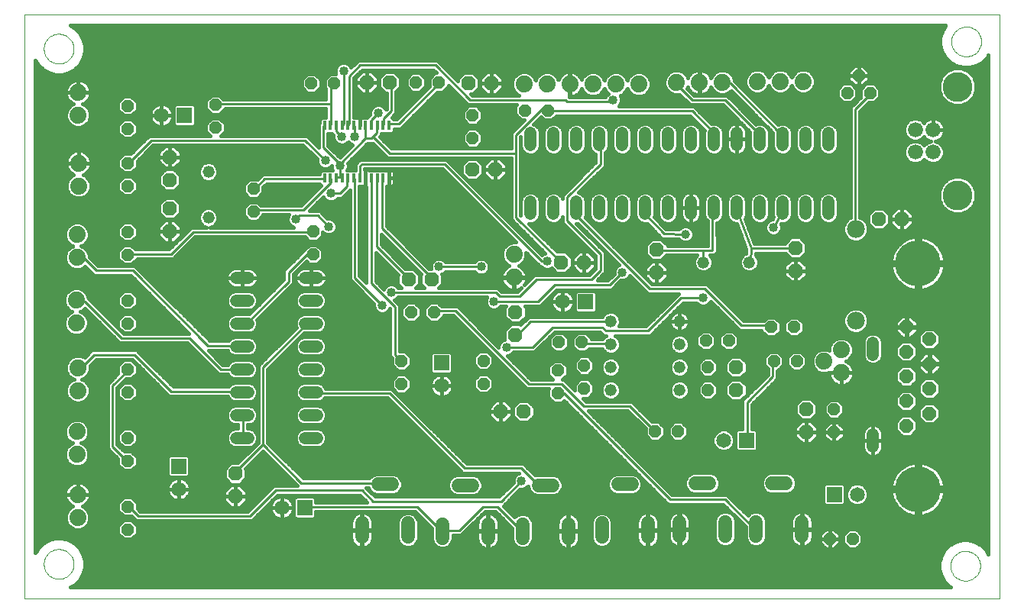
<source format=gtl>
G75*
G70*
%OFA0B0*%
%FSLAX24Y24*%
%IPPOS*%
%LPD*%
%AMOC8*
5,1,8,0,0,1.08239X$1,22.5*
%
%ADD10C,0.0000*%
%ADD11C,0.0520*%
%ADD12C,0.0740*%
%ADD13C,0.0660*%
%ADD14C,0.1300*%
%ADD15R,0.0650X0.0650*%
%ADD16C,0.0650*%
%ADD17C,0.0520*%
%ADD18C,0.0780*%
%ADD19OC8,0.0520*%
%ADD20OC8,0.0630*%
%ADD21C,0.0600*%
%ADD22OC8,0.0600*%
%ADD23C,0.2000*%
%ADD24R,0.0120X0.0390*%
%ADD25C,0.0100*%
%ADD26C,0.0400*%
%ADD27C,0.0160*%
%ADD28OC8,0.0396*%
%ADD29C,0.0396*%
D10*
X000191Y000272D02*
X042723Y000272D01*
X042723Y025768D01*
X000191Y025768D01*
X000191Y000272D01*
X001041Y001772D02*
X001043Y001822D01*
X001049Y001872D01*
X001059Y001922D01*
X001072Y001970D01*
X001089Y002018D01*
X001110Y002064D01*
X001134Y002108D01*
X001162Y002150D01*
X001193Y002190D01*
X001227Y002227D01*
X001264Y002262D01*
X001303Y002293D01*
X001344Y002322D01*
X001388Y002347D01*
X001434Y002369D01*
X001481Y002387D01*
X001529Y002401D01*
X001578Y002412D01*
X001628Y002419D01*
X001678Y002422D01*
X001729Y002421D01*
X001779Y002416D01*
X001829Y002407D01*
X001877Y002395D01*
X001925Y002378D01*
X001971Y002358D01*
X002016Y002335D01*
X002059Y002308D01*
X002099Y002278D01*
X002137Y002245D01*
X002172Y002209D01*
X002205Y002170D01*
X002234Y002129D01*
X002260Y002086D01*
X002283Y002041D01*
X002302Y001994D01*
X002317Y001946D01*
X002329Y001897D01*
X002337Y001847D01*
X002341Y001797D01*
X002341Y001747D01*
X002337Y001697D01*
X002329Y001647D01*
X002317Y001598D01*
X002302Y001550D01*
X002283Y001503D01*
X002260Y001458D01*
X002234Y001415D01*
X002205Y001374D01*
X002172Y001335D01*
X002137Y001299D01*
X002099Y001266D01*
X002059Y001236D01*
X002016Y001209D01*
X001971Y001186D01*
X001925Y001166D01*
X001877Y001149D01*
X001829Y001137D01*
X001779Y001128D01*
X001729Y001123D01*
X001678Y001122D01*
X001628Y001125D01*
X001578Y001132D01*
X001529Y001143D01*
X001481Y001157D01*
X001434Y001175D01*
X001388Y001197D01*
X001344Y001222D01*
X001303Y001251D01*
X001264Y001282D01*
X001227Y001317D01*
X001193Y001354D01*
X001162Y001394D01*
X001134Y001436D01*
X001110Y001480D01*
X001089Y001526D01*
X001072Y001574D01*
X001059Y001622D01*
X001049Y001672D01*
X001043Y001722D01*
X001041Y001772D01*
X040585Y001693D02*
X040587Y001743D01*
X040593Y001793D01*
X040603Y001843D01*
X040616Y001891D01*
X040633Y001939D01*
X040654Y001985D01*
X040678Y002029D01*
X040706Y002071D01*
X040737Y002111D01*
X040771Y002148D01*
X040808Y002183D01*
X040847Y002214D01*
X040888Y002243D01*
X040932Y002268D01*
X040978Y002290D01*
X041025Y002308D01*
X041073Y002322D01*
X041122Y002333D01*
X041172Y002340D01*
X041222Y002343D01*
X041273Y002342D01*
X041323Y002337D01*
X041373Y002328D01*
X041421Y002316D01*
X041469Y002299D01*
X041515Y002279D01*
X041560Y002256D01*
X041603Y002229D01*
X041643Y002199D01*
X041681Y002166D01*
X041716Y002130D01*
X041749Y002091D01*
X041778Y002050D01*
X041804Y002007D01*
X041827Y001962D01*
X041846Y001915D01*
X041861Y001867D01*
X041873Y001818D01*
X041881Y001768D01*
X041885Y001718D01*
X041885Y001668D01*
X041881Y001618D01*
X041873Y001568D01*
X041861Y001519D01*
X041846Y001471D01*
X041827Y001424D01*
X041804Y001379D01*
X041778Y001336D01*
X041749Y001295D01*
X041716Y001256D01*
X041681Y001220D01*
X041643Y001187D01*
X041603Y001157D01*
X041560Y001130D01*
X041515Y001107D01*
X041469Y001087D01*
X041421Y001070D01*
X041373Y001058D01*
X041323Y001049D01*
X041273Y001044D01*
X041222Y001043D01*
X041172Y001046D01*
X041122Y001053D01*
X041073Y001064D01*
X041025Y001078D01*
X040978Y001096D01*
X040932Y001118D01*
X040888Y001143D01*
X040847Y001172D01*
X040808Y001203D01*
X040771Y001238D01*
X040737Y001275D01*
X040706Y001315D01*
X040678Y001357D01*
X040654Y001401D01*
X040633Y001447D01*
X040616Y001495D01*
X040603Y001543D01*
X040593Y001593D01*
X040587Y001643D01*
X040585Y001693D01*
X001041Y024272D02*
X001043Y024322D01*
X001049Y024372D01*
X001059Y024422D01*
X001072Y024470D01*
X001089Y024518D01*
X001110Y024564D01*
X001134Y024608D01*
X001162Y024650D01*
X001193Y024690D01*
X001227Y024727D01*
X001264Y024762D01*
X001303Y024793D01*
X001344Y024822D01*
X001388Y024847D01*
X001434Y024869D01*
X001481Y024887D01*
X001529Y024901D01*
X001578Y024912D01*
X001628Y024919D01*
X001678Y024922D01*
X001729Y024921D01*
X001779Y024916D01*
X001829Y024907D01*
X001877Y024895D01*
X001925Y024878D01*
X001971Y024858D01*
X002016Y024835D01*
X002059Y024808D01*
X002099Y024778D01*
X002137Y024745D01*
X002172Y024709D01*
X002205Y024670D01*
X002234Y024629D01*
X002260Y024586D01*
X002283Y024541D01*
X002302Y024494D01*
X002317Y024446D01*
X002329Y024397D01*
X002337Y024347D01*
X002341Y024297D01*
X002341Y024247D01*
X002337Y024197D01*
X002329Y024147D01*
X002317Y024098D01*
X002302Y024050D01*
X002283Y024003D01*
X002260Y023958D01*
X002234Y023915D01*
X002205Y023874D01*
X002172Y023835D01*
X002137Y023799D01*
X002099Y023766D01*
X002059Y023736D01*
X002016Y023709D01*
X001971Y023686D01*
X001925Y023666D01*
X001877Y023649D01*
X001829Y023637D01*
X001779Y023628D01*
X001729Y023623D01*
X001678Y023622D01*
X001628Y023625D01*
X001578Y023632D01*
X001529Y023643D01*
X001481Y023657D01*
X001434Y023675D01*
X001388Y023697D01*
X001344Y023722D01*
X001303Y023751D01*
X001264Y023782D01*
X001227Y023817D01*
X001193Y023854D01*
X001162Y023894D01*
X001134Y023936D01*
X001110Y023980D01*
X001089Y024026D01*
X001072Y024074D01*
X001059Y024122D01*
X001049Y024172D01*
X001043Y024222D01*
X001041Y024272D01*
X040624Y024587D02*
X040626Y024637D01*
X040632Y024687D01*
X040642Y024737D01*
X040655Y024785D01*
X040672Y024833D01*
X040693Y024879D01*
X040717Y024923D01*
X040745Y024965D01*
X040776Y025005D01*
X040810Y025042D01*
X040847Y025077D01*
X040886Y025108D01*
X040927Y025137D01*
X040971Y025162D01*
X041017Y025184D01*
X041064Y025202D01*
X041112Y025216D01*
X041161Y025227D01*
X041211Y025234D01*
X041261Y025237D01*
X041312Y025236D01*
X041362Y025231D01*
X041412Y025222D01*
X041460Y025210D01*
X041508Y025193D01*
X041554Y025173D01*
X041599Y025150D01*
X041642Y025123D01*
X041682Y025093D01*
X041720Y025060D01*
X041755Y025024D01*
X041788Y024985D01*
X041817Y024944D01*
X041843Y024901D01*
X041866Y024856D01*
X041885Y024809D01*
X041900Y024761D01*
X041912Y024712D01*
X041920Y024662D01*
X041924Y024612D01*
X041924Y024562D01*
X041920Y024512D01*
X041912Y024462D01*
X041900Y024413D01*
X041885Y024365D01*
X041866Y024318D01*
X041843Y024273D01*
X041817Y024230D01*
X041788Y024189D01*
X041755Y024150D01*
X041720Y024114D01*
X041682Y024081D01*
X041642Y024051D01*
X041599Y024024D01*
X041554Y024001D01*
X041508Y023981D01*
X041460Y023964D01*
X041412Y023952D01*
X041362Y023943D01*
X041312Y023938D01*
X041261Y023937D01*
X041211Y023940D01*
X041161Y023947D01*
X041112Y023958D01*
X041064Y023972D01*
X041017Y023990D01*
X040971Y024012D01*
X040927Y024037D01*
X040886Y024066D01*
X040847Y024097D01*
X040810Y024132D01*
X040776Y024169D01*
X040745Y024209D01*
X040717Y024251D01*
X040693Y024295D01*
X040672Y024341D01*
X040655Y024389D01*
X040642Y024437D01*
X040632Y024487D01*
X040626Y024537D01*
X040624Y024587D01*
D11*
X035262Y020587D02*
X035262Y020067D01*
X034262Y020067D02*
X034262Y020587D01*
X033262Y020587D02*
X033262Y020067D01*
X032262Y020067D02*
X032262Y020587D01*
X031262Y020587D02*
X031262Y020067D01*
X030262Y020067D02*
X030262Y020587D01*
X029262Y020587D02*
X029262Y020067D01*
X028262Y020067D02*
X028262Y020587D01*
X027262Y020587D02*
X027262Y020067D01*
X026262Y020067D02*
X026262Y020587D01*
X025262Y020587D02*
X025262Y020067D01*
X024262Y020067D02*
X024262Y020587D01*
X023262Y020587D02*
X023262Y020067D01*
X022262Y020067D02*
X022262Y020587D01*
X022262Y017587D02*
X022262Y017067D01*
X023262Y017067D02*
X023262Y017587D01*
X024262Y017587D02*
X024262Y017067D01*
X025262Y017067D02*
X025262Y017587D01*
X026262Y017587D02*
X026262Y017067D01*
X027262Y017067D02*
X027262Y017587D01*
X028262Y017587D02*
X028262Y017067D01*
X029262Y017067D02*
X029262Y017587D01*
X030262Y017587D02*
X030262Y017067D01*
X031262Y017067D02*
X031262Y017587D01*
X032262Y017587D02*
X032262Y017067D01*
X033262Y017067D02*
X033262Y017587D01*
X034262Y017587D02*
X034262Y017067D01*
X035262Y017067D02*
X035262Y017587D01*
X037199Y011430D02*
X037199Y010910D01*
X037199Y007430D02*
X037199Y006910D01*
X012951Y007272D02*
X012431Y007272D01*
X012431Y008272D02*
X012951Y008272D01*
X012951Y009272D02*
X012431Y009272D01*
X012431Y010272D02*
X012951Y010272D01*
X012951Y011272D02*
X012431Y011272D01*
X012431Y012272D02*
X012951Y012272D01*
X012951Y013272D02*
X012431Y013272D01*
X012431Y014272D02*
X012951Y014272D01*
X009951Y014272D02*
X009431Y014272D01*
X009431Y013272D02*
X009951Y013272D01*
X009951Y012272D02*
X009431Y012272D01*
X009431Y011272D02*
X009951Y011272D01*
X009951Y010272D02*
X009431Y010272D01*
X009431Y009272D02*
X009951Y009272D01*
X009951Y008272D02*
X009431Y008272D01*
X009431Y007272D02*
X009951Y007272D01*
D12*
X002479Y007552D03*
X002479Y006552D03*
X002511Y004810D03*
X002511Y003810D03*
X002526Y009347D03*
X002526Y010347D03*
X002455Y012300D03*
X002455Y013300D03*
X002487Y015158D03*
X002487Y016158D03*
X002550Y018284D03*
X002550Y019284D03*
X002537Y021373D03*
X002537Y022373D03*
X021546Y015288D03*
X021546Y014288D03*
X035075Y010619D03*
X035825Y011119D03*
X035825Y010119D03*
X034160Y022843D03*
X033160Y022843D03*
X032160Y022843D03*
X030632Y022804D03*
X029632Y022804D03*
X028632Y022804D03*
X026987Y022725D03*
X025987Y022725D03*
X024987Y022725D03*
X023987Y022725D03*
X022987Y022725D03*
X021987Y022725D03*
D13*
X039045Y020737D03*
X039825Y020737D03*
X039825Y019752D03*
X039045Y019752D03*
D14*
X040895Y017875D03*
X040895Y022615D03*
D15*
X024668Y013225D03*
X018382Y010558D03*
X012422Y004234D03*
X006922Y006047D03*
X031689Y007171D03*
X035516Y004809D03*
X007176Y021367D03*
D16*
X006176Y021367D03*
X023668Y013225D03*
X018382Y009558D03*
X011422Y004234D03*
X006922Y005047D03*
X030689Y007171D03*
X036516Y004809D03*
D17*
X028766Y009367D03*
X028766Y010367D03*
X028766Y011367D03*
X028766Y012367D03*
X025766Y012367D03*
X025766Y011367D03*
X025766Y010367D03*
X025766Y009367D03*
X029802Y014945D03*
X031802Y014945D03*
X008215Y016898D03*
X008215Y018898D03*
D18*
X036456Y016397D03*
X036456Y012397D03*
D19*
X033762Y012123D03*
X032762Y012123D03*
X030922Y011518D03*
X029922Y011518D03*
X030003Y010367D03*
X030003Y009367D03*
X032880Y010626D03*
X033880Y010626D03*
X035506Y008528D03*
X035506Y007528D03*
X028698Y007565D03*
X027698Y007565D03*
X024609Y009434D03*
X023459Y009221D03*
X023459Y010221D03*
X024609Y010434D03*
X024510Y011453D03*
X023510Y011453D03*
X020212Y010648D03*
X020212Y009648D03*
X016633Y009635D03*
X016633Y010635D03*
X017059Y012770D03*
X018059Y012770D03*
X012780Y015287D03*
X012780Y016287D03*
X010180Y017162D03*
X010180Y018162D03*
X008530Y020830D03*
X008530Y021830D03*
X004691Y021772D03*
X004691Y020772D03*
X004691Y019272D03*
X004691Y018272D03*
X004691Y016272D03*
X004691Y015272D03*
X004691Y013272D03*
X004691Y012272D03*
X004691Y010272D03*
X004691Y009272D03*
X004691Y007272D03*
X004691Y006272D03*
X004691Y004272D03*
X004691Y003272D03*
X035321Y002871D03*
X036321Y002871D03*
X019739Y020367D03*
X019739Y021367D03*
X018266Y022800D03*
X017266Y022800D03*
X013699Y022760D03*
X012699Y022760D03*
X022026Y021579D03*
X023026Y021579D03*
X036081Y022343D03*
X037081Y022343D03*
X036581Y023093D03*
D20*
X037463Y016840D03*
X038463Y016840D03*
X033820Y015580D03*
X033820Y014580D03*
X027772Y014501D03*
X027772Y015501D03*
X024605Y014945D03*
X023605Y014945D03*
X021609Y012780D03*
X021609Y011780D03*
X017952Y014204D03*
X016952Y014204D03*
X019729Y018993D03*
X020729Y018993D03*
X020566Y022764D03*
X019566Y022764D03*
X016125Y022804D03*
X015125Y022804D03*
X006534Y019548D03*
X006534Y018548D03*
X006534Y017296D03*
X006534Y016296D03*
X020971Y008434D03*
X021971Y008434D03*
X031239Y009367D03*
X031239Y010367D03*
X034296Y008541D03*
X034296Y007541D03*
X009396Y005724D03*
X009396Y004724D03*
D21*
X014920Y003556D02*
X014920Y002956D01*
X016920Y002956D02*
X016920Y003556D01*
X018420Y003517D02*
X018420Y002917D01*
X020420Y002917D02*
X020420Y003517D01*
X021920Y003517D02*
X021920Y002917D01*
X023920Y002917D02*
X023920Y003517D01*
X025380Y003556D02*
X025380Y002956D01*
X027380Y002956D02*
X027380Y003556D01*
X028762Y003596D02*
X028762Y002996D01*
X030762Y002996D02*
X030762Y003596D01*
X032105Y003596D02*
X032105Y002996D01*
X034105Y002996D02*
X034105Y003596D01*
X033405Y005296D02*
X032805Y005296D01*
X030062Y005296D02*
X029462Y005296D01*
X026680Y005256D02*
X026080Y005256D01*
X023220Y005217D02*
X022620Y005217D01*
X019720Y005217D02*
X019120Y005217D01*
X016220Y005256D02*
X015620Y005256D01*
D22*
X038668Y007809D03*
X039668Y008349D03*
X038668Y008889D03*
X039668Y009429D03*
X038668Y009969D03*
X039668Y010509D03*
X038668Y011049D03*
X039668Y011589D03*
X038668Y012129D03*
D23*
X039168Y014899D03*
X039168Y005039D03*
D24*
X016099Y018623D03*
X015843Y018623D03*
X015587Y018623D03*
X015331Y018623D03*
X015075Y018623D03*
X014819Y018623D03*
X014564Y018623D03*
X014308Y018623D03*
X014052Y018623D03*
X013796Y018623D03*
X013540Y018623D03*
X013284Y018623D03*
X013284Y020921D03*
X013540Y020921D03*
X013796Y020921D03*
X014052Y020921D03*
X014308Y020921D03*
X014564Y020921D03*
X014819Y020921D03*
X015075Y020921D03*
X015331Y020921D03*
X015587Y020921D03*
X015843Y020921D03*
X016099Y020921D03*
D25*
X016111Y020992D01*
X016511Y020992D01*
X018271Y022752D01*
X018266Y022800D01*
X018111Y023552D02*
X019631Y022032D01*
X023791Y022032D01*
X023871Y021952D01*
X025791Y021952D01*
X025871Y022032D01*
X025262Y020327D02*
X025311Y020272D01*
X025311Y019232D01*
X023871Y017792D01*
X023871Y016752D01*
X025311Y015312D01*
X025311Y014592D01*
X024911Y014192D01*
X022511Y014192D01*
X021791Y013472D01*
X020911Y013472D01*
X020751Y013632D01*
X016191Y013632D01*
X016351Y012992D02*
X015311Y014032D01*
X015311Y018592D01*
X015331Y018623D01*
X015551Y018592D02*
X015587Y018623D01*
X015551Y018592D02*
X015551Y015632D01*
X016911Y014272D01*
X016952Y014204D01*
X017952Y014204D02*
X017951Y014272D01*
X015791Y016432D01*
X015791Y018592D01*
X015843Y018623D01*
X014831Y018672D02*
X014831Y019152D01*
X014911Y019232D01*
X018511Y019232D01*
X022751Y014992D01*
X022991Y014992D01*
X023551Y014992D02*
X023605Y014945D01*
X023551Y014992D02*
X021631Y016912D01*
X021631Y019712D01*
X016111Y019712D01*
X015391Y020432D01*
X015551Y020592D01*
X015551Y020912D01*
X015587Y020921D01*
X015331Y020921D02*
X015311Y020992D01*
X015311Y021152D01*
X015631Y021472D01*
X015871Y021232D02*
X016191Y021552D01*
X016191Y022752D01*
X016125Y022804D01*
X014831Y023552D02*
X018111Y023552D01*
X014831Y023552D02*
X014351Y023072D01*
X014351Y020992D01*
X014308Y020921D01*
X014111Y020992D02*
X014052Y020921D01*
X014111Y020992D02*
X014111Y023312D01*
X013699Y022760D02*
X013631Y022752D01*
X013551Y022672D01*
X013551Y021872D01*
X008591Y021872D01*
X008530Y021830D01*
X005711Y020272D02*
X012431Y020272D01*
X013311Y019392D01*
X013231Y019952D02*
X013951Y019232D01*
X015071Y020352D01*
X015311Y020352D01*
X015391Y020432D01*
X015071Y020352D02*
X015071Y020912D01*
X015075Y020921D01*
X014591Y020912D02*
X014564Y020921D01*
X014591Y020912D02*
X014591Y020432D01*
X014031Y020432D02*
X013791Y020672D01*
X013791Y020912D01*
X013796Y020921D01*
X013551Y020992D02*
X013540Y020921D01*
X013551Y020992D02*
X013551Y021872D01*
X013284Y020921D02*
X013231Y020912D01*
X013231Y019952D01*
X013951Y019232D02*
X013951Y019152D01*
X013951Y018672D01*
X013791Y018672D01*
X013796Y018623D01*
X013951Y018672D02*
X014031Y018672D01*
X014052Y018623D01*
X014271Y018592D02*
X014271Y018272D01*
X013951Y017952D01*
X013551Y017952D01*
X013551Y018432D02*
X012351Y017232D01*
X010191Y017232D01*
X010180Y017162D01*
X010191Y018112D02*
X010180Y018162D01*
X010191Y018112D02*
X010671Y018592D01*
X013231Y018592D01*
X013284Y018623D01*
X013540Y018623D02*
X013551Y018592D01*
X013551Y018432D01*
X014271Y018592D02*
X014308Y018623D01*
X014564Y018623D02*
X014591Y018592D01*
X014591Y014272D01*
X015791Y013072D01*
X016351Y012992D02*
X016351Y010912D01*
X016591Y010672D01*
X016633Y010635D01*
X016111Y009232D02*
X019391Y005952D01*
X021871Y005952D01*
X022591Y005232D01*
X022911Y005232D01*
X022920Y005217D01*
X021871Y005392D02*
X020991Y004512D01*
X015391Y004512D01*
X014911Y004992D01*
X011151Y004992D01*
X010031Y003872D01*
X005151Y003872D01*
X004751Y004272D01*
X004691Y004272D01*
X004671Y006272D02*
X004691Y006272D01*
X004671Y006272D02*
X004031Y006912D01*
X004031Y009552D01*
X004751Y010272D01*
X004691Y010272D01*
X004991Y010912D02*
X003231Y010912D01*
X002591Y010272D01*
X002526Y010347D01*
X004431Y011632D02*
X002831Y013232D01*
X002511Y013232D01*
X002455Y013300D01*
X003311Y014592D02*
X002751Y015152D01*
X002511Y015152D01*
X002487Y015158D01*
X003311Y014592D02*
X004911Y014592D01*
X008191Y011312D01*
X009631Y011312D01*
X009691Y011272D01*
X009691Y010272D02*
X008751Y010272D01*
X007391Y011632D01*
X004431Y011632D01*
X004991Y010912D02*
X006591Y009312D01*
X009631Y009312D01*
X009691Y009272D01*
X009711Y008272D02*
X009691Y008272D01*
X009711Y008272D02*
X009711Y007312D01*
X009691Y007272D01*
X010591Y006992D02*
X012271Y005312D01*
X015871Y005312D01*
X015920Y005256D01*
X017311Y004272D02*
X012431Y004272D01*
X012422Y004234D01*
X010591Y006992D02*
X009391Y005792D01*
X009396Y005724D01*
X010591Y006992D02*
X010591Y010352D01*
X012511Y012272D01*
X012691Y012272D01*
X011711Y014112D02*
X009871Y012272D01*
X009691Y012272D01*
X011711Y014112D02*
X011711Y014512D01*
X012511Y015312D01*
X012751Y015312D01*
X012780Y015287D01*
X012751Y016272D02*
X012780Y016287D01*
X012751Y016272D02*
X007551Y016272D01*
X006591Y015312D01*
X004751Y015312D01*
X004691Y015272D01*
X004691Y019272D02*
X004751Y019312D01*
X005711Y020272D01*
X012031Y016832D02*
X012191Y016992D01*
X012991Y016992D01*
X013471Y016512D01*
X014819Y018623D02*
X014831Y018672D01*
X015843Y020921D02*
X015871Y020992D01*
X015871Y021232D01*
X021631Y020512D02*
X021631Y019712D01*
X021631Y020512D02*
X022751Y021632D01*
X022991Y021632D01*
X023026Y021579D01*
X023071Y021552D01*
X029311Y021552D01*
X030191Y020672D01*
X030191Y020352D01*
X030262Y020327D01*
X030751Y022032D02*
X032191Y020592D01*
X032191Y020352D01*
X032262Y020327D01*
X033231Y020352D02*
X033262Y020327D01*
X033231Y020352D02*
X033231Y020512D01*
X030991Y022752D01*
X030671Y022752D01*
X030632Y022804D01*
X030751Y022032D02*
X029311Y022032D01*
X028591Y022752D01*
X028632Y022804D01*
X036431Y021632D02*
X036431Y016432D01*
X036456Y016397D01*
X033820Y015580D02*
X033791Y015552D01*
X031887Y015552D01*
X031311Y017072D01*
X031311Y017312D01*
X031262Y017327D01*
X030262Y017327D02*
X030191Y017312D01*
X030191Y016992D01*
X030207Y015472D01*
X029784Y015472D01*
X027791Y015472D01*
X027772Y015501D01*
X028078Y016186D02*
X027311Y016992D01*
X027311Y017312D01*
X027262Y017327D01*
X028078Y016186D02*
X029023Y016178D01*
X029784Y015472D02*
X029791Y014992D01*
X029802Y014945D01*
X029871Y013792D02*
X027471Y013792D01*
X024271Y016992D01*
X024271Y017312D01*
X024262Y017327D01*
X020111Y014752D02*
X018271Y014752D01*
X020671Y013232D02*
X022591Y013232D01*
X023311Y013952D01*
X025711Y013952D01*
X026271Y014512D01*
X027391Y011952D02*
X028831Y013392D01*
X029791Y013392D01*
X029871Y013792D02*
X031471Y012192D01*
X032751Y012192D01*
X032762Y012123D01*
X032880Y010626D02*
X032831Y010592D01*
X032831Y009952D01*
X031711Y008832D01*
X031711Y007232D01*
X031689Y007171D01*
X027698Y007565D02*
X027631Y007632D01*
X026591Y008672D01*
X024591Y008672D01*
X023631Y009632D01*
X022191Y009632D01*
X018991Y012832D01*
X018111Y012832D01*
X018059Y012770D01*
X021231Y011232D02*
X022351Y011232D01*
X023231Y012112D01*
X025391Y012112D01*
X025551Y011952D01*
X027391Y011952D01*
X025766Y012367D02*
X025711Y012352D01*
X022271Y012352D01*
X021631Y011712D01*
X021609Y011780D01*
X024510Y011453D02*
X024511Y011392D01*
X025711Y011392D01*
X025766Y011367D01*
X023711Y009232D02*
X023471Y009232D01*
X023459Y009221D01*
X023711Y009232D02*
X028351Y004592D01*
X030751Y004592D01*
X032031Y003312D01*
X032105Y003296D01*
X021920Y003217D02*
X021871Y003232D01*
X020831Y004272D01*
X020191Y004272D01*
X019151Y003232D01*
X018431Y003232D01*
X018420Y003217D01*
X018351Y003232D01*
X017311Y004272D01*
X016111Y009232D02*
X012751Y009232D01*
X012691Y009272D01*
X031802Y014945D02*
X031871Y014992D01*
X031880Y015552D01*
X031887Y015552D01*
X032857Y016464D02*
X033311Y017312D01*
X033262Y017327D01*
X036431Y021632D02*
X037071Y022272D01*
X037081Y022343D01*
D26*
X032857Y016464D03*
X029791Y013392D03*
X026271Y014512D03*
X022991Y014992D03*
X020111Y014752D03*
X018271Y014752D03*
X016191Y013632D03*
X015791Y013072D03*
X020671Y013232D03*
X021231Y011232D03*
X013471Y016512D03*
X012031Y016832D03*
X013551Y017952D03*
X013951Y019152D03*
X013311Y019392D03*
X014031Y020432D03*
X014591Y020432D03*
X015631Y021472D03*
X014111Y023312D03*
X025871Y022032D03*
X021871Y005392D03*
D27*
X021633Y005663D02*
X019846Y005663D01*
X019811Y005677D02*
X019980Y005607D01*
X020110Y005478D01*
X020180Y005309D01*
X020180Y005125D01*
X020110Y004956D01*
X019980Y004827D01*
X019811Y004757D01*
X019028Y004757D01*
X018859Y004827D01*
X018730Y004956D01*
X018660Y005125D01*
X018660Y005309D01*
X018730Y005478D01*
X018859Y005607D01*
X019028Y005677D01*
X019811Y005677D01*
X020083Y005504D02*
X021528Y005504D01*
X021511Y005464D02*
X021511Y005329D01*
X020904Y004722D01*
X015478Y004722D01*
X015098Y005102D01*
X015186Y005102D01*
X015230Y004996D01*
X015359Y004866D01*
X015528Y004796D01*
X016311Y004796D01*
X016480Y004866D01*
X016610Y004996D01*
X016680Y005165D01*
X016680Y005348D01*
X016610Y005517D01*
X016480Y005646D01*
X016311Y005716D01*
X015528Y005716D01*
X015359Y005646D01*
X015235Y005522D01*
X012358Y005522D01*
X010801Y007079D01*
X010801Y010265D01*
X012388Y011852D01*
X013035Y011852D01*
X013189Y011916D01*
X013308Y012034D01*
X013371Y012189D01*
X013371Y012356D01*
X013308Y012510D01*
X013189Y012628D01*
X013035Y012692D01*
X012348Y012692D01*
X012194Y012628D01*
X012075Y012510D01*
X012011Y012356D01*
X012011Y012189D01*
X012046Y012104D01*
X010504Y010562D01*
X010381Y010439D01*
X010381Y007079D01*
X009502Y006199D01*
X009199Y006199D01*
X008921Y005921D01*
X008921Y005528D01*
X009199Y005249D01*
X009592Y005249D01*
X009871Y005528D01*
X009871Y005921D01*
X009844Y005948D01*
X010591Y006695D01*
X012061Y005225D01*
X012085Y005202D01*
X011064Y005202D01*
X010941Y005079D01*
X009944Y004082D01*
X005238Y004082D01*
X005111Y004209D01*
X005111Y004446D01*
X004865Y004692D01*
X004518Y004692D01*
X004271Y004446D01*
X004271Y004098D01*
X004518Y003852D01*
X004865Y003852D01*
X004870Y003857D01*
X004941Y003785D01*
X005064Y003662D01*
X009944Y003662D01*
X010118Y003662D01*
X011238Y004782D01*
X014824Y004782D01*
X015125Y004482D01*
X012907Y004482D01*
X012907Y004626D01*
X012813Y004719D01*
X012030Y004719D01*
X011937Y004626D01*
X011937Y003843D01*
X012030Y003749D01*
X012813Y003749D01*
X012907Y003843D01*
X012907Y004062D01*
X017224Y004062D01*
X017960Y003327D01*
X017960Y002825D01*
X018030Y002656D01*
X018159Y002527D01*
X018328Y002457D01*
X018511Y002457D01*
X018680Y002527D01*
X018810Y002656D01*
X018880Y002825D01*
X018880Y003022D01*
X019064Y003022D01*
X019238Y003022D01*
X020278Y004062D01*
X020744Y004062D01*
X021460Y003347D01*
X021460Y002825D01*
X021530Y002656D01*
X021659Y002527D01*
X021828Y002457D01*
X022011Y002457D01*
X022180Y002527D01*
X022310Y002656D01*
X022380Y002825D01*
X022380Y003609D01*
X022310Y003778D01*
X022180Y003907D01*
X022011Y003977D01*
X021828Y003977D01*
X021659Y003907D01*
X021576Y003824D01*
X021088Y004312D01*
X021808Y005032D01*
X021943Y005032D01*
X022075Y005087D01*
X022160Y005171D01*
X022160Y005125D01*
X022230Y004956D01*
X022359Y004827D01*
X022528Y004757D01*
X023311Y004757D01*
X023480Y004827D01*
X023610Y004956D01*
X023680Y005125D01*
X023680Y005309D01*
X023610Y005478D01*
X023480Y005607D01*
X023311Y005677D01*
X022528Y005677D01*
X022468Y005652D01*
X021958Y006162D01*
X021784Y006162D01*
X019478Y006162D01*
X016198Y009442D01*
X016024Y009442D01*
X013336Y009442D01*
X013308Y009510D01*
X013189Y009628D01*
X013035Y009692D01*
X012348Y009692D01*
X012194Y009628D01*
X012075Y009510D01*
X012011Y009356D01*
X012011Y009189D01*
X012075Y009034D01*
X012194Y008916D01*
X012348Y008852D01*
X013035Y008852D01*
X013189Y008916D01*
X013295Y009022D01*
X016024Y009022D01*
X019181Y005865D01*
X019304Y005742D01*
X021776Y005742D01*
X021668Y005697D01*
X021566Y005596D01*
X021511Y005464D01*
X021511Y005346D02*
X020164Y005346D01*
X020180Y005187D02*
X021369Y005187D01*
X021211Y005028D02*
X020140Y005028D01*
X020023Y004870D02*
X021052Y004870D01*
X021329Y004553D02*
X028094Y004553D01*
X027935Y004711D02*
X021488Y004711D01*
X021646Y004870D02*
X022316Y004870D01*
X022200Y005028D02*
X021805Y005028D01*
X022458Y005663D02*
X022494Y005663D01*
X022299Y005821D02*
X026825Y005821D01*
X026772Y005716D02*
X026941Y005646D01*
X027070Y005517D01*
X027140Y005348D01*
X027140Y005165D01*
X027070Y004996D01*
X026941Y004866D01*
X026772Y004796D01*
X025989Y004796D01*
X025820Y004866D01*
X025691Y004996D01*
X025620Y005165D01*
X025620Y005348D01*
X025691Y005517D01*
X025820Y005646D01*
X025989Y005716D01*
X026772Y005716D01*
X026902Y005663D02*
X026984Y005663D01*
X027076Y005504D02*
X027143Y005504D01*
X027140Y005346D02*
X027301Y005346D01*
X027460Y005187D02*
X027140Y005187D01*
X027084Y005028D02*
X027618Y005028D01*
X027777Y004870D02*
X026944Y004870D01*
X027895Y005346D02*
X029002Y005346D01*
X029002Y005387D02*
X029002Y005204D01*
X029072Y005035D01*
X029202Y004906D01*
X029371Y004836D01*
X030154Y004836D01*
X030323Y004906D01*
X030452Y005035D01*
X030522Y005204D01*
X030522Y005387D01*
X030452Y005556D01*
X030323Y005686D01*
X030154Y005756D01*
X029371Y005756D01*
X029202Y005686D01*
X029072Y005556D01*
X029002Y005387D01*
X029051Y005504D02*
X027736Y005504D01*
X027578Y005663D02*
X029179Y005663D01*
X029009Y005187D02*
X028054Y005187D01*
X028212Y005028D02*
X029079Y005028D01*
X029288Y004870D02*
X028371Y004870D01*
X028438Y004802D02*
X024778Y008462D01*
X026504Y008462D01*
X027278Y007689D01*
X027278Y007391D01*
X027524Y007145D01*
X027872Y007145D01*
X028118Y007391D01*
X028118Y007739D01*
X027872Y007985D01*
X027576Y007985D01*
X026801Y008759D01*
X026678Y008882D01*
X024678Y008882D01*
X024547Y009014D01*
X024783Y009014D01*
X025029Y009260D01*
X025029Y009607D01*
X024783Y009854D01*
X024435Y009854D01*
X024189Y009607D01*
X024189Y009372D01*
X023841Y009719D01*
X023718Y009842D01*
X023674Y009842D01*
X023879Y010047D01*
X023879Y010395D01*
X023633Y010641D01*
X023285Y010641D01*
X023039Y010395D01*
X023039Y010047D01*
X023244Y009842D01*
X022278Y009842D01*
X021248Y010872D01*
X021303Y010872D01*
X021435Y010927D01*
X021531Y011022D01*
X022264Y011022D01*
X022438Y011022D01*
X023318Y011902D01*
X025305Y011902D01*
X025341Y011865D01*
X025464Y011742D01*
X025576Y011742D01*
X025528Y011723D01*
X025410Y011604D01*
X025409Y011602D01*
X024930Y011602D01*
X024930Y011627D01*
X024684Y011873D01*
X024336Y011873D01*
X024090Y011627D01*
X024090Y011279D01*
X024336Y011033D01*
X024684Y011033D01*
X024833Y011182D01*
X025388Y011182D01*
X025410Y011129D01*
X025528Y011011D01*
X025683Y010947D01*
X025850Y010947D01*
X026004Y011011D01*
X026122Y011129D01*
X026186Y011283D01*
X026186Y011450D01*
X026122Y011604D01*
X026004Y011723D01*
X025957Y011742D01*
X027304Y011742D01*
X027478Y011742D01*
X028918Y013182D01*
X029492Y013182D01*
X029588Y013087D01*
X029720Y013032D01*
X029863Y013032D01*
X029995Y013087D01*
X030097Y013188D01*
X030121Y013246D01*
X031384Y011982D01*
X031558Y011982D01*
X032342Y011982D01*
X032342Y011949D01*
X032588Y011703D01*
X032936Y011703D01*
X033182Y011949D01*
X033182Y012296D01*
X032936Y012542D01*
X032588Y012542D01*
X032448Y012402D01*
X031558Y012402D01*
X030081Y013879D01*
X029958Y014002D01*
X027558Y014002D01*
X024651Y016909D01*
X024682Y016984D01*
X024682Y017671D01*
X024618Y017825D01*
X024500Y017943D01*
X024372Y017996D01*
X025521Y019145D01*
X025521Y019319D01*
X025521Y019732D01*
X025618Y019829D01*
X025682Y019984D01*
X025682Y020671D01*
X025618Y020825D01*
X025500Y020943D01*
X025346Y021007D01*
X025179Y021007D01*
X025024Y020943D01*
X024906Y020825D01*
X024842Y020671D01*
X024842Y019984D01*
X024906Y019829D01*
X025024Y019711D01*
X025101Y019679D01*
X025101Y019319D01*
X023784Y018002D01*
X023661Y017879D01*
X023661Y017721D01*
X023618Y017825D01*
X023500Y017943D01*
X023346Y018007D01*
X023179Y018007D01*
X023024Y017943D01*
X022906Y017825D01*
X022842Y017671D01*
X022842Y016984D01*
X022906Y016829D01*
X023024Y016711D01*
X023179Y016647D01*
X023346Y016647D01*
X023500Y016711D01*
X023618Y016829D01*
X023661Y016933D01*
X023661Y016839D01*
X023661Y016665D01*
X025101Y015225D01*
X025101Y014679D01*
X024824Y014402D01*
X022598Y014402D01*
X022424Y014402D01*
X022001Y013978D01*
X022016Y014000D01*
X022056Y014077D01*
X022082Y014159D01*
X022096Y014245D01*
X022096Y014268D01*
X021566Y014268D01*
X021566Y014308D01*
X022096Y014308D01*
X022096Y014331D01*
X022082Y014417D01*
X022056Y014499D01*
X022016Y014576D01*
X021965Y014646D01*
X021904Y014707D01*
X021834Y014758D01*
X021757Y014798D01*
X021751Y014799D01*
X021846Y014839D01*
X021995Y014988D01*
X022076Y015182D01*
X022076Y015371D01*
X022541Y014905D01*
X022664Y014782D01*
X022692Y014782D01*
X022788Y014687D01*
X022920Y014632D01*
X023063Y014632D01*
X023193Y014686D01*
X023408Y014470D01*
X023802Y014470D01*
X024080Y014749D01*
X024080Y015142D01*
X023802Y015420D01*
X023420Y015420D01*
X022193Y016647D01*
X022346Y016647D01*
X022500Y016711D01*
X022618Y016829D01*
X022682Y016984D01*
X022682Y017671D01*
X022618Y017825D01*
X022500Y017943D01*
X022346Y018007D01*
X022179Y018007D01*
X022024Y017943D01*
X021906Y017825D01*
X021842Y017671D01*
X021842Y016998D01*
X021841Y016999D01*
X021841Y019799D01*
X021841Y020425D01*
X021842Y020426D01*
X021842Y019984D01*
X021906Y019829D01*
X022024Y019711D01*
X022179Y019647D01*
X022346Y019647D01*
X022500Y019711D01*
X022618Y019829D01*
X022682Y019984D01*
X022682Y020671D01*
X022618Y020825D01*
X022500Y020943D01*
X022401Y020984D01*
X022714Y021298D01*
X022852Y021159D01*
X023200Y021159D01*
X023383Y021342D01*
X029224Y021342D01*
X029858Y020709D01*
X029842Y020671D01*
X029842Y019984D01*
X029906Y019829D01*
X030024Y019711D01*
X030179Y019647D01*
X030346Y019647D01*
X030500Y019711D01*
X030618Y019829D01*
X030682Y019984D01*
X030682Y020671D01*
X030618Y020825D01*
X030500Y020943D01*
X030346Y021007D01*
X030179Y021007D01*
X030161Y021000D01*
X029398Y021762D01*
X029224Y021762D01*
X026111Y021762D01*
X026177Y021828D01*
X026231Y021960D01*
X026231Y022104D01*
X026179Y022231D01*
X026287Y022276D01*
X026436Y022425D01*
X026487Y022547D01*
X026537Y022425D01*
X026687Y022276D01*
X026881Y022195D01*
X027092Y022195D01*
X027287Y022276D01*
X027436Y022425D01*
X027517Y022619D01*
X027517Y022830D01*
X027436Y023025D01*
X027287Y023174D01*
X027092Y023255D01*
X026881Y023255D01*
X026687Y023174D01*
X026537Y023025D01*
X026487Y022903D01*
X026436Y023025D01*
X026287Y023174D01*
X026092Y023255D01*
X025881Y023255D01*
X025687Y023174D01*
X025537Y023025D01*
X025487Y022903D01*
X025436Y023025D01*
X025287Y023174D01*
X025092Y023255D01*
X024881Y023255D01*
X024687Y023174D01*
X024537Y023025D01*
X024498Y022930D01*
X024496Y022936D01*
X024457Y023013D01*
X024406Y023083D01*
X024345Y023144D01*
X024275Y023195D01*
X024198Y023235D01*
X024116Y023261D01*
X024030Y023275D01*
X024007Y023275D01*
X024007Y022745D01*
X023967Y022745D01*
X023967Y023275D01*
X023943Y023275D01*
X023858Y023261D01*
X023776Y023235D01*
X023699Y023195D01*
X023628Y023144D01*
X023567Y023083D01*
X023516Y023013D01*
X023477Y022936D01*
X023475Y022930D01*
X023436Y023025D01*
X023287Y023174D01*
X023092Y023255D01*
X022881Y023255D01*
X022687Y023174D01*
X022537Y023025D01*
X022487Y022903D01*
X022436Y023025D01*
X022287Y023174D01*
X022092Y023255D01*
X021881Y023255D01*
X021687Y023174D01*
X021537Y023025D01*
X021457Y022830D01*
X021457Y022619D01*
X021537Y022425D01*
X021687Y022276D01*
X021767Y022242D01*
X019718Y022242D01*
X019671Y022289D01*
X019762Y022289D01*
X020040Y022567D01*
X020040Y022961D01*
X019762Y023239D01*
X019369Y023239D01*
X019091Y022961D01*
X019091Y022870D01*
X018198Y023762D01*
X018024Y023762D01*
X014744Y023762D01*
X014621Y023639D01*
X014441Y023458D01*
X014417Y023516D01*
X014315Y023617D01*
X014183Y023672D01*
X014040Y023672D01*
X013908Y023617D01*
X013806Y023516D01*
X013751Y023384D01*
X013751Y023240D01*
X013776Y023180D01*
X013525Y023180D01*
X013279Y022934D01*
X013279Y022586D01*
X013341Y022524D01*
X013341Y022082D01*
X008872Y022082D01*
X008704Y022250D01*
X008356Y022250D01*
X008110Y022004D01*
X008110Y021656D01*
X008356Y021410D01*
X008704Y021410D01*
X008950Y021656D01*
X008950Y021662D01*
X013341Y021662D01*
X013341Y021276D01*
X013158Y021276D01*
X013064Y021182D01*
X013064Y021042D01*
X013021Y020999D01*
X013021Y020979D01*
X013010Y020963D01*
X013021Y020895D01*
X013021Y020039D01*
X013021Y019979D01*
X012518Y020482D01*
X012344Y020482D01*
X008777Y020482D01*
X008950Y020656D01*
X008950Y021004D01*
X008704Y021250D01*
X008356Y021250D01*
X008110Y021004D01*
X008110Y020656D01*
X008284Y020482D01*
X005624Y020482D01*
X005501Y020359D01*
X004834Y019692D01*
X004518Y019692D01*
X004271Y019446D01*
X004271Y019098D01*
X004518Y018852D01*
X004865Y018852D01*
X005111Y019098D01*
X005111Y019375D01*
X005798Y020062D01*
X012344Y020062D01*
X012951Y019455D01*
X012951Y019320D01*
X013006Y019188D01*
X013108Y019087D01*
X013240Y019032D01*
X013383Y019032D01*
X013515Y019087D01*
X013591Y019163D01*
X013591Y019080D01*
X013634Y018978D01*
X013414Y018978D01*
X013412Y018977D01*
X013410Y018978D01*
X013158Y018978D01*
X013064Y018885D01*
X013064Y018802D01*
X010758Y018802D01*
X010584Y018802D01*
X010359Y018576D01*
X010354Y018582D01*
X010006Y018582D01*
X009760Y018336D01*
X009760Y017988D01*
X010006Y017742D01*
X010354Y017742D01*
X010600Y017988D01*
X010600Y018223D01*
X010758Y018382D01*
X013064Y018382D01*
X013064Y018362D01*
X013124Y018302D01*
X012264Y017442D01*
X010493Y017442D01*
X010354Y017582D01*
X010006Y017582D01*
X009760Y017336D01*
X009760Y016988D01*
X010006Y016742D01*
X010354Y016742D01*
X010600Y016988D01*
X010600Y017022D01*
X011721Y017022D01*
X011671Y016904D01*
X011671Y016760D01*
X011726Y016628D01*
X011828Y016527D01*
X011936Y016482D01*
X008308Y016482D01*
X008453Y016542D01*
X008571Y016660D01*
X008635Y016815D01*
X008635Y016982D01*
X008571Y017136D01*
X008453Y017254D01*
X008299Y017318D01*
X008132Y017318D01*
X007977Y017254D01*
X007859Y017136D01*
X007795Y016982D01*
X007795Y016815D01*
X007859Y016660D01*
X007977Y016542D01*
X008122Y016482D01*
X007638Y016482D01*
X007464Y016482D01*
X006504Y015522D01*
X005035Y015522D01*
X004865Y015692D01*
X004518Y015692D01*
X004271Y015446D01*
X004271Y015098D01*
X004518Y014852D01*
X004865Y014852D01*
X005111Y015098D01*
X005111Y015102D01*
X006678Y015102D01*
X006801Y015225D01*
X007638Y016062D01*
X012411Y016062D01*
X012606Y015867D01*
X012954Y015867D01*
X013200Y016113D01*
X013200Y016275D01*
X013268Y016207D01*
X013400Y016152D01*
X013543Y016152D01*
X013675Y016207D01*
X013777Y016308D01*
X013831Y016440D01*
X013831Y016584D01*
X013777Y016716D01*
X013675Y016817D01*
X013543Y016872D01*
X013408Y016872D01*
X013201Y017079D01*
X013078Y017202D01*
X012618Y017202D01*
X013222Y017806D01*
X013246Y017748D01*
X013348Y017647D01*
X013480Y017592D01*
X013623Y017592D01*
X013755Y017647D01*
X013851Y017742D01*
X014038Y017742D01*
X014161Y017865D01*
X014381Y018085D01*
X014381Y014359D01*
X014381Y014185D01*
X015431Y013135D01*
X015431Y013000D01*
X015486Y012868D01*
X015588Y012767D01*
X015720Y012712D01*
X015863Y012712D01*
X015995Y012767D01*
X016097Y012868D01*
X016121Y012926D01*
X016141Y012905D01*
X016141Y010999D01*
X016141Y010825D01*
X016213Y010754D01*
X016213Y010461D01*
X016459Y010215D01*
X016807Y010215D01*
X017053Y010461D01*
X017053Y010809D01*
X016807Y011055D01*
X016561Y011055D01*
X016561Y013079D01*
X016438Y013202D01*
X016338Y013303D01*
X016395Y013327D01*
X016491Y013422D01*
X020361Y013422D01*
X020311Y013304D01*
X020311Y013160D01*
X020366Y013028D01*
X020468Y012927D01*
X020600Y012872D01*
X020743Y012872D01*
X020875Y012927D01*
X020971Y013022D01*
X021179Y013022D01*
X021134Y012977D01*
X021134Y012583D01*
X021412Y012305D01*
X021806Y012305D01*
X022084Y012583D01*
X022084Y012977D01*
X022038Y013022D01*
X022504Y013022D01*
X022678Y013022D01*
X023398Y013742D01*
X025624Y013742D01*
X025798Y013742D01*
X026208Y014152D01*
X026343Y014152D01*
X026475Y014207D01*
X026577Y014308D01*
X026601Y014366D01*
X027384Y013582D01*
X027558Y013582D01*
X028725Y013582D01*
X028621Y013479D01*
X027304Y012162D01*
X026136Y012162D01*
X026186Y012283D01*
X026186Y012450D01*
X026122Y012604D01*
X026004Y012723D01*
X025850Y012787D01*
X025683Y012787D01*
X025528Y012723D01*
X025410Y012604D01*
X025393Y012562D01*
X022358Y012562D01*
X022184Y012562D01*
X021841Y012219D01*
X021806Y012255D01*
X021412Y012255D01*
X021134Y011977D01*
X021134Y011583D01*
X021135Y011582D01*
X021028Y011537D01*
X020926Y011436D01*
X020871Y011304D01*
X020871Y011249D01*
X019201Y012919D01*
X019078Y013042D01*
X018381Y013042D01*
X018233Y013190D01*
X017885Y013190D01*
X017639Y012944D01*
X017639Y012596D01*
X017885Y012350D01*
X018233Y012350D01*
X018479Y012596D01*
X018479Y012622D01*
X018904Y012622D01*
X022104Y009422D01*
X022278Y009422D01*
X023066Y009422D01*
X023039Y009395D01*
X023039Y009047D01*
X023285Y008801D01*
X023633Y008801D01*
X023739Y008907D01*
X028264Y004382D01*
X028438Y004382D01*
X030664Y004382D01*
X031645Y003402D01*
X031645Y002904D01*
X031715Y002735D01*
X031844Y002606D01*
X032013Y002536D01*
X032196Y002536D01*
X032365Y002606D01*
X032495Y002735D01*
X032565Y002904D01*
X032565Y003687D01*
X032495Y003856D01*
X032365Y003986D01*
X032196Y004056D01*
X032013Y004056D01*
X031844Y003986D01*
X031750Y003891D01*
X030961Y004679D01*
X030838Y004802D01*
X028438Y004802D01*
X028252Y004394D02*
X021171Y004394D01*
X021165Y004236D02*
X030811Y004236D01*
X030854Y004056D02*
X030671Y004056D01*
X030502Y003986D01*
X030372Y003856D01*
X030302Y003687D01*
X030302Y002904D01*
X030372Y002735D01*
X030502Y002606D01*
X030671Y002536D01*
X030854Y002536D01*
X031023Y002606D01*
X031152Y002735D01*
X031222Y002904D01*
X031222Y003687D01*
X031152Y003856D01*
X031023Y003986D01*
X030854Y004056D01*
X030969Y004077D02*
X021323Y004077D01*
X021482Y003919D02*
X021687Y003919D01*
X022152Y003919D02*
X023656Y003919D01*
X023668Y003928D02*
X023607Y003883D01*
X023554Y003830D01*
X023509Y003769D01*
X023475Y003701D01*
X023452Y003629D01*
X023440Y003555D01*
X023440Y003237D01*
X023900Y003237D01*
X023900Y003997D01*
X023882Y003997D01*
X023807Y003985D01*
X023736Y003962D01*
X023668Y003928D01*
X023900Y003919D02*
X023940Y003919D01*
X023940Y003997D02*
X023940Y003237D01*
X024400Y003237D01*
X024400Y003555D01*
X024388Y003629D01*
X024365Y003701D01*
X024330Y003769D01*
X024286Y003830D01*
X024233Y003883D01*
X024171Y003928D01*
X024104Y003962D01*
X024032Y003985D01*
X023958Y003997D01*
X023940Y003997D01*
X023940Y003760D02*
X023900Y003760D01*
X023900Y003602D02*
X023940Y003602D01*
X023940Y003443D02*
X023900Y003443D01*
X023900Y003284D02*
X023940Y003284D01*
X023940Y003237D02*
X023900Y003237D01*
X023900Y003197D01*
X023940Y003197D01*
X023940Y003237D01*
X023940Y003197D02*
X024400Y003197D01*
X024400Y002879D01*
X024388Y002805D01*
X024365Y002733D01*
X024330Y002665D01*
X024286Y002604D01*
X024233Y002551D01*
X024171Y002506D01*
X024104Y002472D01*
X024032Y002449D01*
X023958Y002437D01*
X023940Y002437D01*
X023940Y003197D01*
X023900Y003197D02*
X023900Y002437D01*
X023882Y002437D01*
X023807Y002449D01*
X023736Y002472D01*
X023668Y002506D01*
X023607Y002551D01*
X023554Y002604D01*
X023509Y002665D01*
X023475Y002733D01*
X023452Y002805D01*
X023440Y002879D01*
X023440Y003197D01*
X023900Y003197D01*
X023900Y003126D02*
X023940Y003126D01*
X023940Y002967D02*
X023900Y002967D01*
X023900Y002809D02*
X023940Y002809D01*
X023940Y002650D02*
X023900Y002650D01*
X023900Y002492D02*
X023940Y002492D01*
X024142Y002492D02*
X027257Y002492D01*
X027268Y002488D02*
X027343Y002476D01*
X027360Y002476D01*
X027360Y003236D01*
X026900Y003236D01*
X026900Y002919D01*
X026912Y002844D01*
X026936Y002772D01*
X026970Y002705D01*
X027014Y002644D01*
X027068Y002590D01*
X027129Y002546D01*
X027196Y002512D01*
X027268Y002488D01*
X027360Y002492D02*
X027400Y002492D01*
X027400Y002476D02*
X027418Y002476D01*
X027493Y002488D01*
X027565Y002512D01*
X027632Y002546D01*
X027693Y002590D01*
X027747Y002644D01*
X027791Y002705D01*
X027825Y002772D01*
X027849Y002844D01*
X027860Y002919D01*
X027860Y003236D01*
X027401Y003236D01*
X027401Y003276D01*
X027860Y003276D01*
X027860Y003594D01*
X027849Y003669D01*
X027825Y003741D01*
X027791Y003808D01*
X027747Y003869D01*
X027693Y003922D01*
X027632Y003967D01*
X027565Y004001D01*
X027493Y004025D01*
X027418Y004036D01*
X027400Y004036D01*
X027400Y003277D01*
X027360Y003277D01*
X027360Y004036D01*
X027343Y004036D01*
X027268Y004025D01*
X027196Y004001D01*
X027129Y003967D01*
X027068Y003922D01*
X027014Y003869D01*
X026970Y003808D01*
X026936Y003741D01*
X026912Y003669D01*
X026900Y003594D01*
X026900Y003276D01*
X027360Y003276D01*
X027360Y003236D01*
X027400Y003236D01*
X027400Y002476D01*
X027504Y002492D02*
X035078Y002492D01*
X035139Y002431D02*
X035321Y002431D01*
X035321Y002870D01*
X035322Y002870D01*
X035322Y002871D01*
X035761Y002871D01*
X035761Y003053D01*
X035504Y003311D01*
X035322Y003311D01*
X035322Y002871D01*
X035321Y002871D01*
X035321Y003311D01*
X035139Y003311D01*
X034881Y003053D01*
X034881Y002871D01*
X035321Y002871D01*
X035321Y002870D01*
X034881Y002870D01*
X034881Y002688D01*
X035139Y002431D01*
X035322Y002431D02*
X035504Y002431D01*
X035761Y002688D01*
X035761Y002870D01*
X035322Y002870D01*
X035322Y002431D01*
X035321Y002492D02*
X035322Y002492D01*
X035321Y002650D02*
X035322Y002650D01*
X035321Y002809D02*
X035322Y002809D01*
X035321Y002967D02*
X035322Y002967D01*
X035321Y003126D02*
X035322Y003126D01*
X035321Y003284D02*
X035322Y003284D01*
X035530Y003284D02*
X036141Y003284D01*
X036147Y003291D02*
X035901Y003044D01*
X035901Y002697D01*
X036147Y002451D01*
X036495Y002451D01*
X036741Y002697D01*
X036741Y003044D01*
X036495Y003291D01*
X036147Y003291D01*
X035983Y003126D02*
X035688Y003126D01*
X035761Y002967D02*
X035901Y002967D01*
X035901Y002809D02*
X035761Y002809D01*
X035723Y002650D02*
X035948Y002650D01*
X036106Y002492D02*
X035565Y002492D01*
X034919Y002650D02*
X034438Y002650D01*
X034418Y002630D02*
X034471Y002683D01*
X034515Y002744D01*
X034550Y002811D01*
X034573Y002883D01*
X034585Y002958D01*
X034585Y003276D01*
X034125Y003276D01*
X034125Y003316D01*
X034085Y003316D01*
X034085Y004076D01*
X034067Y004076D01*
X033992Y004064D01*
X033921Y004041D01*
X033853Y004006D01*
X033792Y003962D01*
X033739Y003908D01*
X033694Y003847D01*
X033660Y003780D01*
X033637Y003708D01*
X033625Y003634D01*
X033625Y003316D01*
X034085Y003316D01*
X034085Y003276D01*
X033625Y003276D01*
X033625Y002958D01*
X033637Y002883D01*
X033660Y002811D01*
X033694Y002744D01*
X033739Y002683D01*
X033792Y002630D01*
X033853Y002585D01*
X033921Y002551D01*
X033992Y002528D01*
X034067Y002516D01*
X034085Y002516D01*
X034085Y003275D01*
X034125Y003275D01*
X034125Y002516D01*
X034143Y002516D01*
X034217Y002528D01*
X034289Y002551D01*
X034356Y002585D01*
X034418Y002630D01*
X034548Y002809D02*
X034881Y002809D01*
X034881Y002967D02*
X034585Y002967D01*
X034585Y003126D02*
X034955Y003126D01*
X035113Y003284D02*
X034125Y003284D01*
X034125Y003316D02*
X034585Y003316D01*
X034585Y003634D01*
X034573Y003708D01*
X034550Y003780D01*
X034515Y003847D01*
X034471Y003908D01*
X034418Y003962D01*
X034356Y004006D01*
X034289Y004041D01*
X034217Y004064D01*
X034143Y004076D01*
X034125Y004076D01*
X034125Y003316D01*
X034085Y003284D02*
X032565Y003284D01*
X032565Y003126D02*
X033625Y003126D01*
X033625Y002967D02*
X032565Y002967D01*
X032525Y002809D02*
X033661Y002809D01*
X033771Y002650D02*
X032410Y002650D01*
X031800Y002650D02*
X031067Y002650D01*
X031183Y002809D02*
X031684Y002809D01*
X031645Y002967D02*
X031222Y002967D01*
X031222Y003126D02*
X031645Y003126D01*
X031645Y003284D02*
X031222Y003284D01*
X031222Y003443D02*
X031604Y003443D01*
X031445Y003602D02*
X031222Y003602D01*
X031192Y003760D02*
X031287Y003760D01*
X031128Y003919D02*
X031090Y003919D01*
X031405Y004236D02*
X038302Y004236D01*
X038287Y004251D02*
X038380Y004158D01*
X038484Y004075D01*
X038596Y004005D01*
X038716Y003947D01*
X038841Y003903D01*
X038970Y003874D01*
X039088Y003861D01*
X039088Y004959D01*
X039248Y004959D01*
X039248Y005119D01*
X040346Y005119D01*
X040333Y005237D01*
X040304Y005366D01*
X040260Y005491D01*
X040202Y005611D01*
X040132Y005723D01*
X040049Y005826D01*
X039955Y005920D01*
X039852Y006003D01*
X039740Y006073D01*
X039620Y006131D01*
X039495Y006175D01*
X039366Y006204D01*
X039248Y006217D01*
X039248Y005119D01*
X039088Y005119D01*
X039088Y006217D01*
X038970Y006204D01*
X038841Y006175D01*
X038716Y006131D01*
X038596Y006073D01*
X038484Y006003D01*
X038380Y005920D01*
X038287Y005826D01*
X038204Y005723D01*
X038133Y005611D01*
X038076Y005491D01*
X038032Y005366D01*
X038003Y005237D01*
X037989Y005119D01*
X039088Y005119D01*
X039088Y004959D01*
X037989Y004959D01*
X038003Y004841D01*
X038032Y004712D01*
X038076Y004587D01*
X038133Y004467D01*
X038204Y004355D01*
X038287Y004251D01*
X038179Y004394D02*
X036782Y004394D01*
X036790Y004398D02*
X036927Y004534D01*
X037001Y004712D01*
X037001Y004905D01*
X036927Y005083D01*
X036790Y005220D01*
X036612Y005294D01*
X036419Y005294D01*
X036241Y005220D01*
X036104Y005083D01*
X036031Y004905D01*
X036031Y004712D01*
X036104Y004534D01*
X036241Y004398D01*
X036419Y004324D01*
X036612Y004324D01*
X036790Y004398D01*
X036935Y004553D02*
X038092Y004553D01*
X038032Y004711D02*
X037000Y004711D01*
X037001Y004870D02*
X037999Y004870D01*
X037997Y005187D02*
X036823Y005187D01*
X036950Y005028D02*
X039088Y005028D01*
X039088Y004870D02*
X039248Y004870D01*
X039248Y004959D02*
X039248Y003861D01*
X039366Y003874D01*
X039495Y003903D01*
X039620Y003947D01*
X039740Y004005D01*
X039852Y004075D01*
X039955Y004158D01*
X040049Y004251D01*
X040132Y004355D01*
X040202Y004467D01*
X040260Y004587D01*
X040304Y004712D01*
X040333Y004841D01*
X040346Y004959D01*
X039248Y004959D01*
X039248Y005028D02*
X042243Y005028D01*
X042243Y004870D02*
X040336Y004870D01*
X040303Y004711D02*
X042243Y004711D01*
X042243Y004553D02*
X040243Y004553D01*
X040156Y004394D02*
X042243Y004394D01*
X042243Y004236D02*
X040033Y004236D01*
X039854Y004077D02*
X042243Y004077D01*
X042243Y003919D02*
X039539Y003919D01*
X039248Y003919D02*
X039088Y003919D01*
X039088Y004077D02*
X039248Y004077D01*
X039248Y004236D02*
X039088Y004236D01*
X039088Y004394D02*
X039248Y004394D01*
X039248Y004553D02*
X039088Y004553D01*
X039088Y004711D02*
X039248Y004711D01*
X039248Y005187D02*
X039088Y005187D01*
X039088Y005346D02*
X039248Y005346D01*
X039248Y005504D02*
X039088Y005504D01*
X039088Y005663D02*
X039248Y005663D01*
X039248Y005821D02*
X039088Y005821D01*
X039088Y005980D02*
X039248Y005980D01*
X039248Y006138D02*
X039088Y006138D01*
X038737Y006138D02*
X027102Y006138D01*
X026944Y006297D02*
X042243Y006297D01*
X042243Y006455D02*
X026785Y006455D01*
X026627Y006614D02*
X036873Y006614D01*
X036864Y006623D02*
X036913Y006574D01*
X036969Y006533D01*
X037030Y006502D01*
X037096Y006481D01*
X037165Y006470D01*
X037199Y006470D01*
X037199Y007169D01*
X037200Y007169D01*
X037200Y007170D02*
X037200Y007170D01*
X037639Y007170D01*
X037639Y007464D01*
X037629Y007533D01*
X037607Y007599D01*
X037576Y007660D01*
X037535Y007716D01*
X037486Y007765D01*
X037430Y007806D01*
X037368Y007837D01*
X037302Y007859D01*
X037234Y007870D01*
X037200Y007870D01*
X037200Y007170D01*
X037199Y007170D01*
X037199Y007170D01*
X036759Y007170D01*
X036759Y007464D01*
X036770Y007533D01*
X036792Y007599D01*
X036823Y007660D01*
X036864Y007716D01*
X036913Y007765D01*
X036969Y007806D01*
X037030Y007837D01*
X037096Y007859D01*
X037165Y007870D01*
X037199Y007870D01*
X037199Y007170D01*
X036759Y007170D01*
X036759Y006875D01*
X036770Y006807D01*
X036792Y006741D01*
X036823Y006679D01*
X036864Y006623D01*
X036781Y006772D02*
X032167Y006772D01*
X032174Y006780D02*
X032174Y007562D01*
X032081Y007656D01*
X031921Y007656D01*
X031921Y008745D01*
X032918Y009742D01*
X033041Y009865D01*
X033041Y010206D01*
X033054Y010206D01*
X033300Y010452D01*
X033300Y010800D01*
X033054Y011046D01*
X032706Y011046D01*
X032460Y010800D01*
X032460Y010452D01*
X032621Y010291D01*
X032621Y010039D01*
X031501Y008919D01*
X031501Y008745D01*
X031501Y007656D01*
X031298Y007656D01*
X031204Y007562D01*
X031204Y006780D01*
X031298Y006686D01*
X032081Y006686D01*
X032174Y006780D01*
X032174Y006931D02*
X036759Y006931D01*
X036759Y007089D02*
X035690Y007089D01*
X035689Y007088D02*
X035946Y007346D01*
X035946Y007528D01*
X035946Y007710D01*
X035689Y007968D01*
X035507Y007968D01*
X035507Y007528D01*
X035946Y007528D01*
X035507Y007528D01*
X035507Y007528D01*
X035506Y007528D01*
X035066Y007528D01*
X035066Y007346D01*
X035324Y007088D01*
X035506Y007088D01*
X035506Y007528D01*
X035506Y007528D01*
X035066Y007528D01*
X035066Y007710D01*
X035324Y007968D01*
X035506Y007968D01*
X035506Y007528D01*
X035507Y007528D01*
X035507Y007088D01*
X035689Y007088D01*
X035507Y007089D02*
X035506Y007089D01*
X035506Y007248D02*
X035507Y007248D01*
X035506Y007407D02*
X035507Y007407D01*
X035506Y007565D02*
X035507Y007565D01*
X035506Y007724D02*
X035507Y007724D01*
X035506Y007882D02*
X035507Y007882D01*
X035774Y007882D02*
X038208Y007882D01*
X038208Y007999D02*
X038208Y007618D01*
X038477Y007349D01*
X038858Y007349D01*
X039128Y007618D01*
X039128Y007999D01*
X038858Y008269D01*
X038477Y008269D01*
X038208Y007999D01*
X038249Y008041D02*
X031921Y008041D01*
X031921Y008199D02*
X033966Y008199D01*
X034099Y008066D02*
X034493Y008066D01*
X034771Y008344D01*
X034771Y008737D01*
X034493Y009016D01*
X034099Y009016D01*
X033821Y008737D01*
X033821Y008344D01*
X034099Y008066D01*
X034091Y008036D02*
X033801Y007746D01*
X033801Y007541D01*
X034296Y007541D01*
X034296Y008036D01*
X034091Y008036D01*
X034296Y008036D02*
X034296Y007541D01*
X034296Y007541D01*
X034296Y007540D01*
X034296Y007540D01*
X034296Y007046D01*
X034091Y007046D01*
X033801Y007336D01*
X033801Y007540D01*
X034296Y007540D01*
X034296Y007046D01*
X034501Y007046D01*
X034791Y007336D01*
X034791Y007540D01*
X034296Y007540D01*
X034296Y007541D01*
X034791Y007541D01*
X034791Y007746D01*
X034501Y008036D01*
X034296Y008036D01*
X034296Y007882D02*
X034296Y007882D01*
X034296Y007724D02*
X034296Y007724D01*
X034296Y007565D02*
X034296Y007565D01*
X034296Y007407D02*
X034296Y007407D01*
X034296Y007248D02*
X034296Y007248D01*
X034296Y007089D02*
X034296Y007089D01*
X034047Y007089D02*
X032174Y007089D01*
X032174Y007248D02*
X033889Y007248D01*
X033801Y007407D02*
X032174Y007407D01*
X032172Y007565D02*
X033801Y007565D01*
X033801Y007724D02*
X031921Y007724D01*
X031921Y007882D02*
X033938Y007882D01*
X034655Y007882D02*
X035238Y007882D01*
X035080Y007724D02*
X034791Y007724D01*
X034791Y007565D02*
X035066Y007565D01*
X035066Y007407D02*
X034791Y007407D01*
X034703Y007248D02*
X035164Y007248D01*
X035323Y007089D02*
X034545Y007089D01*
X035849Y007248D02*
X036759Y007248D01*
X036759Y007407D02*
X035946Y007407D01*
X035946Y007565D02*
X036781Y007565D01*
X036871Y007724D02*
X035933Y007724D01*
X035680Y008108D02*
X035332Y008108D01*
X035086Y008354D01*
X035086Y008702D01*
X035332Y008948D01*
X035680Y008948D01*
X035926Y008702D01*
X035926Y008354D01*
X035680Y008108D01*
X035772Y008199D02*
X038408Y008199D01*
X038477Y008429D02*
X038858Y008429D01*
X039128Y008698D01*
X039128Y009079D01*
X038858Y009349D01*
X038477Y009349D01*
X038208Y009079D01*
X038208Y008698D01*
X038477Y008429D01*
X038390Y008516D02*
X035926Y008516D01*
X035926Y008358D02*
X039208Y008358D01*
X039208Y008516D02*
X038946Y008516D01*
X039104Y008675D02*
X039343Y008675D01*
X039477Y008809D02*
X039208Y008539D01*
X039208Y008158D01*
X039477Y007889D01*
X039858Y007889D01*
X040128Y008158D01*
X040128Y008539D01*
X039858Y008809D01*
X039477Y008809D01*
X039477Y008969D02*
X039858Y008969D01*
X040128Y009238D01*
X040128Y009619D01*
X039858Y009889D01*
X039477Y009889D01*
X039208Y009619D01*
X039208Y009238D01*
X039477Y008969D01*
X039454Y008992D02*
X039128Y008992D01*
X039128Y008833D02*
X042243Y008833D01*
X042243Y008675D02*
X039992Y008675D01*
X040128Y008516D02*
X042243Y008516D01*
X042243Y008358D02*
X040128Y008358D01*
X040128Y008199D02*
X042243Y008199D01*
X042243Y008041D02*
X040010Y008041D01*
X039326Y008041D02*
X039087Y008041D01*
X039128Y007882D02*
X042243Y007882D01*
X042243Y007724D02*
X039128Y007724D01*
X039075Y007565D02*
X042243Y007565D01*
X042243Y007407D02*
X038916Y007407D01*
X038420Y007407D02*
X037639Y007407D01*
X037639Y007248D02*
X042243Y007248D01*
X042243Y007089D02*
X037639Y007089D01*
X037639Y007170D02*
X037200Y007170D01*
X037200Y007169D02*
X037200Y006470D01*
X037234Y006470D01*
X037302Y006481D01*
X037368Y006502D01*
X037430Y006533D01*
X037486Y006574D01*
X037535Y006623D01*
X037576Y006679D01*
X037607Y006741D01*
X037629Y006807D01*
X037639Y006875D01*
X037639Y007170D01*
X037639Y006931D02*
X042243Y006931D01*
X042243Y006772D02*
X037617Y006772D01*
X037526Y006614D02*
X042243Y006614D01*
X042243Y006138D02*
X039599Y006138D01*
X039881Y005980D02*
X042243Y005980D01*
X042243Y005821D02*
X040053Y005821D01*
X040170Y005663D02*
X042243Y005663D01*
X042243Y005504D02*
X040254Y005504D01*
X040308Y005346D02*
X042243Y005346D01*
X042243Y005187D02*
X040339Y005187D01*
X038797Y003919D02*
X034461Y003919D01*
X034556Y003760D02*
X042243Y003760D01*
X042243Y003602D02*
X034585Y003602D01*
X034585Y003443D02*
X042243Y003443D01*
X042243Y003284D02*
X036501Y003284D01*
X036660Y003126D02*
X042243Y003126D01*
X042243Y002967D02*
X036741Y002967D01*
X036741Y002809D02*
X041032Y002809D01*
X041086Y002823D02*
X040799Y002746D01*
X040541Y002598D01*
X040331Y002387D01*
X040182Y002130D01*
X040105Y001842D01*
X040105Y001545D01*
X040182Y001257D01*
X040331Y001000D01*
X040541Y000789D01*
X040605Y000752D01*
X002185Y000752D01*
X002385Y000868D01*
X002596Y001078D01*
X002744Y001336D01*
X002821Y001623D01*
X002821Y001921D01*
X002744Y002208D01*
X002596Y002466D01*
X002385Y002676D01*
X002128Y002825D01*
X001840Y002902D01*
X001543Y002902D01*
X001255Y002825D01*
X000998Y002676D01*
X000787Y002466D01*
X000671Y002265D01*
X000671Y023779D01*
X000787Y023578D01*
X000998Y023368D01*
X001255Y023219D01*
X001543Y023142D01*
X001840Y023142D01*
X002128Y023219D01*
X002385Y023368D01*
X002596Y023578D01*
X002744Y023836D01*
X002821Y024123D01*
X002821Y024421D01*
X002744Y024708D01*
X002596Y024966D01*
X002385Y025176D01*
X002191Y025288D01*
X040377Y025288D01*
X040370Y025281D01*
X040221Y025023D01*
X040144Y024736D01*
X040144Y024438D01*
X040221Y024151D01*
X040370Y023893D01*
X040580Y023683D01*
X040838Y023534D01*
X041125Y023457D01*
X041423Y023457D01*
X041710Y023534D01*
X041968Y023683D01*
X042178Y023893D01*
X042243Y024005D01*
X042243Y002207D01*
X042139Y002387D01*
X041929Y002598D01*
X041671Y002746D01*
X041384Y002823D01*
X041086Y002823D01*
X041438Y002809D02*
X042243Y002809D01*
X042243Y002650D02*
X041837Y002650D01*
X042034Y002492D02*
X042243Y002492D01*
X042243Y002333D02*
X042170Y002333D01*
X040632Y002650D02*
X036695Y002650D01*
X036537Y002492D02*
X040435Y002492D01*
X040299Y002333D02*
X002672Y002333D01*
X002753Y002175D02*
X040208Y002175D01*
X040151Y002016D02*
X002796Y002016D01*
X002821Y001858D02*
X040109Y001858D01*
X040105Y001699D02*
X002821Y001699D01*
X002799Y001540D02*
X040106Y001540D01*
X040148Y001382D02*
X002757Y001382D01*
X002679Y001223D02*
X040201Y001223D01*
X040293Y001065D02*
X002582Y001065D01*
X002424Y000906D02*
X040424Y000906D01*
X038481Y004077D02*
X031563Y004077D01*
X031722Y003919D02*
X031777Y003919D01*
X031246Y004394D02*
X035054Y004394D01*
X035031Y004417D02*
X035124Y004324D01*
X035907Y004324D01*
X036001Y004417D01*
X036001Y005200D01*
X035907Y005294D01*
X035124Y005294D01*
X035031Y005200D01*
X035031Y004417D01*
X035031Y004553D02*
X031088Y004553D01*
X030929Y004711D02*
X035031Y004711D01*
X035031Y004870D02*
X033579Y004870D01*
X033496Y004836D02*
X033665Y004906D01*
X033795Y005035D01*
X033865Y005204D01*
X033865Y005387D01*
X033795Y005556D01*
X033665Y005686D01*
X033496Y005756D01*
X032713Y005756D01*
X032544Y005686D01*
X032415Y005556D01*
X032345Y005387D01*
X032345Y005204D01*
X032415Y005035D01*
X032544Y004906D01*
X032713Y004836D01*
X033496Y004836D01*
X033788Y005028D02*
X035031Y005028D01*
X035031Y005187D02*
X033858Y005187D01*
X033865Y005346D02*
X038028Y005346D01*
X038082Y005504D02*
X033816Y005504D01*
X033689Y005663D02*
X038166Y005663D01*
X038282Y005821D02*
X027419Y005821D01*
X027261Y005980D02*
X038455Y005980D01*
X037199Y006614D02*
X037200Y006614D01*
X037199Y006772D02*
X037200Y006772D01*
X037199Y006931D02*
X037200Y006931D01*
X037199Y007089D02*
X037200Y007089D01*
X037199Y007248D02*
X037200Y007248D01*
X037199Y007407D02*
X037200Y007407D01*
X037199Y007565D02*
X037200Y007565D01*
X037199Y007724D02*
X037200Y007724D01*
X037528Y007724D02*
X038208Y007724D01*
X038261Y007565D02*
X037618Y007565D01*
X038928Y008199D02*
X039208Y008199D01*
X038231Y008675D02*
X035926Y008675D01*
X035795Y008833D02*
X038208Y008833D01*
X038208Y008992D02*
X034516Y008992D01*
X034675Y008833D02*
X035218Y008833D01*
X035086Y008675D02*
X034771Y008675D01*
X034771Y008516D02*
X035086Y008516D01*
X035086Y008358D02*
X034771Y008358D01*
X034626Y008199D02*
X035241Y008199D01*
X034076Y008992D02*
X032168Y008992D01*
X032010Y008833D02*
X033917Y008833D01*
X033821Y008675D02*
X031921Y008675D01*
X031921Y008516D02*
X033821Y008516D01*
X033821Y008358D02*
X031921Y008358D01*
X031501Y008358D02*
X027203Y008358D01*
X027361Y008199D02*
X031501Y008199D01*
X031501Y008041D02*
X027520Y008041D01*
X027243Y007724D02*
X025517Y007724D01*
X025358Y007882D02*
X027084Y007882D01*
X026926Y008041D02*
X025200Y008041D01*
X025041Y008199D02*
X026767Y008199D01*
X026609Y008358D02*
X024883Y008358D01*
X024447Y008199D02*
X022409Y008199D01*
X022446Y008237D02*
X022168Y007959D01*
X021774Y007959D01*
X021496Y008237D01*
X021496Y008630D01*
X021774Y008909D01*
X022168Y008909D01*
X022446Y008630D01*
X022446Y008237D01*
X022446Y008358D02*
X024289Y008358D01*
X024130Y008516D02*
X022446Y008516D01*
X022401Y008675D02*
X023972Y008675D01*
X023813Y008833D02*
X023666Y008833D01*
X023253Y008833D02*
X022243Y008833D01*
X021699Y008833D02*
X021271Y008833D01*
X021176Y008929D02*
X020971Y008929D01*
X020766Y008929D01*
X020476Y008639D01*
X020476Y008434D01*
X020971Y008434D01*
X020971Y008929D01*
X020971Y008434D01*
X020971Y008434D01*
X020971Y008433D01*
X020971Y007939D01*
X021176Y007939D01*
X021466Y008229D01*
X021466Y008433D01*
X020971Y008433D01*
X020971Y008433D01*
X020971Y007939D01*
X020766Y007939D01*
X020476Y008229D01*
X020476Y008433D01*
X020971Y008433D01*
X020971Y008434D01*
X021466Y008434D01*
X021466Y008639D01*
X021176Y008929D01*
X020971Y008833D02*
X020971Y008833D01*
X020971Y008675D02*
X020971Y008675D01*
X020971Y008516D02*
X020971Y008516D01*
X020971Y008358D02*
X020971Y008358D01*
X020971Y008199D02*
X020971Y008199D01*
X020971Y008041D02*
X020971Y008041D01*
X020664Y008041D02*
X017600Y008041D01*
X017441Y008199D02*
X020505Y008199D01*
X020476Y008358D02*
X017283Y008358D01*
X017124Y008516D02*
X020476Y008516D01*
X020512Y008675D02*
X016966Y008675D01*
X016807Y008833D02*
X020671Y008833D01*
X020386Y009228D02*
X020632Y009474D01*
X020632Y009822D01*
X020386Y010068D01*
X020038Y010068D01*
X019792Y009822D01*
X019792Y009474D01*
X020038Y009228D01*
X020386Y009228D01*
X020466Y009309D02*
X023039Y009309D01*
X023039Y009151D02*
X018681Y009151D01*
X018711Y009172D02*
X018767Y009229D01*
X018814Y009293D01*
X018850Y009364D01*
X018875Y009439D01*
X018887Y009518D01*
X018887Y009557D01*
X018383Y009557D01*
X018383Y009558D01*
X018887Y009558D01*
X018887Y009597D01*
X018875Y009676D01*
X018850Y009751D01*
X018814Y009822D01*
X018767Y009887D01*
X018711Y009943D01*
X018647Y009990D01*
X018576Y010026D01*
X018501Y010050D01*
X018422Y010063D01*
X018382Y010063D01*
X018343Y010063D01*
X018264Y010050D01*
X018188Y010026D01*
X018118Y009990D01*
X018053Y009943D01*
X017997Y009887D01*
X017950Y009822D01*
X017914Y009751D01*
X017890Y009676D01*
X017877Y009597D01*
X017877Y009558D01*
X018382Y009558D01*
X018382Y010063D01*
X018382Y009558D01*
X018382Y009558D01*
X018382Y009557D01*
X018382Y009557D01*
X018382Y009053D01*
X018343Y009053D01*
X018264Y009065D01*
X018188Y009090D01*
X018118Y009126D01*
X018053Y009172D01*
X017997Y009229D01*
X017950Y009293D01*
X017914Y009364D01*
X017890Y009439D01*
X017877Y009518D01*
X017877Y009557D01*
X018382Y009557D01*
X018382Y009053D01*
X018422Y009053D01*
X018501Y009065D01*
X018576Y009090D01*
X018647Y009126D01*
X018711Y009172D01*
X018822Y009309D02*
X019957Y009309D01*
X019798Y009468D02*
X018879Y009468D01*
X018883Y009626D02*
X019792Y009626D01*
X019792Y009785D02*
X018833Y009785D01*
X018711Y009943D02*
X019913Y009943D01*
X020038Y010228D02*
X020386Y010228D01*
X020632Y010474D01*
X020632Y010822D01*
X020386Y011068D01*
X020038Y011068D01*
X019792Y010822D01*
X019792Y010474D01*
X020038Y010228D01*
X020006Y010260D02*
X018867Y010260D01*
X018867Y010166D02*
X018867Y010949D01*
X018774Y011043D01*
X017991Y011043D01*
X017897Y010949D01*
X017897Y010166D01*
X017991Y010073D01*
X018774Y010073D01*
X018867Y010166D01*
X018803Y010102D02*
X021425Y010102D01*
X021583Y009943D02*
X020511Y009943D01*
X020632Y009785D02*
X021742Y009785D01*
X021900Y009626D02*
X020632Y009626D01*
X020625Y009468D02*
X022059Y009468D01*
X022177Y009943D02*
X023143Y009943D01*
X023039Y010102D02*
X022019Y010102D01*
X021860Y010260D02*
X023039Y010260D01*
X023063Y010419D02*
X021702Y010419D01*
X021543Y010577D02*
X023222Y010577D01*
X023697Y010577D02*
X024189Y010577D01*
X024189Y010607D02*
X024189Y010260D01*
X023879Y010260D01*
X023879Y010102D02*
X024347Y010102D01*
X024435Y010014D02*
X024783Y010014D01*
X025029Y010260D01*
X025356Y010260D01*
X025346Y010283D02*
X025410Y010129D01*
X025528Y010011D01*
X025683Y009947D01*
X025850Y009947D01*
X026004Y010011D01*
X026122Y010129D01*
X026186Y010283D01*
X026186Y010450D01*
X026122Y010604D01*
X026004Y010723D01*
X025850Y010787D01*
X025683Y010787D01*
X025528Y010723D01*
X025410Y010604D01*
X025346Y010450D01*
X025346Y010283D01*
X025346Y010419D02*
X025029Y010419D01*
X025029Y010577D02*
X025399Y010577D01*
X025561Y010736D02*
X024900Y010736D01*
X024783Y010854D02*
X024435Y010854D01*
X024189Y010607D01*
X024317Y010736D02*
X021385Y010736D01*
X021357Y010895D02*
X032555Y010895D01*
X032460Y010736D02*
X031541Y010736D01*
X031435Y010842D02*
X031042Y010842D01*
X030764Y010563D01*
X030764Y010170D01*
X031042Y009892D01*
X031435Y009892D01*
X031714Y010170D01*
X031714Y010563D01*
X031435Y010842D01*
X031700Y010577D02*
X032460Y010577D01*
X032494Y010419D02*
X031714Y010419D01*
X031714Y010260D02*
X032621Y010260D01*
X032621Y010102D02*
X031646Y010102D01*
X031487Y009943D02*
X032526Y009943D01*
X032367Y009785D02*
X031492Y009785D01*
X031435Y009842D02*
X031042Y009842D01*
X030764Y009563D01*
X030764Y009170D01*
X031042Y008892D01*
X031435Y008892D01*
X031714Y009170D01*
X031714Y009563D01*
X031435Y009842D01*
X031651Y009626D02*
X032209Y009626D01*
X032050Y009468D02*
X031714Y009468D01*
X031714Y009309D02*
X031891Y009309D01*
X031733Y009151D02*
X031694Y009151D01*
X031574Y008992D02*
X031536Y008992D01*
X031501Y008833D02*
X026727Y008833D01*
X026886Y008675D02*
X031501Y008675D01*
X031501Y008516D02*
X027044Y008516D01*
X026122Y009129D02*
X026004Y009011D01*
X025850Y008947D01*
X025683Y008947D01*
X025528Y009011D01*
X025410Y009129D01*
X025346Y009283D01*
X025346Y009450D01*
X025410Y009604D01*
X025528Y009723D01*
X025683Y009787D01*
X025850Y009787D01*
X026004Y009723D01*
X026122Y009604D01*
X026186Y009450D01*
X026186Y009283D01*
X026122Y009129D01*
X026131Y009151D02*
X028401Y009151D01*
X028410Y009129D02*
X028528Y009011D01*
X028683Y008947D01*
X028850Y008947D01*
X029004Y009011D01*
X029122Y009129D01*
X029186Y009283D01*
X029186Y009450D01*
X029122Y009604D01*
X029004Y009723D01*
X028850Y009787D01*
X028683Y009787D01*
X028528Y009723D01*
X028410Y009604D01*
X028346Y009450D01*
X028346Y009283D01*
X028410Y009129D01*
X028346Y009309D02*
X026186Y009309D01*
X026179Y009468D02*
X028354Y009468D01*
X028432Y009626D02*
X026101Y009626D01*
X025854Y009785D02*
X028678Y009785D01*
X028683Y009947D02*
X028528Y010011D01*
X028410Y010129D01*
X028346Y010283D01*
X028346Y010450D01*
X028410Y010604D01*
X028528Y010723D01*
X028683Y010787D01*
X028850Y010787D01*
X029004Y010723D01*
X029122Y010604D01*
X029186Y010450D01*
X029186Y010283D01*
X029122Y010129D01*
X029004Y010011D01*
X028850Y009947D01*
X028683Y009947D01*
X028854Y009785D02*
X029827Y009785D01*
X029829Y009787D02*
X029583Y009541D01*
X029583Y009193D01*
X029829Y008947D01*
X030176Y008947D01*
X030422Y009193D01*
X030422Y009541D01*
X030176Y009787D01*
X029829Y009787D01*
X029829Y009947D02*
X030176Y009947D01*
X030422Y010193D01*
X030422Y010541D01*
X030176Y010787D01*
X029829Y010787D01*
X029583Y010541D01*
X029583Y010193D01*
X029829Y009947D01*
X029673Y010102D02*
X029095Y010102D01*
X029177Y010260D02*
X029583Y010260D01*
X029583Y010419D02*
X029186Y010419D01*
X029134Y010577D02*
X029619Y010577D01*
X029778Y010736D02*
X028972Y010736D01*
X028850Y010947D02*
X029004Y011011D01*
X029122Y011129D01*
X029186Y011283D01*
X029186Y011450D01*
X029122Y011604D01*
X029004Y011723D01*
X028850Y011787D01*
X028683Y011787D01*
X028528Y011723D01*
X028410Y011604D01*
X028346Y011450D01*
X028346Y011283D01*
X028410Y011129D01*
X028528Y011011D01*
X028683Y010947D01*
X028850Y010947D01*
X029047Y011053D02*
X034760Y011053D01*
X034775Y011068D02*
X034626Y010919D01*
X034545Y010724D01*
X034545Y010513D01*
X034626Y010318D01*
X034775Y010169D01*
X034970Y010089D01*
X035181Y010089D01*
X035275Y010128D01*
X035275Y010119D01*
X035825Y010119D01*
X035825Y010118D01*
X035826Y010118D01*
X035826Y010119D01*
X036375Y010119D01*
X036375Y010162D01*
X036362Y010247D01*
X036335Y010330D01*
X036296Y010407D01*
X036245Y010477D01*
X036184Y010538D01*
X036114Y010589D01*
X036036Y010628D01*
X036031Y010630D01*
X036126Y010669D01*
X036275Y010818D01*
X036355Y011013D01*
X036355Y011224D01*
X036275Y011419D01*
X036126Y011568D01*
X035931Y011649D01*
X035720Y011649D01*
X035525Y011568D01*
X035376Y011419D01*
X035295Y011224D01*
X035295Y011101D01*
X035181Y011149D01*
X034970Y011149D01*
X034775Y011068D01*
X034616Y010895D02*
X034206Y010895D01*
X034300Y010800D02*
X034054Y011046D01*
X033706Y011046D01*
X033460Y010800D01*
X033460Y010452D01*
X033706Y010206D01*
X034054Y010206D01*
X034300Y010452D01*
X034300Y010800D01*
X034300Y010736D02*
X034550Y010736D01*
X034545Y010577D02*
X034300Y010577D01*
X034267Y010419D02*
X034584Y010419D01*
X034684Y010260D02*
X034108Y010260D01*
X033653Y010260D02*
X033108Y010260D01*
X033041Y010102D02*
X034938Y010102D01*
X035213Y010102D02*
X035275Y010102D01*
X035275Y010118D02*
X035275Y010075D01*
X035289Y009990D01*
X035316Y009907D01*
X035355Y009830D01*
X035406Y009760D01*
X035467Y009699D01*
X035537Y009648D01*
X035614Y009609D01*
X035697Y009582D01*
X035782Y009569D01*
X035825Y009569D01*
X035825Y010118D01*
X035275Y010118D01*
X035304Y009943D02*
X033041Y009943D01*
X032961Y009785D02*
X035388Y009785D01*
X035580Y009626D02*
X032803Y009626D01*
X032644Y009468D02*
X039208Y009468D01*
X039215Y009626D02*
X038976Y009626D01*
X038858Y009509D02*
X038477Y009509D01*
X038208Y009778D01*
X038208Y010159D01*
X038477Y010429D01*
X038858Y010429D01*
X039128Y010159D01*
X039128Y009778D01*
X038858Y009509D01*
X038898Y009309D02*
X039208Y009309D01*
X039296Y009151D02*
X039057Y009151D01*
X039881Y008992D02*
X042243Y008992D01*
X042243Y009151D02*
X040040Y009151D01*
X040128Y009309D02*
X042243Y009309D01*
X042243Y009468D02*
X040128Y009468D01*
X040121Y009626D02*
X042243Y009626D01*
X042243Y009785D02*
X039963Y009785D01*
X039867Y010029D02*
X040148Y010310D01*
X040148Y010489D01*
X039688Y010489D01*
X039688Y010529D01*
X040148Y010529D01*
X040148Y010708D01*
X039867Y010989D01*
X039688Y010989D01*
X039688Y010529D01*
X039648Y010529D01*
X039648Y010989D01*
X039469Y010989D01*
X039188Y010708D01*
X039188Y010529D01*
X039648Y010529D01*
X039648Y010489D01*
X039688Y010489D01*
X039688Y010029D01*
X039867Y010029D01*
X039939Y010102D02*
X042243Y010102D01*
X042243Y010260D02*
X040098Y010260D01*
X040148Y010419D02*
X042243Y010419D01*
X042243Y010577D02*
X040148Y010577D01*
X040120Y010736D02*
X042243Y010736D01*
X042243Y010895D02*
X039961Y010895D01*
X039858Y011129D02*
X040128Y011398D01*
X040128Y011779D01*
X039858Y012049D01*
X039477Y012049D01*
X039208Y011779D01*
X039208Y011398D01*
X039477Y011129D01*
X039858Y011129D01*
X039941Y011212D02*
X042243Y011212D01*
X042243Y011370D02*
X040100Y011370D01*
X040128Y011529D02*
X042243Y011529D01*
X042243Y011687D02*
X040128Y011687D01*
X040062Y011846D02*
X042243Y011846D01*
X042243Y012004D02*
X039903Y012004D01*
X039433Y012004D02*
X039148Y012004D01*
X039148Y011930D02*
X039148Y012109D01*
X038688Y012109D01*
X038688Y012149D01*
X039148Y012149D01*
X039148Y012328D01*
X038867Y012609D01*
X038688Y012609D01*
X038688Y012149D01*
X038648Y012149D01*
X038648Y012609D01*
X038469Y012609D01*
X038188Y012328D01*
X038188Y012149D01*
X038648Y012149D01*
X038648Y012109D01*
X038688Y012109D01*
X038688Y011649D01*
X038867Y011649D01*
X039148Y011930D01*
X039063Y011846D02*
X039274Y011846D01*
X039208Y011687D02*
X038905Y011687D01*
X038858Y011509D02*
X038477Y011509D01*
X038208Y011239D01*
X038208Y010858D01*
X038477Y010589D01*
X038858Y010589D01*
X039128Y010858D01*
X039128Y011239D01*
X038858Y011509D01*
X038997Y011370D02*
X039236Y011370D01*
X039208Y011529D02*
X037613Y011529D01*
X037619Y011513D02*
X037555Y011668D01*
X037437Y011786D01*
X037283Y011850D01*
X037116Y011850D01*
X036961Y011786D01*
X036843Y011668D01*
X036779Y011513D01*
X036779Y010826D01*
X036843Y010672D01*
X036961Y010554D01*
X037116Y010490D01*
X037283Y010490D01*
X037437Y010554D01*
X037555Y010672D01*
X037619Y010826D01*
X037619Y011513D01*
X037619Y011370D02*
X038339Y011370D01*
X038208Y011212D02*
X037619Y011212D01*
X037619Y011053D02*
X038208Y011053D01*
X038208Y010895D02*
X037619Y010895D01*
X037582Y010736D02*
X038330Y010736D01*
X038467Y010419D02*
X036287Y010419D01*
X036358Y010260D02*
X038309Y010260D01*
X038208Y010102D02*
X036375Y010102D01*
X036375Y010118D02*
X035826Y010118D01*
X035826Y009569D01*
X035869Y009569D01*
X035954Y009582D01*
X036036Y009609D01*
X036114Y009648D01*
X036184Y009699D01*
X036245Y009760D01*
X036296Y009830D01*
X036335Y009907D01*
X036362Y009990D01*
X036375Y010075D01*
X036375Y010118D01*
X036347Y009943D02*
X038208Y009943D01*
X038208Y009785D02*
X036263Y009785D01*
X036070Y009626D02*
X038360Y009626D01*
X038437Y009309D02*
X032485Y009309D01*
X032327Y009151D02*
X038279Y009151D01*
X039128Y009785D02*
X039373Y009785D01*
X039469Y010029D02*
X039188Y010310D01*
X039188Y010489D01*
X039648Y010489D01*
X039648Y010029D01*
X039469Y010029D01*
X039396Y010102D02*
X039128Y010102D01*
X039128Y009943D02*
X042243Y009943D01*
X042243Y011053D02*
X039128Y011053D01*
X039128Y010895D02*
X039375Y010895D01*
X039216Y010736D02*
X039005Y010736D01*
X039188Y010577D02*
X037461Y010577D01*
X036938Y010577D02*
X036129Y010577D01*
X036192Y010736D02*
X036817Y010736D01*
X036779Y010895D02*
X036306Y010895D01*
X036355Y011053D02*
X036779Y011053D01*
X036779Y011212D02*
X036355Y011212D01*
X036295Y011370D02*
X036779Y011370D01*
X036786Y011529D02*
X036165Y011529D01*
X036346Y011847D02*
X036144Y011931D01*
X035989Y012086D01*
X035906Y012288D01*
X035906Y012507D01*
X035989Y012709D01*
X036144Y012863D01*
X036346Y012947D01*
X036565Y012947D01*
X036767Y012863D01*
X036922Y012709D01*
X037006Y012507D01*
X037006Y012288D01*
X036922Y012086D01*
X036767Y011931D01*
X036565Y011847D01*
X036346Y011847D01*
X036071Y012004D02*
X034182Y012004D01*
X034182Y011949D02*
X033936Y011703D01*
X033588Y011703D01*
X033342Y011949D01*
X033342Y012296D01*
X033588Y012542D01*
X033936Y012542D01*
X034182Y012296D01*
X034182Y011949D01*
X034080Y011846D02*
X037106Y011846D01*
X037292Y011846D02*
X038272Y011846D01*
X038188Y011930D02*
X038469Y011649D01*
X038648Y011649D01*
X038648Y012109D01*
X038188Y012109D01*
X038188Y011930D01*
X038188Y012004D02*
X036841Y012004D01*
X036954Y012163D02*
X038188Y012163D01*
X038188Y012321D02*
X037006Y012321D01*
X037006Y012480D02*
X038340Y012480D01*
X038648Y012480D02*
X038688Y012480D01*
X038688Y012321D02*
X038648Y012321D01*
X038648Y012163D02*
X038688Y012163D01*
X038688Y012004D02*
X038648Y012004D01*
X038648Y011846D02*
X038688Y011846D01*
X038688Y011687D02*
X038648Y011687D01*
X038431Y011687D02*
X037536Y011687D01*
X036863Y011687D02*
X031342Y011687D01*
X031342Y011692D02*
X031342Y011344D01*
X031096Y011098D01*
X030748Y011098D01*
X030502Y011344D01*
X030502Y011692D01*
X030748Y011938D01*
X031096Y011938D01*
X031342Y011692D01*
X031342Y011529D02*
X035486Y011529D01*
X035356Y011370D02*
X031342Y011370D01*
X031210Y011212D02*
X035295Y011212D01*
X035957Y012163D02*
X034182Y012163D01*
X034157Y012321D02*
X035906Y012321D01*
X035906Y012480D02*
X033999Y012480D01*
X033526Y012480D02*
X032999Y012480D01*
X033157Y012321D02*
X033367Y012321D01*
X033342Y012163D02*
X033182Y012163D01*
X033182Y012004D02*
X033342Y012004D01*
X033445Y011846D02*
X033080Y011846D01*
X032445Y011846D02*
X031188Y011846D01*
X031362Y012004D02*
X029016Y012004D01*
X028997Y011990D02*
X029053Y012031D01*
X029102Y012080D01*
X029143Y012136D01*
X029174Y012198D01*
X029195Y012264D01*
X029206Y012332D01*
X029206Y012366D01*
X028767Y012366D01*
X028767Y012367D01*
X029206Y012367D01*
X029206Y012401D01*
X029195Y012470D01*
X029174Y012536D01*
X029143Y012597D01*
X029102Y012653D01*
X029053Y012702D01*
X028997Y012743D01*
X028935Y012774D01*
X028869Y012796D01*
X028801Y012807D01*
X028766Y012807D01*
X028732Y012807D01*
X028663Y012796D01*
X028597Y012774D01*
X028536Y012743D01*
X028480Y012702D01*
X028431Y012653D01*
X028390Y012597D01*
X028359Y012536D01*
X028337Y012470D01*
X028326Y012401D01*
X028326Y012367D01*
X028766Y012367D01*
X028766Y012807D01*
X028766Y012367D01*
X028766Y012367D01*
X028766Y012366D01*
X028766Y012366D01*
X028766Y011927D01*
X028732Y011927D01*
X028663Y011937D01*
X028597Y011959D01*
X028536Y011990D01*
X028480Y012031D01*
X028431Y012080D01*
X028390Y012136D01*
X028359Y012198D01*
X028337Y012264D01*
X028326Y012332D01*
X028326Y012366D01*
X028766Y012366D01*
X028766Y011927D01*
X028801Y011927D01*
X028869Y011937D01*
X028935Y011959D01*
X028997Y011990D01*
X028766Y012004D02*
X028766Y012004D01*
X028766Y012163D02*
X028766Y012163D01*
X028766Y012321D02*
X028766Y012321D01*
X028766Y012480D02*
X028766Y012480D01*
X028766Y012639D02*
X028766Y012639D01*
X028766Y012797D02*
X028766Y012797D01*
X028671Y012797D02*
X028533Y012797D01*
X028420Y012639D02*
X028375Y012639D01*
X028341Y012480D02*
X028216Y012480D01*
X028328Y012321D02*
X028058Y012321D01*
X027899Y012163D02*
X028376Y012163D01*
X028516Y012004D02*
X027741Y012004D01*
X027582Y011846D02*
X029656Y011846D01*
X029748Y011938D02*
X029502Y011692D01*
X029502Y011344D01*
X029748Y011098D01*
X030096Y011098D01*
X030342Y011344D01*
X030342Y011692D01*
X030096Y011938D01*
X029748Y011938D01*
X029502Y011687D02*
X029040Y011687D01*
X029154Y011529D02*
X029502Y011529D01*
X029502Y011370D02*
X029186Y011370D01*
X029157Y011212D02*
X029634Y011212D01*
X030210Y011212D02*
X030634Y011212D01*
X030502Y011370D02*
X030342Y011370D01*
X030342Y011529D02*
X030502Y011529D01*
X030502Y011687D02*
X030342Y011687D01*
X030188Y011846D02*
X030656Y011846D01*
X031204Y012163D02*
X029156Y012163D01*
X029205Y012321D02*
X031045Y012321D01*
X030887Y012480D02*
X029192Y012480D01*
X029113Y012639D02*
X030728Y012639D01*
X030570Y012797D02*
X028861Y012797D01*
X028692Y012956D02*
X030411Y012956D01*
X030252Y013114D02*
X030023Y013114D01*
X029560Y013114D02*
X028850Y013114D01*
X028574Y013431D02*
X025153Y013431D01*
X025153Y013273D02*
X028415Y013273D01*
X028257Y013114D02*
X025153Y013114D01*
X025153Y012956D02*
X028098Y012956D01*
X027939Y012797D02*
X025116Y012797D01*
X025153Y012834D02*
X025059Y012740D01*
X024277Y012740D01*
X024183Y012834D01*
X024183Y013616D01*
X024277Y013710D01*
X025059Y013710D01*
X025153Y013616D01*
X025153Y012834D01*
X025444Y012639D02*
X022084Y012639D01*
X022084Y012797D02*
X023398Y012797D01*
X023403Y012793D02*
X023474Y012757D01*
X023550Y012732D01*
X023628Y012720D01*
X023668Y012720D01*
X023708Y012720D01*
X023786Y012732D01*
X023862Y012757D01*
X023933Y012793D01*
X023997Y012840D01*
X024053Y012896D01*
X024100Y012960D01*
X024136Y013031D01*
X024160Y013107D01*
X024173Y013185D01*
X024173Y013225D01*
X024173Y013265D01*
X024160Y013343D01*
X024136Y013419D01*
X024100Y013490D01*
X024053Y013554D01*
X023997Y013610D01*
X023933Y013657D01*
X023862Y013693D01*
X023786Y013717D01*
X023708Y013730D01*
X023668Y013730D01*
X023668Y013225D01*
X024173Y013225D01*
X023668Y013225D01*
X023668Y013225D01*
X023668Y013225D01*
X023668Y013730D01*
X023628Y013730D01*
X023550Y013717D01*
X023474Y013693D01*
X023403Y013657D01*
X023339Y013610D01*
X023283Y013554D01*
X023236Y013490D01*
X023200Y013419D01*
X023175Y013343D01*
X023163Y013265D01*
X023163Y013225D01*
X023667Y013225D01*
X023667Y013225D01*
X023163Y013225D01*
X023163Y013185D01*
X023175Y013107D01*
X023200Y013031D01*
X023236Y012960D01*
X023283Y012896D01*
X023339Y012840D01*
X023403Y012793D01*
X023239Y012956D02*
X022084Y012956D01*
X022102Y012480D02*
X021981Y012480D01*
X021944Y012321D02*
X021822Y012321D01*
X021396Y012321D02*
X019799Y012321D01*
X019958Y012163D02*
X021320Y012163D01*
X021161Y012004D02*
X020116Y012004D01*
X020275Y011846D02*
X021134Y011846D01*
X021134Y011687D02*
X020433Y011687D01*
X020592Y011529D02*
X021019Y011529D01*
X020899Y011370D02*
X020750Y011370D01*
X020474Y011053D02*
X020401Y011053D01*
X020315Y011212D02*
X016561Y011212D01*
X016561Y011370D02*
X020156Y011370D01*
X019998Y011529D02*
X016561Y011529D01*
X016561Y011687D02*
X019839Y011687D01*
X019681Y011846D02*
X016561Y011846D01*
X016561Y012004D02*
X019522Y012004D01*
X019364Y012163D02*
X016561Y012163D01*
X016561Y012321D02*
X019205Y012321D01*
X019047Y012480D02*
X018362Y012480D01*
X017755Y012480D02*
X017362Y012480D01*
X017479Y012596D02*
X017233Y012350D01*
X016885Y012350D01*
X016639Y012596D01*
X016639Y012944D01*
X016885Y013190D01*
X017233Y013190D01*
X017479Y012944D01*
X017479Y012596D01*
X017479Y012639D02*
X017639Y012639D01*
X017639Y012797D02*
X017479Y012797D01*
X017468Y012956D02*
X017650Y012956D01*
X017809Y013114D02*
X017309Y013114D01*
X016809Y013114D02*
X016526Y013114D01*
X016561Y012956D02*
X016650Y012956D01*
X016639Y012797D02*
X016561Y012797D01*
X016561Y012639D02*
X016639Y012639D01*
X016561Y012480D02*
X016755Y012480D01*
X016141Y012480D02*
X013320Y012480D01*
X013371Y012321D02*
X016141Y012321D01*
X016141Y012163D02*
X013361Y012163D01*
X013278Y012004D02*
X016141Y012004D01*
X016141Y011846D02*
X012382Y011846D01*
X012348Y011692D02*
X012194Y011628D01*
X012075Y011510D01*
X012011Y011356D01*
X012011Y011189D01*
X012075Y011034D01*
X012194Y010916D01*
X012348Y010852D01*
X013035Y010852D01*
X013189Y010916D01*
X013308Y011034D01*
X013371Y011189D01*
X013371Y011356D01*
X013308Y011510D01*
X013189Y011628D01*
X013035Y011692D01*
X012348Y011692D01*
X012336Y011687D02*
X012224Y011687D01*
X012094Y011529D02*
X012065Y011529D01*
X012018Y011370D02*
X011906Y011370D01*
X012011Y011212D02*
X011748Y011212D01*
X011589Y011053D02*
X012068Y011053D01*
X012246Y010895D02*
X011431Y010895D01*
X011272Y010736D02*
X016213Y010736D01*
X016213Y010577D02*
X013240Y010577D01*
X013189Y010628D02*
X013035Y010692D01*
X012348Y010692D01*
X012194Y010628D01*
X012075Y010510D01*
X012011Y010356D01*
X012011Y010189D01*
X012075Y010034D01*
X012194Y009916D01*
X012348Y009852D01*
X013035Y009852D01*
X013189Y009916D01*
X013308Y010034D01*
X013371Y010189D01*
X013371Y010356D01*
X013308Y010510D01*
X013189Y010628D01*
X013345Y010419D02*
X016255Y010419D01*
X016413Y010260D02*
X013371Y010260D01*
X013336Y010102D02*
X017962Y010102D01*
X017897Y010260D02*
X016852Y010260D01*
X016807Y010055D02*
X016459Y010055D01*
X016213Y009809D01*
X016213Y009461D01*
X016459Y009215D01*
X016807Y009215D01*
X017053Y009461D01*
X017053Y009809D01*
X016807Y010055D01*
X016918Y009943D02*
X018054Y009943D01*
X017931Y009785D02*
X017053Y009785D01*
X017053Y009626D02*
X017882Y009626D01*
X017885Y009468D02*
X017053Y009468D01*
X016901Y009309D02*
X017942Y009309D01*
X018083Y009151D02*
X016490Y009151D01*
X016365Y009309D02*
X016331Y009309D01*
X016213Y009468D02*
X013325Y009468D01*
X013191Y009626D02*
X016213Y009626D01*
X016213Y009785D02*
X010801Y009785D01*
X010801Y009943D02*
X012166Y009943D01*
X012047Y010102D02*
X010801Y010102D01*
X010801Y010260D02*
X012011Y010260D01*
X012038Y010419D02*
X010955Y010419D01*
X011114Y010577D02*
X012143Y010577D01*
X013137Y010895D02*
X016141Y010895D01*
X016141Y011053D02*
X013315Y011053D01*
X013371Y011212D02*
X016141Y011212D01*
X016141Y011370D02*
X013365Y011370D01*
X013289Y011529D02*
X016141Y011529D01*
X016141Y011687D02*
X013047Y011687D01*
X012022Y012163D02*
X010361Y012163D01*
X010371Y012189D02*
X010371Y012356D01*
X010336Y012440D01*
X011798Y013902D01*
X011921Y014025D01*
X011921Y014425D01*
X012485Y014988D01*
X012606Y014867D01*
X012954Y014867D01*
X013200Y015113D01*
X013200Y015461D01*
X012954Y015707D01*
X012606Y015707D01*
X012360Y015461D01*
X012360Y015457D01*
X012301Y015399D01*
X011501Y014599D01*
X011501Y014425D01*
X011501Y014199D01*
X009995Y012692D01*
X009348Y012692D01*
X009194Y012628D01*
X009075Y012510D01*
X009011Y012356D01*
X009011Y012189D01*
X009075Y012034D01*
X009194Y011916D01*
X009348Y011852D01*
X010035Y011852D01*
X010189Y011916D01*
X010308Y012034D01*
X010371Y012189D01*
X010371Y012321D02*
X012011Y012321D01*
X012063Y012480D02*
X010376Y012480D01*
X010535Y012639D02*
X012219Y012639D01*
X012348Y012852D02*
X012194Y012916D01*
X012075Y013034D01*
X012011Y013189D01*
X012011Y013356D01*
X012075Y013510D01*
X012194Y013628D01*
X012348Y013692D01*
X013035Y013692D01*
X013189Y013628D01*
X013308Y013510D01*
X013371Y013356D01*
X013371Y013189D01*
X013308Y013034D01*
X013189Y012916D01*
X013035Y012852D01*
X012348Y012852D01*
X012154Y012956D02*
X010852Y012956D01*
X011010Y013114D02*
X012042Y013114D01*
X012011Y013273D02*
X011169Y013273D01*
X011328Y013431D02*
X012043Y013431D01*
X012155Y013590D02*
X011486Y013590D01*
X011645Y013748D02*
X014818Y013748D01*
X014977Y013590D02*
X013228Y013590D01*
X013340Y013431D02*
X015135Y013431D01*
X015294Y013273D02*
X013371Y013273D01*
X013341Y013114D02*
X015431Y013114D01*
X015450Y012956D02*
X013229Y012956D01*
X013164Y012639D02*
X016141Y012639D01*
X016141Y012797D02*
X016026Y012797D01*
X015557Y012797D02*
X010693Y012797D01*
X010417Y013114D02*
X010341Y013114D01*
X010371Y013189D02*
X010371Y013356D01*
X010308Y013510D01*
X010189Y013628D01*
X010035Y013692D01*
X009348Y013692D01*
X009194Y013628D01*
X009075Y013510D01*
X009011Y013356D01*
X009011Y013189D01*
X009075Y013034D01*
X009194Y012916D01*
X009348Y012852D01*
X010035Y012852D01*
X010189Y012916D01*
X010308Y013034D01*
X010371Y013189D01*
X010371Y013273D02*
X010575Y013273D01*
X010734Y013431D02*
X010340Y013431D01*
X010228Y013590D02*
X010892Y013590D01*
X011051Y013748D02*
X006052Y013748D01*
X006211Y013590D02*
X009155Y013590D01*
X009043Y013431D02*
X006369Y013431D01*
X006528Y013273D02*
X009011Y013273D01*
X009042Y013114D02*
X006686Y013114D01*
X006845Y012956D02*
X009154Y012956D01*
X009219Y012639D02*
X007162Y012639D01*
X007004Y012797D02*
X010099Y012797D01*
X010229Y012956D02*
X010258Y012956D01*
X009063Y012480D02*
X007321Y012480D01*
X007479Y012321D02*
X009011Y012321D01*
X009022Y012163D02*
X007638Y012163D01*
X007796Y012004D02*
X009105Y012004D01*
X009194Y011628D02*
X009348Y011692D01*
X010035Y011692D01*
X010189Y011628D01*
X010308Y011510D01*
X010371Y011356D01*
X010371Y011189D01*
X010308Y011034D01*
X010189Y010916D01*
X010035Y010852D01*
X009348Y010852D01*
X009194Y010916D01*
X009075Y011034D01*
X009047Y011102D01*
X008278Y011102D01*
X008218Y011102D01*
X008838Y010482D01*
X009064Y010482D01*
X009075Y010510D01*
X009194Y010628D01*
X009348Y010692D01*
X010035Y010692D01*
X010189Y010628D01*
X010308Y010510D01*
X010371Y010356D01*
X010371Y010189D01*
X010308Y010034D01*
X010189Y009916D01*
X010035Y009852D01*
X009348Y009852D01*
X009194Y009916D01*
X009075Y010034D01*
X009064Y010062D01*
X008664Y010062D01*
X008541Y010185D01*
X008541Y010185D01*
X007304Y011422D01*
X004518Y011422D01*
X004344Y011422D01*
X002836Y012931D01*
X002755Y012850D01*
X002633Y012800D01*
X002755Y012749D01*
X002905Y012600D01*
X002985Y012405D01*
X002985Y012194D01*
X002905Y011999D01*
X002755Y011850D01*
X002561Y011770D01*
X002350Y011770D01*
X002155Y011850D01*
X002006Y011999D01*
X001925Y012194D01*
X001925Y012405D01*
X002006Y012600D01*
X002155Y012749D01*
X002277Y012800D01*
X002155Y012850D01*
X002006Y012999D01*
X001925Y013194D01*
X001925Y013405D01*
X002006Y013600D01*
X002155Y013749D01*
X002350Y013830D01*
X002561Y013830D01*
X002755Y013749D01*
X002905Y013600D01*
X002985Y013405D01*
X002985Y013375D01*
X003041Y013319D01*
X004518Y011842D01*
X007365Y011842D01*
X004824Y014382D01*
X003398Y014382D01*
X003224Y014382D01*
X000671Y014382D01*
X000671Y014224D02*
X004983Y014224D01*
X005141Y014065D02*
X000671Y014065D01*
X000671Y013907D02*
X005300Y013907D01*
X005458Y013748D02*
X002756Y013748D01*
X002909Y013590D02*
X004415Y013590D01*
X004518Y013692D02*
X004271Y013446D01*
X004271Y013098D01*
X004518Y012852D01*
X004865Y012852D01*
X005111Y013098D01*
X005111Y013446D01*
X004865Y013692D01*
X004518Y013692D01*
X004271Y013431D02*
X002974Y013431D01*
X003088Y013273D02*
X004271Y013273D01*
X004271Y013114D02*
X003246Y013114D01*
X003405Y012956D02*
X004414Y012956D01*
X004518Y012692D02*
X004271Y012446D01*
X004271Y012098D01*
X004518Y011852D01*
X004865Y011852D01*
X005111Y012098D01*
X005111Y012446D01*
X004865Y012692D01*
X004518Y012692D01*
X004464Y012639D02*
X003722Y012639D01*
X003564Y012797D02*
X006410Y012797D01*
X006568Y012639D02*
X004919Y012639D01*
X005078Y012480D02*
X006727Y012480D01*
X006885Y012321D02*
X005111Y012321D01*
X005111Y012163D02*
X007044Y012163D01*
X007202Y012004D02*
X005018Y012004D01*
X004515Y011846D02*
X007361Y011846D01*
X007955Y011846D02*
X011788Y011846D01*
X011630Y011687D02*
X010047Y011687D01*
X010289Y011529D02*
X011471Y011529D01*
X011313Y011370D02*
X010365Y011370D01*
X010371Y011212D02*
X011154Y011212D01*
X010995Y011053D02*
X010315Y011053D01*
X010137Y010895D02*
X010837Y010895D01*
X010678Y010736D02*
X008585Y010736D01*
X008743Y010577D02*
X009143Y010577D01*
X009246Y010895D02*
X008426Y010895D01*
X008267Y011053D02*
X009068Y011053D01*
X009088Y011522D02*
X008278Y011522D01*
X005121Y014679D01*
X004998Y014802D01*
X003398Y014802D01*
X003017Y015184D01*
X003017Y015263D01*
X002936Y015458D01*
X002787Y015607D01*
X002665Y015658D01*
X002787Y015709D01*
X002936Y015858D01*
X003017Y016052D01*
X003017Y016263D01*
X002936Y016458D01*
X002787Y016607D01*
X002592Y016688D01*
X002381Y016688D01*
X002187Y016607D01*
X002037Y016458D01*
X001957Y016263D01*
X001957Y016052D01*
X002037Y015858D01*
X002187Y015709D01*
X002309Y015658D01*
X002187Y015607D01*
X002037Y015458D01*
X001957Y015263D01*
X001957Y015052D01*
X002037Y014858D01*
X000671Y014858D01*
X000671Y014700D02*
X002208Y014700D01*
X002187Y014709D02*
X002381Y014628D01*
X002592Y014628D01*
X002787Y014709D01*
X002842Y014764D01*
X003224Y014382D01*
X003066Y014541D02*
X000671Y014541D01*
X000671Y015017D02*
X001972Y015017D01*
X001957Y015175D02*
X000671Y015175D01*
X000671Y015334D02*
X001986Y015334D01*
X002072Y015492D02*
X000671Y015492D01*
X000671Y015651D02*
X002292Y015651D01*
X002086Y015809D02*
X000671Y015809D01*
X000671Y015968D02*
X001992Y015968D01*
X001957Y016126D02*
X000671Y016126D01*
X000671Y016285D02*
X001966Y016285D01*
X002031Y016444D02*
X000671Y016444D01*
X000671Y016602D02*
X002181Y016602D01*
X002792Y016602D02*
X004428Y016602D01*
X004518Y016692D02*
X004271Y016446D01*
X004271Y016098D01*
X004518Y015852D01*
X004865Y015852D01*
X005111Y016098D01*
X005111Y016446D01*
X004865Y016692D01*
X004518Y016692D01*
X004271Y016444D02*
X002942Y016444D01*
X003008Y016285D02*
X004271Y016285D01*
X004271Y016126D02*
X003017Y016126D01*
X002982Y015968D02*
X004402Y015968D01*
X004476Y015651D02*
X002682Y015651D01*
X002888Y015809D02*
X006320Y015809D01*
X006329Y015801D02*
X006039Y016091D01*
X006039Y016296D01*
X006534Y016296D01*
X006534Y016296D01*
X006534Y016791D01*
X006739Y016791D01*
X007029Y016501D01*
X007029Y016296D01*
X006534Y016296D01*
X006534Y016791D01*
X006329Y016791D01*
X006039Y016501D01*
X006039Y016296D01*
X006534Y016296D01*
X006534Y016296D01*
X006534Y016296D01*
X007029Y016296D01*
X007029Y016091D01*
X006739Y015801D01*
X006534Y015801D01*
X006534Y016295D01*
X006534Y016295D01*
X006534Y015801D01*
X006329Y015801D01*
X006534Y015809D02*
X006534Y015809D01*
X006534Y015968D02*
X006534Y015968D01*
X006534Y016126D02*
X006534Y016126D01*
X006534Y016285D02*
X006534Y016285D01*
X006534Y016444D02*
X006534Y016444D01*
X006534Y016602D02*
X006534Y016602D01*
X006534Y016761D02*
X006534Y016761D01*
X006337Y016821D02*
X006731Y016821D01*
X007009Y017099D01*
X007009Y017492D01*
X006731Y017771D01*
X006337Y017771D01*
X006059Y017492D01*
X006059Y017099D01*
X006337Y016821D01*
X006299Y016761D02*
X000671Y016761D01*
X000671Y016919D02*
X006239Y016919D01*
X006080Y017078D02*
X000671Y017078D01*
X000671Y017236D02*
X006059Y017236D01*
X006059Y017395D02*
X000671Y017395D01*
X000671Y017553D02*
X006120Y017553D01*
X006278Y017712D02*
X000671Y017712D01*
X000671Y017870D02*
X002214Y017870D01*
X002250Y017835D02*
X002444Y017754D01*
X002655Y017754D01*
X002850Y017835D01*
X002999Y017984D01*
X003080Y018178D01*
X003080Y018389D01*
X002999Y018584D01*
X002850Y018733D01*
X002755Y018772D01*
X002761Y018774D01*
X002838Y018814D01*
X002908Y018864D01*
X002969Y018926D01*
X003020Y018996D01*
X003059Y019073D01*
X003086Y019155D01*
X003100Y019241D01*
X003100Y019284D01*
X003100Y019327D01*
X003086Y019413D01*
X003059Y019495D01*
X003020Y019572D01*
X002969Y019642D01*
X002908Y019703D01*
X002838Y019754D01*
X002761Y019794D01*
X002679Y019820D01*
X002593Y019834D01*
X002550Y019834D01*
X002550Y019284D01*
X003100Y019284D01*
X002550Y019284D01*
X002550Y019284D01*
X002550Y019284D01*
X002550Y019834D01*
X002506Y019834D01*
X002421Y019820D01*
X002339Y019794D01*
X002261Y019754D01*
X002191Y019703D01*
X002130Y019642D01*
X002079Y019572D01*
X002040Y019495D01*
X002013Y019413D01*
X002000Y019327D01*
X002000Y019284D01*
X002549Y019284D01*
X002549Y019284D01*
X002000Y019284D01*
X002000Y019241D01*
X002013Y019155D01*
X002040Y019073D01*
X002079Y018996D01*
X002130Y018926D01*
X002191Y018864D01*
X002261Y018814D01*
X002339Y018774D01*
X002344Y018772D01*
X002250Y018733D01*
X002100Y018584D01*
X002020Y018389D01*
X002020Y018178D01*
X002100Y017984D01*
X002250Y017835D01*
X002082Y018029D02*
X000671Y018029D01*
X000671Y018188D02*
X002020Y018188D01*
X002020Y018346D02*
X000671Y018346D01*
X000671Y018505D02*
X002068Y018505D01*
X002179Y018663D02*
X000671Y018663D01*
X000671Y018822D02*
X002250Y018822D01*
X002091Y018980D02*
X000671Y018980D01*
X000671Y019139D02*
X002019Y019139D01*
X002000Y019297D02*
X000671Y019297D01*
X000671Y019456D02*
X002027Y019456D01*
X002110Y019614D02*
X000671Y019614D01*
X000671Y019773D02*
X002298Y019773D01*
X002550Y019773D02*
X002550Y019773D01*
X002550Y019614D02*
X002550Y019614D01*
X002550Y019456D02*
X002550Y019456D01*
X002550Y019297D02*
X002550Y019297D01*
X002989Y019614D02*
X004440Y019614D01*
X004281Y019456D02*
X003072Y019456D01*
X003100Y019297D02*
X004271Y019297D01*
X004271Y019139D02*
X003081Y019139D01*
X003009Y018980D02*
X004389Y018980D01*
X004994Y018980D02*
X006295Y018980D01*
X006337Y019023D02*
X006059Y018744D01*
X006059Y018351D01*
X006337Y018073D01*
X006731Y018073D01*
X007009Y018351D01*
X007009Y018744D01*
X006731Y019023D01*
X006337Y019023D01*
X006329Y019053D02*
X006039Y019343D01*
X006039Y019547D01*
X006534Y019547D01*
X006534Y019053D01*
X006739Y019053D01*
X007029Y019343D01*
X007029Y019547D01*
X006534Y019547D01*
X006534Y019547D01*
X006534Y019053D01*
X006329Y019053D01*
X006243Y019139D02*
X005111Y019139D01*
X005111Y019297D02*
X006084Y019297D01*
X006039Y019456D02*
X005192Y019456D01*
X005351Y019614D02*
X006039Y019614D01*
X006039Y019548D02*
X006534Y019548D01*
X006534Y019548D01*
X006534Y020043D01*
X006739Y020043D01*
X007029Y019753D01*
X007029Y019548D01*
X006534Y019548D01*
X006534Y020043D01*
X006329Y020043D01*
X006039Y019753D01*
X006039Y019548D01*
X006059Y019773D02*
X005509Y019773D01*
X005668Y019931D02*
X006218Y019931D01*
X006534Y019931D02*
X006534Y019931D01*
X006534Y019773D02*
X006534Y019773D01*
X006534Y019614D02*
X006534Y019614D01*
X006534Y019548D02*
X006534Y019547D01*
X006534Y019548D01*
X006534Y019456D02*
X006534Y019456D01*
X006534Y019297D02*
X006534Y019297D01*
X006534Y019139D02*
X006534Y019139D01*
X006773Y018980D02*
X007795Y018980D01*
X007795Y018982D02*
X007795Y018815D01*
X007859Y018660D01*
X007977Y018542D01*
X008132Y018478D01*
X008299Y018478D01*
X008453Y018542D01*
X008571Y018660D01*
X008635Y018815D01*
X008635Y018982D01*
X008571Y019136D01*
X008453Y019254D01*
X008299Y019318D01*
X008132Y019318D01*
X007977Y019254D01*
X007859Y019136D01*
X007795Y018982D01*
X007795Y018822D02*
X006932Y018822D01*
X007009Y018663D02*
X007858Y018663D01*
X008068Y018505D02*
X007009Y018505D01*
X007004Y018346D02*
X009770Y018346D01*
X009760Y018188D02*
X006846Y018188D01*
X006222Y018188D02*
X005111Y018188D01*
X005111Y018098D02*
X004865Y017852D01*
X004518Y017852D01*
X004271Y018098D01*
X004271Y018446D01*
X004518Y018692D01*
X004865Y018692D01*
X005111Y018446D01*
X005111Y018098D01*
X005042Y018029D02*
X009760Y018029D01*
X009877Y017870D02*
X004884Y017870D01*
X004499Y017870D02*
X002886Y017870D01*
X003018Y018029D02*
X004341Y018029D01*
X004271Y018188D02*
X003080Y018188D01*
X003080Y018346D02*
X004271Y018346D01*
X004330Y018505D02*
X003032Y018505D01*
X002920Y018663D02*
X004489Y018663D01*
X004894Y018663D02*
X006059Y018663D01*
X006059Y018505D02*
X005053Y018505D01*
X005111Y018346D02*
X006064Y018346D01*
X006136Y018822D02*
X002849Y018822D01*
X002801Y019773D02*
X004915Y019773D01*
X005074Y019931D02*
X000671Y019931D01*
X000671Y020090D02*
X005232Y020090D01*
X005391Y020249D02*
X000671Y020249D01*
X000671Y020407D02*
X004463Y020407D01*
X004518Y020352D02*
X004865Y020352D01*
X005111Y020598D01*
X005111Y020946D01*
X004865Y021192D01*
X004518Y021192D01*
X004271Y020946D01*
X004271Y020598D01*
X004518Y020352D01*
X004304Y020566D02*
X000671Y020566D01*
X000671Y020724D02*
X004271Y020724D01*
X004271Y020883D02*
X002739Y020883D01*
X002642Y020843D02*
X002837Y020923D01*
X002986Y021073D01*
X003067Y021267D01*
X003067Y021478D01*
X002986Y021673D01*
X002837Y021822D01*
X002742Y021861D01*
X002748Y021863D01*
X002825Y021902D01*
X002895Y021953D01*
X002956Y022014D01*
X003007Y022084D01*
X003046Y022162D01*
X003073Y022244D01*
X003087Y022329D01*
X003087Y022373D01*
X003087Y022416D01*
X003073Y022502D01*
X003046Y022584D01*
X003007Y022661D01*
X002956Y022731D01*
X002895Y022792D01*
X002825Y022843D01*
X002748Y022882D01*
X002666Y022909D01*
X002580Y022923D01*
X002537Y022923D01*
X002537Y022373D01*
X003087Y022373D01*
X002537Y022373D01*
X002537Y022373D01*
X002536Y022373D01*
X002536Y022373D01*
X001987Y022373D01*
X001987Y022416D01*
X002000Y022502D01*
X002027Y022584D01*
X002066Y022661D01*
X002117Y022731D01*
X002178Y022792D01*
X002248Y022843D01*
X002326Y022882D01*
X002408Y022909D01*
X002493Y022923D01*
X002536Y022923D01*
X002536Y022373D01*
X001987Y022373D01*
X001987Y022329D01*
X002000Y022244D01*
X002027Y022162D01*
X002066Y022084D01*
X002117Y022014D01*
X002178Y021953D01*
X002248Y021902D01*
X002326Y021863D01*
X002331Y021861D01*
X002236Y021822D01*
X002087Y021673D01*
X002007Y021478D01*
X002007Y021267D01*
X002087Y021073D01*
X002236Y020923D01*
X002431Y020843D01*
X002642Y020843D01*
X002335Y020883D02*
X000671Y020883D01*
X000671Y021041D02*
X002119Y021041D01*
X002035Y021200D02*
X000671Y021200D01*
X000671Y021358D02*
X002007Y021358D01*
X002023Y021517D02*
X000671Y021517D01*
X000671Y021675D02*
X002090Y021675D01*
X002265Y021834D02*
X000671Y021834D01*
X000671Y021993D02*
X002139Y021993D01*
X002032Y022151D02*
X000671Y022151D01*
X000671Y022310D02*
X001990Y022310D01*
X001995Y022468D02*
X000671Y022468D01*
X000671Y022627D02*
X002049Y022627D01*
X002171Y022785D02*
X000671Y022785D01*
X000671Y022944D02*
X012289Y022944D01*
X012279Y022934D02*
X012279Y022586D01*
X012525Y022340D01*
X012873Y022340D01*
X013119Y022586D01*
X013119Y022934D01*
X012873Y023180D01*
X012525Y023180D01*
X012279Y022934D01*
X012279Y022785D02*
X002902Y022785D01*
X003025Y022627D02*
X012279Y022627D01*
X012398Y022468D02*
X003078Y022468D01*
X003084Y022310D02*
X013341Y022310D01*
X013341Y022468D02*
X013001Y022468D01*
X013119Y022627D02*
X013279Y022627D01*
X013279Y022785D02*
X013119Y022785D01*
X013110Y022944D02*
X013289Y022944D01*
X013447Y023102D02*
X012951Y023102D01*
X012447Y023102D02*
X000671Y023102D01*
X000671Y023261D02*
X001183Y023261D01*
X000946Y023419D02*
X000671Y023419D01*
X000671Y023578D02*
X000788Y023578D01*
X000696Y023737D02*
X000671Y023737D01*
X002200Y023261D02*
X013751Y023261D01*
X013766Y023419D02*
X002437Y023419D01*
X002595Y023578D02*
X013868Y023578D01*
X014355Y023578D02*
X014560Y023578D01*
X014719Y023737D02*
X002687Y023737D01*
X002760Y023895D02*
X040369Y023895D01*
X040277Y024054D02*
X002803Y024054D01*
X002821Y024212D02*
X040205Y024212D01*
X040162Y024371D02*
X002821Y024371D01*
X002792Y024529D02*
X040144Y024529D01*
X040144Y024688D02*
X002750Y024688D01*
X002665Y024846D02*
X040174Y024846D01*
X040216Y025005D02*
X002557Y025005D01*
X002398Y025163D02*
X040302Y025163D01*
X040527Y023737D02*
X018224Y023737D01*
X018383Y023578D02*
X040762Y023578D01*
X040734Y023425D02*
X040436Y023301D01*
X040209Y023073D01*
X040085Y022776D01*
X040085Y022453D01*
X040209Y022156D01*
X040436Y021928D01*
X040734Y021805D01*
X041056Y021805D01*
X041354Y021928D01*
X041582Y022156D01*
X041705Y022453D01*
X041705Y022776D01*
X041582Y023073D01*
X041354Y023301D01*
X041056Y023425D01*
X040734Y023425D01*
X040722Y023419D02*
X036877Y023419D01*
X036763Y023533D02*
X036581Y023533D01*
X036399Y023533D01*
X036141Y023275D01*
X036141Y023093D01*
X036581Y023093D01*
X036581Y023093D01*
X036141Y023093D01*
X036141Y022911D01*
X036399Y022653D01*
X036581Y022653D01*
X036581Y023093D01*
X036581Y023533D01*
X036581Y023093D01*
X036581Y023093D01*
X036581Y023093D01*
X036581Y022653D01*
X036763Y022653D01*
X037021Y022911D01*
X037021Y023093D01*
X037021Y023275D01*
X036763Y023533D01*
X036581Y023419D02*
X036581Y023419D01*
X036581Y023261D02*
X036581Y023261D01*
X036581Y023102D02*
X036581Y023102D01*
X036582Y023093D02*
X037021Y023093D01*
X036582Y023093D01*
X036582Y023093D01*
X036581Y022944D02*
X036581Y022944D01*
X036581Y022785D02*
X036581Y022785D01*
X036391Y022627D02*
X036771Y022627D01*
X036661Y022517D02*
X036907Y022763D01*
X037255Y022763D01*
X037501Y022517D01*
X037501Y022169D01*
X037255Y021923D01*
X037019Y021923D01*
X036641Y021545D01*
X036641Y016915D01*
X036767Y016863D01*
X036922Y016709D01*
X037006Y016507D01*
X037006Y016288D01*
X036922Y016086D01*
X036767Y015931D01*
X036565Y015847D01*
X036346Y015847D01*
X036144Y015931D01*
X035989Y016086D01*
X035906Y016288D01*
X035906Y016507D01*
X035989Y016709D01*
X036144Y016863D01*
X036221Y016895D01*
X036221Y021719D01*
X036344Y021842D01*
X036345Y021842D01*
X036666Y022164D01*
X036661Y022169D01*
X036661Y022517D01*
X036661Y022468D02*
X036501Y022468D01*
X036501Y022517D02*
X036255Y022763D01*
X035907Y022763D01*
X035661Y022517D01*
X035661Y022169D01*
X035907Y021923D01*
X036255Y021923D01*
X036501Y022169D01*
X036501Y022517D01*
X036501Y022310D02*
X036661Y022310D01*
X036654Y022151D02*
X036483Y022151D01*
X036495Y021993D02*
X036325Y021993D01*
X036336Y021834D02*
X032207Y021834D01*
X032365Y021675D02*
X036221Y021675D01*
X036221Y021517D02*
X032524Y021517D01*
X032682Y021358D02*
X036221Y021358D01*
X036221Y021200D02*
X032841Y021200D01*
X032999Y021041D02*
X036221Y021041D01*
X036221Y020883D02*
X035561Y020883D01*
X035618Y020825D02*
X035500Y020943D01*
X035346Y021007D01*
X035179Y021007D01*
X035024Y020943D01*
X034906Y020825D01*
X034842Y020671D01*
X034842Y019984D01*
X034906Y019829D01*
X035024Y019711D01*
X035179Y019647D01*
X035346Y019647D01*
X035500Y019711D01*
X035618Y019829D01*
X035682Y019984D01*
X035682Y020671D01*
X035618Y020825D01*
X035660Y020724D02*
X036221Y020724D01*
X036221Y020566D02*
X035682Y020566D01*
X035682Y020407D02*
X036221Y020407D01*
X036221Y020249D02*
X035682Y020249D01*
X035682Y020090D02*
X036221Y020090D01*
X036221Y019931D02*
X035661Y019931D01*
X035562Y019773D02*
X036221Y019773D01*
X036221Y019614D02*
X025521Y019614D01*
X025521Y019456D02*
X036221Y019456D01*
X036221Y019297D02*
X025521Y019297D01*
X025515Y019139D02*
X036221Y019139D01*
X036221Y018980D02*
X025357Y018980D01*
X025198Y018822D02*
X036221Y018822D01*
X036221Y018663D02*
X025039Y018663D01*
X024881Y018505D02*
X036221Y018505D01*
X036221Y018346D02*
X024722Y018346D01*
X024564Y018188D02*
X036221Y018188D01*
X036221Y018029D02*
X024405Y018029D01*
X024573Y017870D02*
X024952Y017870D01*
X024906Y017825D02*
X024842Y017671D01*
X024842Y016984D01*
X024906Y016829D01*
X025024Y016711D01*
X025179Y016647D01*
X025346Y016647D01*
X025500Y016711D01*
X025618Y016829D01*
X025682Y016984D01*
X025682Y017671D01*
X025618Y017825D01*
X025500Y017943D01*
X025346Y018007D01*
X025179Y018007D01*
X025024Y017943D01*
X024906Y017825D01*
X024859Y017712D02*
X024665Y017712D01*
X024682Y017553D02*
X024842Y017553D01*
X024842Y017395D02*
X024682Y017395D01*
X024682Y017236D02*
X024842Y017236D01*
X024842Y017078D02*
X024682Y017078D01*
X024656Y016919D02*
X024869Y016919D01*
X024800Y016761D02*
X024975Y016761D01*
X024958Y016602D02*
X027393Y016602D01*
X027349Y016648D02*
X027868Y016103D01*
X027868Y016101D01*
X027927Y016040D01*
X027986Y015978D01*
X027988Y015978D01*
X027990Y015977D01*
X028074Y015976D01*
X028160Y015974D01*
X028162Y015975D01*
X028724Y015971D01*
X028820Y015875D01*
X028952Y015820D01*
X029095Y015820D01*
X029226Y015875D01*
X029327Y015975D01*
X029381Y016107D01*
X029381Y016249D01*
X029327Y016381D01*
X029226Y016482D01*
X029095Y016536D01*
X028952Y016536D01*
X028820Y016482D01*
X028729Y016391D01*
X028169Y016395D01*
X027660Y016930D01*
X027682Y016984D01*
X027682Y017671D01*
X027618Y017825D01*
X027500Y017943D01*
X027346Y018007D01*
X027179Y018007D01*
X027024Y017943D01*
X026906Y017825D01*
X026842Y017671D01*
X026842Y016984D01*
X026906Y016829D01*
X027024Y016711D01*
X027179Y016647D01*
X027346Y016647D01*
X027349Y016648D01*
X027543Y016444D02*
X025117Y016444D01*
X025276Y016285D02*
X027694Y016285D01*
X027845Y016126D02*
X025434Y016126D01*
X025593Y015968D02*
X027566Y015968D01*
X027575Y015976D02*
X027297Y015698D01*
X027297Y015305D01*
X027575Y015026D01*
X027968Y015026D01*
X028204Y015262D01*
X029525Y015262D01*
X029446Y015183D01*
X029382Y015029D01*
X029382Y014862D01*
X029446Y014707D01*
X029564Y014589D01*
X029718Y014525D01*
X029885Y014525D01*
X030040Y014589D01*
X030158Y014707D01*
X030222Y014862D01*
X030222Y015029D01*
X030158Y015183D01*
X030079Y015262D01*
X030121Y015262D01*
X030122Y015261D01*
X030207Y015262D01*
X030294Y015262D01*
X030295Y015263D01*
X030296Y015263D01*
X030356Y015324D01*
X030417Y015385D01*
X030417Y015386D01*
X030418Y015387D01*
X030417Y015473D01*
X030417Y015559D01*
X030416Y015560D01*
X030405Y016672D01*
X030500Y016711D01*
X030618Y016829D01*
X030682Y016984D01*
X030682Y017671D01*
X030618Y017825D01*
X030500Y017943D01*
X030346Y018007D01*
X030179Y018007D01*
X030024Y017943D01*
X029906Y017825D01*
X029842Y017671D01*
X029842Y016984D01*
X029906Y016829D01*
X029984Y016752D01*
X029995Y015682D01*
X029869Y015682D01*
X029868Y015683D01*
X029782Y015682D01*
X029697Y015682D01*
X028247Y015682D01*
X028247Y015698D01*
X027968Y015976D01*
X027575Y015976D01*
X027408Y015809D02*
X025751Y015809D01*
X025910Y015651D02*
X027297Y015651D01*
X027297Y015492D02*
X026068Y015492D01*
X026227Y015334D02*
X027297Y015334D01*
X027426Y015175D02*
X026385Y015175D01*
X026544Y015017D02*
X029382Y015017D01*
X029383Y014858D02*
X028115Y014858D01*
X027977Y014996D02*
X028267Y014706D01*
X028267Y014502D01*
X027772Y014502D01*
X027771Y014502D01*
X027771Y014501D01*
X027277Y014501D01*
X027277Y014296D01*
X027567Y014006D01*
X027771Y014006D01*
X027771Y014501D01*
X027772Y014501D01*
X027772Y014006D01*
X027977Y014006D01*
X028267Y014296D01*
X028267Y014501D01*
X027772Y014501D01*
X027772Y014502D01*
X027772Y014996D01*
X027977Y014996D01*
X027771Y014996D02*
X027567Y014996D01*
X027277Y014706D01*
X027277Y014502D01*
X027771Y014502D01*
X027771Y014996D01*
X027771Y014858D02*
X027772Y014858D01*
X027771Y014700D02*
X027772Y014700D01*
X027771Y014541D02*
X027772Y014541D01*
X027771Y014382D02*
X027772Y014382D01*
X027771Y014224D02*
X027772Y014224D01*
X027771Y014065D02*
X027772Y014065D01*
X028036Y014065D02*
X038333Y014065D01*
X038287Y014111D02*
X038380Y014018D01*
X038484Y013935D01*
X038596Y013865D01*
X038716Y013807D01*
X038841Y013763D01*
X038970Y013734D01*
X039088Y013721D01*
X039088Y014819D01*
X039248Y014819D01*
X039248Y014979D01*
X040346Y014979D01*
X040333Y015097D01*
X040304Y015226D01*
X040260Y015351D01*
X040202Y015471D01*
X040132Y015583D01*
X040049Y015686D01*
X039955Y015780D01*
X039852Y015863D01*
X039740Y015933D01*
X039620Y015991D01*
X039495Y016035D01*
X039366Y016064D01*
X039248Y016077D01*
X039248Y014979D01*
X039088Y014979D01*
X039088Y016077D01*
X038970Y016064D01*
X038841Y016035D01*
X038716Y015991D01*
X038596Y015933D01*
X038484Y015863D01*
X038380Y015780D01*
X038287Y015686D01*
X038204Y015583D01*
X038133Y015471D01*
X038076Y015351D01*
X038032Y015226D01*
X038003Y015097D01*
X037989Y014979D01*
X039088Y014979D01*
X039088Y014819D01*
X037989Y014819D01*
X038003Y014701D01*
X038032Y014572D01*
X038076Y014447D01*
X038133Y014327D01*
X038204Y014215D01*
X038287Y014111D01*
X038198Y014224D02*
X034164Y014224D01*
X034025Y014085D02*
X034315Y014375D01*
X034315Y014580D01*
X033820Y014580D01*
X033820Y014085D01*
X034025Y014085D01*
X033820Y014085D02*
X033820Y014580D01*
X033820Y014580D01*
X033820Y014580D01*
X034315Y014580D01*
X034315Y014785D01*
X034025Y015075D01*
X033820Y015075D01*
X033820Y014581D01*
X033820Y014581D01*
X033820Y015075D01*
X033615Y015075D01*
X033325Y014785D01*
X033325Y014580D01*
X033325Y014375D01*
X033615Y014085D01*
X033820Y014085D01*
X033820Y014224D02*
X033820Y014224D01*
X033820Y014382D02*
X033820Y014382D01*
X033820Y014541D02*
X033820Y014541D01*
X033819Y014580D02*
X033325Y014580D01*
X033819Y014580D01*
X033819Y014580D01*
X033820Y014700D02*
X033820Y014700D01*
X033820Y014858D02*
X033820Y014858D01*
X033820Y015017D02*
X033820Y015017D01*
X033623Y015105D02*
X034017Y015105D01*
X034295Y015383D01*
X034295Y015777D01*
X034017Y016055D01*
X033623Y016055D01*
X033345Y015777D01*
X033345Y015762D01*
X032032Y015762D01*
X031623Y016841D01*
X031682Y016984D01*
X031682Y017671D01*
X031618Y017825D01*
X031500Y017943D01*
X031346Y018007D01*
X031179Y018007D01*
X031024Y017943D01*
X030906Y017825D01*
X030842Y017671D01*
X030842Y016984D01*
X030906Y016829D01*
X031024Y016711D01*
X031179Y016647D01*
X031248Y016647D01*
X031670Y015531D01*
X031667Y015344D01*
X031564Y015301D01*
X031446Y015183D01*
X031382Y015029D01*
X031382Y014862D01*
X031446Y014707D01*
X031564Y014589D01*
X031718Y014525D01*
X031885Y014525D01*
X032040Y014589D01*
X032158Y014707D01*
X032222Y014862D01*
X032222Y015029D01*
X032158Y015183D01*
X032086Y015255D01*
X032087Y015342D01*
X033386Y015342D01*
X033623Y015105D01*
X033553Y015175D02*
X032161Y015175D01*
X032222Y015017D02*
X033556Y015017D01*
X033398Y014858D02*
X032220Y014858D01*
X032150Y014700D02*
X033325Y014700D01*
X033325Y014541D02*
X031923Y014541D01*
X031680Y014541D02*
X029923Y014541D01*
X029680Y014541D02*
X028267Y014541D01*
X028267Y014382D02*
X033325Y014382D01*
X033476Y014224D02*
X028194Y014224D01*
X028267Y014700D02*
X029454Y014700D01*
X029442Y015175D02*
X028117Y015175D01*
X028135Y015809D02*
X029994Y015809D01*
X029992Y015968D02*
X029319Y015968D01*
X029381Y016126D02*
X029990Y016126D01*
X029989Y016285D02*
X029367Y016285D01*
X029264Y016444D02*
X029987Y016444D01*
X029985Y016602D02*
X027972Y016602D01*
X028024Y016711D02*
X028179Y016647D01*
X028346Y016647D01*
X028500Y016711D01*
X028618Y016829D01*
X028682Y016984D01*
X028682Y017671D01*
X028618Y017825D01*
X028500Y017943D01*
X028346Y018007D01*
X028179Y018007D01*
X028024Y017943D01*
X027906Y017825D01*
X027842Y017671D01*
X027842Y016984D01*
X027906Y016829D01*
X028024Y016711D01*
X027975Y016761D02*
X027821Y016761D01*
X027869Y016919D02*
X027671Y016919D01*
X027682Y017078D02*
X027842Y017078D01*
X027842Y017236D02*
X027682Y017236D01*
X027682Y017395D02*
X027842Y017395D01*
X027842Y017553D02*
X027682Y017553D01*
X027665Y017712D02*
X027859Y017712D01*
X027952Y017870D02*
X027573Y017870D01*
X026952Y017870D02*
X026573Y017870D01*
X026618Y017825D02*
X026500Y017943D01*
X026346Y018007D01*
X026179Y018007D01*
X026024Y017943D01*
X025906Y017825D01*
X025842Y017671D01*
X025842Y016984D01*
X025906Y016829D01*
X026024Y016711D01*
X026179Y016647D01*
X026346Y016647D01*
X026500Y016711D01*
X026618Y016829D01*
X026682Y016984D01*
X026682Y017671D01*
X026618Y017825D01*
X026665Y017712D02*
X026859Y017712D01*
X026842Y017553D02*
X026682Y017553D01*
X026682Y017395D02*
X026842Y017395D01*
X026842Y017236D02*
X026682Y017236D01*
X026682Y017078D02*
X026842Y017078D01*
X026869Y016919D02*
X026656Y016919D01*
X026550Y016761D02*
X026975Y016761D01*
X025975Y016761D02*
X025550Y016761D01*
X025656Y016919D02*
X025869Y016919D01*
X025842Y017078D02*
X025682Y017078D01*
X025682Y017236D02*
X025842Y017236D01*
X025842Y017395D02*
X025682Y017395D01*
X025682Y017553D02*
X025842Y017553D01*
X025859Y017712D02*
X025665Y017712D01*
X025573Y017870D02*
X025952Y017870D01*
X024446Y018663D02*
X021841Y018663D01*
X021841Y018505D02*
X024287Y018505D01*
X024128Y018346D02*
X021841Y018346D01*
X021841Y018188D02*
X023970Y018188D01*
X023811Y018029D02*
X021841Y018029D01*
X021841Y017870D02*
X021952Y017870D01*
X021859Y017712D02*
X021841Y017712D01*
X021841Y017553D02*
X021842Y017553D01*
X021841Y017395D02*
X021842Y017395D01*
X021841Y017236D02*
X021842Y017236D01*
X021841Y017078D02*
X021842Y017078D01*
X021421Y017078D02*
X020963Y017078D01*
X020804Y017236D02*
X021421Y017236D01*
X021421Y017395D02*
X020646Y017395D01*
X020487Y017553D02*
X021421Y017553D01*
X021421Y017712D02*
X020329Y017712D01*
X020170Y017870D02*
X021421Y017870D01*
X021421Y018029D02*
X020012Y018029D01*
X019853Y018188D02*
X021421Y018188D01*
X021421Y018346D02*
X019694Y018346D01*
X019536Y018505D02*
X020517Y018505D01*
X020524Y018498D02*
X020729Y018498D01*
X020729Y018992D01*
X020729Y018992D01*
X020729Y018498D01*
X020934Y018498D01*
X021224Y018788D01*
X021224Y018992D01*
X020729Y018992D01*
X020234Y018992D01*
X020234Y018788D01*
X020524Y018498D01*
X020729Y018505D02*
X020729Y018505D01*
X020729Y018663D02*
X020729Y018663D01*
X020729Y018822D02*
X020729Y018822D01*
X020729Y018980D02*
X020729Y018980D01*
X020729Y018992D02*
X020729Y018993D01*
X020729Y019488D01*
X020524Y019488D01*
X020234Y019198D01*
X020234Y018993D01*
X020729Y018993D01*
X020729Y018993D01*
X020729Y019488D01*
X020934Y019488D01*
X021224Y019198D01*
X021224Y018993D01*
X020729Y018993D01*
X020729Y018992D01*
X020729Y019139D02*
X020729Y019139D01*
X020729Y019297D02*
X020729Y019297D01*
X020729Y019456D02*
X020729Y019456D01*
X020492Y019456D02*
X019938Y019456D01*
X019926Y019468D02*
X019532Y019468D01*
X019254Y019189D01*
X019254Y018796D01*
X019532Y018518D01*
X019926Y018518D01*
X020204Y018796D01*
X020204Y019189D01*
X019926Y019468D01*
X020096Y019297D02*
X020334Y019297D01*
X020234Y019139D02*
X020204Y019139D01*
X020204Y018980D02*
X020234Y018980D01*
X020234Y018822D02*
X020204Y018822D01*
X020071Y018663D02*
X020359Y018663D01*
X020941Y018505D02*
X021421Y018505D01*
X021421Y018663D02*
X021100Y018663D01*
X021224Y018822D02*
X021421Y018822D01*
X021421Y018980D02*
X021224Y018980D01*
X021224Y019139D02*
X021421Y019139D01*
X021421Y019297D02*
X021124Y019297D01*
X020966Y019456D02*
X021421Y019456D01*
X021421Y019502D02*
X021421Y016825D01*
X021544Y016702D01*
X022902Y015345D01*
X022788Y015297D01*
X022765Y015275D01*
X018598Y019442D01*
X018424Y019442D01*
X014824Y019442D01*
X014701Y019319D01*
X014621Y019239D01*
X014621Y019065D01*
X014621Y018978D01*
X014437Y018978D01*
X014436Y018977D01*
X014434Y018978D01*
X014269Y018978D01*
X014311Y019080D01*
X014311Y019224D01*
X014291Y019274D01*
X015158Y020142D01*
X015385Y020142D01*
X015901Y019625D01*
X016024Y019502D01*
X021421Y019502D01*
X021421Y019922D02*
X016198Y019922D01*
X015688Y020432D01*
X015761Y020505D01*
X015761Y020566D01*
X015969Y020566D01*
X015971Y020568D01*
X015973Y020566D01*
X016225Y020566D01*
X016319Y020660D01*
X016319Y020782D01*
X016424Y020782D01*
X016598Y020782D01*
X018196Y022380D01*
X018440Y022380D01*
X018686Y022626D01*
X018686Y022680D01*
X019421Y021945D01*
X019544Y021822D01*
X021675Y021822D01*
X021606Y021753D01*
X021606Y021405D01*
X021852Y021159D01*
X021982Y021159D01*
X021421Y020599D01*
X021421Y020425D01*
X021421Y019922D01*
X021421Y019931D02*
X016189Y019931D01*
X016030Y020090D02*
X019421Y020090D01*
X019319Y020193D02*
X019565Y019947D01*
X019913Y019947D01*
X020159Y020193D01*
X020159Y020541D01*
X019913Y020787D01*
X019565Y020787D01*
X019319Y020541D01*
X019319Y020193D01*
X019319Y020249D02*
X015872Y020249D01*
X015713Y020407D02*
X019319Y020407D01*
X019344Y020566D02*
X015761Y020566D01*
X016319Y020724D02*
X019502Y020724D01*
X019565Y020947D02*
X019913Y020947D01*
X020159Y021193D01*
X020159Y021541D01*
X019913Y021787D01*
X019565Y021787D01*
X019319Y021541D01*
X019319Y021193D01*
X019565Y020947D01*
X019470Y021041D02*
X016858Y021041D01*
X017016Y021200D02*
X019319Y021200D01*
X019319Y021358D02*
X017175Y021358D01*
X017333Y021517D02*
X019319Y021517D01*
X019454Y021675D02*
X017492Y021675D01*
X017650Y021834D02*
X019533Y021834D01*
X019374Y021993D02*
X017809Y021993D01*
X017967Y022151D02*
X019216Y022151D01*
X019057Y022310D02*
X018126Y022310D01*
X018529Y022468D02*
X018898Y022468D01*
X018740Y022627D02*
X018686Y022627D01*
X019017Y022944D02*
X019091Y022944D01*
X019232Y023102D02*
X018858Y023102D01*
X018700Y023261D02*
X023857Y023261D01*
X023967Y023261D02*
X024007Y023261D01*
X024117Y023261D02*
X028352Y023261D01*
X028332Y023253D02*
X028183Y023104D01*
X028102Y022909D01*
X028102Y022698D01*
X028183Y022503D01*
X028332Y022354D01*
X028527Y022274D01*
X028738Y022274D01*
X028763Y022284D01*
X029224Y021822D01*
X029398Y021822D01*
X030664Y021822D01*
X031842Y020644D01*
X031842Y019984D01*
X031906Y019829D01*
X032024Y019711D01*
X032179Y019647D01*
X032346Y019647D01*
X032500Y019711D01*
X032618Y019829D01*
X032682Y019984D01*
X032682Y020671D01*
X032618Y020825D01*
X032500Y020943D01*
X032346Y021007D01*
X032179Y021007D01*
X032104Y020976D01*
X030961Y022119D01*
X030838Y022242D01*
X029398Y022242D01*
X029098Y022543D01*
X029121Y022598D01*
X029123Y022592D01*
X029162Y022515D01*
X029213Y022445D01*
X029274Y022384D01*
X029344Y022333D01*
X029421Y022294D01*
X029504Y022267D01*
X029589Y022254D01*
X029612Y022254D01*
X029612Y022783D01*
X029652Y022783D01*
X029652Y022254D01*
X029676Y022254D01*
X029761Y022267D01*
X029844Y022294D01*
X029921Y022333D01*
X029991Y022384D01*
X030052Y022445D01*
X030103Y022515D01*
X030142Y022592D01*
X030144Y022598D01*
X030183Y022503D01*
X030332Y022354D01*
X030527Y022274D01*
X030738Y022274D01*
X030933Y022354D01*
X031012Y022434D01*
X032842Y020604D01*
X032842Y019984D01*
X032906Y019829D01*
X033024Y019711D01*
X033179Y019647D01*
X033346Y019647D01*
X033500Y019711D01*
X033618Y019829D01*
X033682Y019984D01*
X033682Y020671D01*
X033618Y020825D01*
X033500Y020943D01*
X033346Y021007D01*
X033179Y021007D01*
X033076Y020965D01*
X031201Y022839D01*
X031162Y022878D01*
X031162Y022909D01*
X031082Y023104D01*
X030933Y023253D01*
X030738Y023334D01*
X030527Y023334D01*
X030332Y023253D01*
X030183Y023104D01*
X030144Y023009D01*
X030142Y023015D01*
X030103Y023092D01*
X030052Y023162D01*
X029991Y023223D01*
X029921Y023274D01*
X029844Y023313D01*
X029761Y023340D01*
X029676Y023354D01*
X029652Y023354D01*
X029652Y022824D01*
X029612Y022824D01*
X029612Y023354D01*
X029589Y023354D01*
X029504Y023340D01*
X029421Y023313D01*
X029344Y023274D01*
X029274Y023223D01*
X029213Y023162D01*
X029162Y023092D01*
X029123Y023015D01*
X029121Y023009D01*
X029082Y023104D01*
X028933Y023253D01*
X028738Y023334D01*
X028527Y023334D01*
X028332Y023253D01*
X028183Y023102D02*
X027359Y023102D01*
X027470Y022944D02*
X028117Y022944D01*
X028102Y022785D02*
X027517Y022785D01*
X027517Y022627D02*
X028132Y022627D01*
X028218Y022468D02*
X027454Y022468D01*
X027321Y022310D02*
X028440Y022310D01*
X028896Y022151D02*
X026212Y022151D01*
X026231Y021993D02*
X029054Y021993D01*
X029213Y021834D02*
X026179Y021834D01*
X026321Y022310D02*
X026652Y022310D01*
X026519Y022468D02*
X026454Y022468D01*
X026470Y022944D02*
X026504Y022944D01*
X026615Y023102D02*
X026359Y023102D01*
X025615Y023102D02*
X025359Y023102D01*
X025470Y022944D02*
X025504Y022944D01*
X025487Y022547D02*
X025537Y022425D01*
X025646Y022316D01*
X025566Y022236D01*
X025536Y022162D01*
X023958Y022162D01*
X023946Y022175D01*
X023967Y022175D01*
X023967Y022705D01*
X024007Y022705D01*
X024007Y022175D01*
X024030Y022175D01*
X024116Y022188D01*
X024198Y022215D01*
X024275Y022254D01*
X024345Y022305D01*
X024406Y022367D01*
X024457Y022437D01*
X024496Y022514D01*
X024498Y022519D01*
X024537Y022425D01*
X024687Y022276D01*
X024881Y022195D01*
X025092Y022195D01*
X025287Y022276D01*
X025436Y022425D01*
X025487Y022547D01*
X025454Y022468D02*
X025519Y022468D01*
X025640Y022310D02*
X025321Y022310D01*
X024652Y022310D02*
X024349Y022310D01*
X024473Y022468D02*
X024519Y022468D01*
X024007Y022468D02*
X023967Y022468D01*
X023967Y022310D02*
X024007Y022310D01*
X024007Y022627D02*
X023967Y022627D01*
X023967Y022785D02*
X024007Y022785D01*
X024007Y022944D02*
X023967Y022944D01*
X023967Y023102D02*
X024007Y023102D01*
X024387Y023102D02*
X024615Y023102D01*
X024504Y022944D02*
X024492Y022944D01*
X023586Y023102D02*
X023359Y023102D01*
X023470Y022944D02*
X023481Y022944D01*
X022615Y023102D02*
X022359Y023102D01*
X022470Y022944D02*
X022504Y022944D01*
X021615Y023102D02*
X020927Y023102D01*
X021060Y022969D02*
X020771Y023259D01*
X020566Y023259D01*
X020566Y022765D01*
X020565Y022765D01*
X020565Y023259D01*
X020360Y023259D01*
X020071Y022969D01*
X020071Y022764D01*
X020071Y022559D01*
X020360Y022269D01*
X020565Y022269D01*
X020565Y022764D01*
X020071Y022764D01*
X020565Y022764D01*
X020565Y022764D01*
X020566Y022764D01*
X020566Y022764D01*
X021060Y022764D01*
X021060Y022559D01*
X020771Y022269D01*
X020566Y022269D01*
X020566Y022764D01*
X021060Y022764D01*
X021060Y022969D01*
X021060Y022944D02*
X021504Y022944D01*
X021457Y022785D02*
X021060Y022785D01*
X021060Y022627D02*
X021457Y022627D01*
X021519Y022468D02*
X020969Y022468D01*
X020811Y022310D02*
X021652Y022310D01*
X021606Y021675D02*
X020024Y021675D01*
X020159Y021517D02*
X021606Y021517D01*
X021653Y021358D02*
X020159Y021358D01*
X020159Y021200D02*
X021812Y021200D01*
X021864Y021041D02*
X020007Y021041D01*
X019975Y020724D02*
X021547Y020724D01*
X021421Y020566D02*
X020134Y020566D01*
X020159Y020407D02*
X021421Y020407D01*
X021421Y020249D02*
X020159Y020249D01*
X020056Y020090D02*
X021421Y020090D01*
X021841Y020090D02*
X021842Y020090D01*
X021841Y019931D02*
X021864Y019931D01*
X021841Y019773D02*
X021963Y019773D01*
X021841Y019614D02*
X025101Y019614D01*
X025101Y019456D02*
X021841Y019456D01*
X021841Y019297D02*
X025080Y019297D01*
X024921Y019139D02*
X021841Y019139D01*
X021841Y018980D02*
X024763Y018980D01*
X024604Y018822D02*
X021841Y018822D01*
X022906Y019829D02*
X023024Y019711D01*
X023179Y019647D01*
X023346Y019647D01*
X023500Y019711D01*
X023618Y019829D01*
X023682Y019984D01*
X023682Y020671D01*
X023618Y020825D01*
X023500Y020943D01*
X023346Y021007D01*
X023179Y021007D01*
X023024Y020943D01*
X022906Y020825D01*
X022842Y020671D01*
X022842Y019984D01*
X022906Y019829D01*
X022963Y019773D02*
X022562Y019773D01*
X022661Y019931D02*
X022864Y019931D01*
X022842Y020090D02*
X022682Y020090D01*
X022682Y020249D02*
X022842Y020249D01*
X022842Y020407D02*
X022682Y020407D01*
X022682Y020566D02*
X022842Y020566D01*
X022865Y020724D02*
X022660Y020724D01*
X022561Y020883D02*
X022964Y020883D01*
X022812Y021200D02*
X022616Y021200D01*
X022458Y021041D02*
X029525Y021041D01*
X029500Y020943D02*
X029346Y021007D01*
X029179Y021007D01*
X029024Y020943D01*
X028906Y020825D01*
X028842Y020671D01*
X028842Y019984D01*
X028906Y019829D01*
X029024Y019711D01*
X029179Y019647D01*
X029346Y019647D01*
X029500Y019711D01*
X029618Y019829D01*
X029682Y019984D01*
X029682Y020671D01*
X029618Y020825D01*
X029500Y020943D01*
X029561Y020883D02*
X029684Y020883D01*
X029660Y020724D02*
X029842Y020724D01*
X029842Y020566D02*
X029682Y020566D01*
X029682Y020407D02*
X029842Y020407D01*
X029842Y020249D02*
X029682Y020249D01*
X029682Y020090D02*
X029842Y020090D01*
X029864Y019931D02*
X029661Y019931D01*
X029562Y019773D02*
X029963Y019773D01*
X030562Y019773D02*
X030934Y019773D01*
X030927Y019781D02*
X030976Y019732D01*
X031032Y019691D01*
X031093Y019659D01*
X031159Y019638D01*
X031228Y019627D01*
X031262Y019627D01*
X031262Y020327D01*
X030822Y020327D01*
X030822Y020033D01*
X030833Y019964D01*
X030855Y019898D01*
X030886Y019837D01*
X030927Y019781D01*
X030844Y019931D02*
X030661Y019931D01*
X030682Y020090D02*
X030822Y020090D01*
X030822Y020249D02*
X030682Y020249D01*
X030682Y020407D02*
X030822Y020407D01*
X030822Y020327D02*
X031262Y020327D01*
X031262Y020327D01*
X031263Y020327D01*
X031263Y020327D01*
X031702Y020327D01*
X031702Y020033D01*
X031691Y019964D01*
X031670Y019898D01*
X031639Y019837D01*
X031598Y019781D01*
X031549Y019732D01*
X031493Y019691D01*
X031431Y019659D01*
X031365Y019638D01*
X031297Y019627D01*
X031263Y019627D01*
X031263Y020327D01*
X031702Y020327D01*
X031702Y020622D01*
X031691Y020690D01*
X031670Y020756D01*
X031639Y020818D01*
X031598Y020874D01*
X031549Y020923D01*
X031493Y020964D01*
X031431Y020995D01*
X031365Y021016D01*
X031297Y021027D01*
X031263Y021027D01*
X031263Y020328D01*
X031262Y020328D01*
X031262Y021027D01*
X031228Y021027D01*
X031159Y021016D01*
X031093Y020995D01*
X031032Y020964D01*
X030976Y020923D01*
X030927Y020874D01*
X030886Y020818D01*
X030855Y020756D01*
X030833Y020690D01*
X030822Y020622D01*
X030822Y020327D01*
X030822Y020566D02*
X030682Y020566D01*
X030660Y020724D02*
X030844Y020724D01*
X030936Y020883D02*
X030561Y020883D01*
X030119Y021041D02*
X031445Y021041D01*
X031589Y020883D02*
X031604Y020883D01*
X031680Y020724D02*
X031762Y020724D01*
X031702Y020566D02*
X031842Y020566D01*
X031842Y020407D02*
X031702Y020407D01*
X031702Y020249D02*
X031842Y020249D01*
X031842Y020090D02*
X031702Y020090D01*
X031681Y019931D02*
X031864Y019931D01*
X031963Y019773D02*
X031590Y019773D01*
X031263Y019773D02*
X031262Y019773D01*
X031262Y019931D02*
X031263Y019931D01*
X031262Y020090D02*
X031263Y020090D01*
X031262Y020249D02*
X031263Y020249D01*
X031262Y020407D02*
X031263Y020407D01*
X031262Y020566D02*
X031263Y020566D01*
X031262Y020724D02*
X031263Y020724D01*
X031262Y020883D02*
X031263Y020883D01*
X031287Y021200D02*
X029961Y021200D01*
X029802Y021358D02*
X031128Y021358D01*
X030970Y021517D02*
X029644Y021517D01*
X029485Y021675D02*
X030811Y021675D01*
X031088Y021993D02*
X031454Y021993D01*
X031296Y022151D02*
X030929Y022151D01*
X030825Y022310D02*
X031137Y022310D01*
X031572Y022468D02*
X031785Y022468D01*
X031860Y022394D02*
X032055Y022313D01*
X032265Y022313D01*
X032460Y022394D01*
X032609Y022543D01*
X032660Y022665D01*
X032711Y022543D01*
X032860Y022394D01*
X033055Y022313D01*
X033265Y022313D01*
X033460Y022394D01*
X033609Y022543D01*
X033660Y022665D01*
X033711Y022543D01*
X033860Y022394D01*
X034055Y022313D01*
X034265Y022313D01*
X034460Y022394D01*
X034609Y022543D01*
X034690Y022738D01*
X034690Y022948D01*
X034609Y023143D01*
X034460Y023292D01*
X034265Y023373D01*
X034055Y023373D01*
X033860Y023292D01*
X033711Y023143D01*
X033660Y023021D01*
X033609Y023143D01*
X033460Y023292D01*
X033265Y023373D01*
X033055Y023373D01*
X032860Y023292D01*
X032711Y023143D01*
X032660Y023021D01*
X032609Y023143D01*
X032460Y023292D01*
X032265Y023373D01*
X032055Y023373D01*
X031860Y023292D01*
X031711Y023143D01*
X031630Y022948D01*
X031630Y022738D01*
X031711Y022543D01*
X031860Y022394D01*
X031731Y022310D02*
X035661Y022310D01*
X035661Y022468D02*
X034535Y022468D01*
X034644Y022627D02*
X035771Y022627D01*
X036141Y022944D02*
X034690Y022944D01*
X034690Y022785D02*
X036267Y022785D01*
X036141Y023102D02*
X034626Y023102D01*
X034492Y023261D02*
X036141Y023261D01*
X036286Y023419D02*
X018541Y023419D01*
X018147Y023220D02*
X018024Y023342D01*
X014918Y023342D01*
X014561Y022985D01*
X014561Y021276D01*
X014677Y021276D01*
X014690Y021284D01*
X014736Y021296D01*
X014819Y021296D01*
X014819Y020921D01*
X014820Y020921D01*
X014820Y021296D01*
X014903Y021296D01*
X014949Y021284D01*
X014962Y021276D01*
X015138Y021276D01*
X015271Y021409D01*
X015271Y021544D01*
X015326Y021676D01*
X015428Y021777D01*
X015560Y021832D01*
X015703Y021832D01*
X015835Y021777D01*
X015937Y021676D01*
X015961Y021618D01*
X015981Y021639D01*
X015981Y022329D01*
X015928Y022329D01*
X015650Y022607D01*
X015650Y023000D01*
X015928Y023279D01*
X016321Y023279D01*
X016600Y023000D01*
X016600Y022607D01*
X016401Y022409D01*
X016401Y021465D01*
X016278Y021342D01*
X016212Y021276D01*
X016225Y021276D01*
X016299Y021202D01*
X016424Y021202D01*
X017847Y022625D01*
X017846Y022626D01*
X017846Y022974D01*
X018092Y023220D01*
X018147Y023220D01*
X018106Y023261D02*
X016339Y023261D01*
X016498Y023102D02*
X016975Y023102D01*
X017092Y023220D02*
X016846Y022974D01*
X016846Y022626D01*
X017092Y022380D01*
X017440Y022380D01*
X017686Y022626D01*
X017686Y022974D01*
X017440Y023220D01*
X017092Y023220D01*
X016846Y022944D02*
X016600Y022944D01*
X016600Y022785D02*
X016846Y022785D01*
X016846Y022627D02*
X016600Y022627D01*
X016461Y022468D02*
X017004Y022468D01*
X017374Y022151D02*
X016401Y022151D01*
X016401Y021993D02*
X017215Y021993D01*
X017056Y021834D02*
X016401Y021834D01*
X016401Y021675D02*
X016898Y021675D01*
X016739Y021517D02*
X016401Y021517D01*
X016295Y021358D02*
X016581Y021358D01*
X015981Y021675D02*
X015937Y021675D01*
X015981Y021834D02*
X014561Y021834D01*
X014561Y021993D02*
X015981Y021993D01*
X015981Y022151D02*
X014561Y022151D01*
X014561Y022310D02*
X014919Y022310D01*
X014920Y022309D02*
X015124Y022309D01*
X015124Y022803D01*
X015125Y022803D01*
X015125Y022309D01*
X015330Y022309D01*
X015620Y022599D01*
X015620Y022803D01*
X015125Y022803D01*
X015125Y022804D01*
X015620Y022804D01*
X015620Y023009D01*
X015330Y023299D01*
X015125Y023299D01*
X015125Y022804D01*
X015124Y022804D01*
X015124Y022803D01*
X014630Y022803D01*
X014630Y022599D01*
X014920Y022309D01*
X015124Y022310D02*
X015125Y022310D01*
X015124Y022468D02*
X015125Y022468D01*
X015124Y022627D02*
X015125Y022627D01*
X015124Y022785D02*
X015125Y022785D01*
X015124Y022804D02*
X014630Y022804D01*
X014630Y023009D01*
X014920Y023299D01*
X015124Y023299D01*
X015124Y022804D01*
X015124Y022944D02*
X015125Y022944D01*
X015124Y023102D02*
X015125Y023102D01*
X015124Y023261D02*
X015125Y023261D01*
X015367Y023261D02*
X015910Y023261D01*
X015752Y023102D02*
X015526Y023102D01*
X015620Y022944D02*
X015650Y022944D01*
X015650Y022785D02*
X015620Y022785D01*
X015620Y022627D02*
X015650Y022627D01*
X015788Y022468D02*
X015489Y022468D01*
X015331Y022310D02*
X015981Y022310D01*
X016401Y022310D02*
X017532Y022310D01*
X017529Y022468D02*
X017691Y022468D01*
X017686Y022627D02*
X017846Y022627D01*
X017846Y022785D02*
X017686Y022785D01*
X017686Y022944D02*
X017846Y022944D01*
X017975Y023102D02*
X017558Y023102D01*
X019899Y023102D02*
X020204Y023102D01*
X020071Y022944D02*
X020040Y022944D01*
X020040Y022785D02*
X020071Y022785D01*
X020071Y022627D02*
X020040Y022627D01*
X019941Y022468D02*
X020162Y022468D01*
X020320Y022310D02*
X019783Y022310D01*
X020565Y022310D02*
X020566Y022310D01*
X020565Y022468D02*
X020566Y022468D01*
X020565Y022627D02*
X020566Y022627D01*
X020565Y022785D02*
X020566Y022785D01*
X020565Y022944D02*
X020566Y022944D01*
X020565Y023102D02*
X020566Y023102D01*
X023241Y021200D02*
X029367Y021200D01*
X028964Y020883D02*
X028561Y020883D01*
X028618Y020825D02*
X028500Y020943D01*
X028346Y021007D01*
X028179Y021007D01*
X028024Y020943D01*
X027906Y020825D01*
X027842Y020671D01*
X027842Y019984D01*
X027906Y019829D01*
X028024Y019711D01*
X028179Y019647D01*
X028346Y019647D01*
X028500Y019711D01*
X028618Y019829D01*
X028682Y019984D01*
X028682Y020671D01*
X028618Y020825D01*
X028660Y020724D02*
X028865Y020724D01*
X028842Y020566D02*
X028682Y020566D01*
X028682Y020407D02*
X028842Y020407D01*
X028842Y020249D02*
X028682Y020249D01*
X028682Y020090D02*
X028842Y020090D01*
X028864Y019931D02*
X028661Y019931D01*
X028562Y019773D02*
X028963Y019773D01*
X027963Y019773D02*
X027562Y019773D01*
X027618Y019829D02*
X027500Y019711D01*
X027346Y019647D01*
X027179Y019647D01*
X027024Y019711D01*
X026906Y019829D01*
X026842Y019984D01*
X026842Y020671D01*
X026906Y020825D01*
X027024Y020943D01*
X027179Y021007D01*
X027346Y021007D01*
X027500Y020943D01*
X027618Y020825D01*
X027682Y020671D01*
X027682Y019984D01*
X027618Y019829D01*
X027661Y019931D02*
X027864Y019931D01*
X027842Y020090D02*
X027682Y020090D01*
X027682Y020249D02*
X027842Y020249D01*
X027842Y020407D02*
X027682Y020407D01*
X027682Y020566D02*
X027842Y020566D01*
X027865Y020724D02*
X027660Y020724D01*
X027561Y020883D02*
X027964Y020883D01*
X026964Y020883D02*
X026561Y020883D01*
X026618Y020825D02*
X026500Y020943D01*
X026346Y021007D01*
X026179Y021007D01*
X026024Y020943D01*
X025906Y020825D01*
X025842Y020671D01*
X025842Y019984D01*
X025906Y019829D01*
X026024Y019711D01*
X026179Y019647D01*
X026346Y019647D01*
X026500Y019711D01*
X026618Y019829D01*
X026682Y019984D01*
X026682Y020671D01*
X026618Y020825D01*
X026660Y020724D02*
X026865Y020724D01*
X026842Y020566D02*
X026682Y020566D01*
X026682Y020407D02*
X026842Y020407D01*
X026842Y020249D02*
X026682Y020249D01*
X026682Y020090D02*
X026842Y020090D01*
X026864Y019931D02*
X026661Y019931D01*
X026562Y019773D02*
X026963Y019773D01*
X025963Y019773D02*
X025562Y019773D01*
X025661Y019931D02*
X025864Y019931D01*
X025842Y020090D02*
X025682Y020090D01*
X025682Y020249D02*
X025842Y020249D01*
X025842Y020407D02*
X025682Y020407D01*
X025682Y020566D02*
X025842Y020566D01*
X025865Y020724D02*
X025660Y020724D01*
X025561Y020883D02*
X025964Y020883D01*
X024964Y020883D02*
X024561Y020883D01*
X024618Y020825D02*
X024500Y020943D01*
X024346Y021007D01*
X024179Y021007D01*
X024024Y020943D01*
X023906Y020825D01*
X023842Y020671D01*
X023842Y019984D01*
X023906Y019829D01*
X024024Y019711D01*
X024179Y019647D01*
X024346Y019647D01*
X024500Y019711D01*
X024618Y019829D01*
X024682Y019984D01*
X024682Y020671D01*
X024618Y020825D01*
X024660Y020724D02*
X024865Y020724D01*
X024842Y020566D02*
X024682Y020566D01*
X024682Y020407D02*
X024842Y020407D01*
X024842Y020249D02*
X024682Y020249D01*
X024682Y020090D02*
X024842Y020090D01*
X024864Y019931D02*
X024661Y019931D01*
X024562Y019773D02*
X024963Y019773D01*
X023963Y019773D02*
X023562Y019773D01*
X023661Y019931D02*
X023864Y019931D01*
X023842Y020090D02*
X023682Y020090D01*
X023682Y020249D02*
X023842Y020249D01*
X023842Y020407D02*
X023682Y020407D01*
X023682Y020566D02*
X023842Y020566D01*
X023865Y020724D02*
X023660Y020724D01*
X023561Y020883D02*
X023964Y020883D01*
X021842Y020407D02*
X021841Y020407D01*
X021841Y020249D02*
X021842Y020249D01*
X021705Y020883D02*
X016699Y020883D01*
X015437Y020090D02*
X015106Y020090D01*
X014948Y019931D02*
X015595Y019931D01*
X015754Y019773D02*
X014789Y019773D01*
X014631Y019614D02*
X015912Y019614D01*
X015901Y019625D02*
X015901Y019625D01*
X016015Y018998D02*
X015969Y018986D01*
X015956Y018978D01*
X015717Y018978D01*
X015715Y018977D01*
X015713Y018978D01*
X015461Y018978D01*
X015459Y018977D01*
X015458Y018978D01*
X015218Y018978D01*
X015205Y018986D01*
X015159Y018998D01*
X015076Y018998D01*
X015076Y018624D01*
X015075Y018624D01*
X015075Y018998D01*
X015041Y018998D01*
X015041Y019022D01*
X018424Y019022D01*
X021629Y015818D01*
X021440Y015818D01*
X021246Y015737D01*
X021096Y015588D01*
X021016Y015393D01*
X021016Y015182D01*
X021096Y014988D01*
X021246Y014839D01*
X021340Y014799D01*
X021335Y014798D01*
X021258Y014758D01*
X021188Y014707D01*
X021126Y014646D01*
X021075Y014576D01*
X021036Y014499D01*
X021009Y014417D01*
X020996Y014331D01*
X020996Y014308D01*
X021526Y014308D01*
X021526Y014268D01*
X021566Y014268D01*
X021566Y013738D01*
X021589Y013738D01*
X021675Y013751D01*
X021757Y013778D01*
X021834Y013817D01*
X021856Y013833D01*
X021704Y013682D01*
X020998Y013682D01*
X020961Y013719D01*
X020838Y013842D01*
X018262Y013842D01*
X018427Y014007D01*
X018427Y014400D01*
X018408Y014419D01*
X018475Y014447D01*
X018571Y014542D01*
X019812Y014542D01*
X019908Y014447D01*
X020040Y014392D01*
X020183Y014392D01*
X020315Y014447D01*
X020417Y014548D01*
X020471Y014680D01*
X020471Y014824D01*
X020417Y014956D01*
X020315Y015057D01*
X020183Y015112D01*
X020040Y015112D01*
X019908Y015057D01*
X019812Y014962D01*
X018571Y014962D01*
X018475Y015057D01*
X018343Y015112D01*
X018200Y015112D01*
X018068Y015057D01*
X017966Y014956D01*
X017911Y014824D01*
X017911Y014680D01*
X017912Y014678D01*
X017842Y014678D01*
X016001Y016519D01*
X016001Y018252D01*
X016015Y018248D01*
X016099Y018248D01*
X016183Y018248D01*
X016228Y018261D01*
X016269Y018284D01*
X016303Y018318D01*
X016327Y018359D01*
X016339Y018405D01*
X016339Y018623D01*
X016099Y018623D01*
X016099Y018248D01*
X016099Y018623D01*
X016099Y018623D01*
X016099Y018624D01*
X016099Y018624D01*
X016099Y018998D01*
X016183Y018998D01*
X016228Y018986D01*
X016269Y018962D01*
X016303Y018929D01*
X016327Y018888D01*
X016339Y018842D01*
X016339Y018624D01*
X016099Y018624D01*
X016099Y018998D01*
X016015Y018998D01*
X015959Y018980D02*
X015215Y018980D01*
X015076Y018980D02*
X015075Y018980D01*
X015075Y018822D02*
X015076Y018822D01*
X015075Y018663D02*
X015076Y018663D01*
X015076Y018623D02*
X015076Y018248D01*
X015101Y018248D01*
X015101Y014119D01*
X015101Y014059D01*
X014801Y014359D01*
X014801Y018268D01*
X014932Y018268D01*
X014946Y018261D01*
X014992Y018248D01*
X015075Y018248D01*
X015075Y018623D01*
X015076Y018623D01*
X015075Y018505D02*
X015076Y018505D01*
X015075Y018346D02*
X015076Y018346D01*
X015101Y018188D02*
X014801Y018188D01*
X014801Y018029D02*
X015101Y018029D01*
X015101Y017870D02*
X014801Y017870D01*
X014801Y017712D02*
X015101Y017712D01*
X015101Y017553D02*
X014801Y017553D01*
X014801Y017395D02*
X015101Y017395D01*
X015101Y017236D02*
X014801Y017236D01*
X014801Y017078D02*
X015101Y017078D01*
X015101Y016919D02*
X014801Y016919D01*
X014801Y016761D02*
X015101Y016761D01*
X015101Y016602D02*
X014801Y016602D01*
X014801Y016444D02*
X015101Y016444D01*
X015101Y016285D02*
X014801Y016285D01*
X014801Y016126D02*
X015101Y016126D01*
X015101Y015968D02*
X014801Y015968D01*
X014801Y015809D02*
X015101Y015809D01*
X015101Y015651D02*
X014801Y015651D01*
X014801Y015492D02*
X015101Y015492D01*
X015101Y015334D02*
X014801Y015334D01*
X014801Y015175D02*
X015101Y015175D01*
X015101Y015017D02*
X014801Y015017D01*
X014801Y014858D02*
X015101Y014858D01*
X015101Y014700D02*
X014801Y014700D01*
X014801Y014541D02*
X015101Y014541D01*
X015101Y014382D02*
X014801Y014382D01*
X014937Y014224D02*
X015101Y014224D01*
X015095Y014065D02*
X015101Y014065D01*
X015521Y014119D02*
X015862Y013778D01*
X015886Y013836D01*
X015988Y013937D01*
X016120Y013992D01*
X016263Y013992D01*
X016395Y013937D01*
X016491Y013842D01*
X016642Y013842D01*
X016477Y014007D01*
X016477Y014400D01*
X016482Y014405D01*
X015521Y015365D01*
X015521Y014119D01*
X015575Y014065D02*
X016477Y014065D01*
X016477Y014224D02*
X015521Y014224D01*
X015521Y014382D02*
X016477Y014382D01*
X016346Y014541D02*
X015521Y014541D01*
X015521Y014700D02*
X016187Y014700D01*
X016029Y014858D02*
X015521Y014858D01*
X015521Y015017D02*
X015870Y015017D01*
X015711Y015175D02*
X015521Y015175D01*
X015521Y015334D02*
X015553Y015334D01*
X015830Y015651D02*
X016276Y015651D01*
X016434Y015492D02*
X015988Y015492D01*
X016147Y015334D02*
X016593Y015334D01*
X016751Y015175D02*
X016305Y015175D01*
X016464Y015017D02*
X016910Y015017D01*
X017069Y014858D02*
X016622Y014858D01*
X016781Y014700D02*
X017227Y014700D01*
X017149Y014678D02*
X016802Y014678D01*
X015761Y015719D01*
X015761Y016165D01*
X017502Y014425D01*
X017477Y014400D01*
X017477Y014007D01*
X017642Y013842D01*
X017262Y013842D01*
X017427Y014007D01*
X017427Y014400D01*
X017149Y014678D01*
X017286Y014541D02*
X017386Y014541D01*
X017427Y014382D02*
X017477Y014382D01*
X017477Y014224D02*
X017427Y014224D01*
X017427Y014065D02*
X017477Y014065D01*
X017577Y013907D02*
X017327Y013907D01*
X016577Y013907D02*
X016426Y013907D01*
X015957Y013907D02*
X015734Y013907D01*
X016368Y013273D02*
X020311Y013273D01*
X020331Y013114D02*
X018309Y013114D01*
X019165Y012956D02*
X020439Y012956D01*
X020904Y012956D02*
X021134Y012956D01*
X021134Y012797D02*
X019324Y012797D01*
X019482Y012639D02*
X021134Y012639D01*
X021237Y012480D02*
X019641Y012480D01*
X020932Y013748D02*
X021437Y013748D01*
X021417Y013751D02*
X021503Y013738D01*
X021526Y013738D01*
X021526Y014268D01*
X020996Y014268D01*
X020996Y014245D01*
X021009Y014159D01*
X021036Y014077D01*
X021075Y014000D01*
X021126Y013930D01*
X021188Y013868D01*
X021258Y013817D01*
X021335Y013778D01*
X021417Y013751D01*
X021526Y013748D02*
X021566Y013748D01*
X021655Y013748D02*
X021771Y013748D01*
X021566Y013907D02*
X021526Y013907D01*
X021526Y014065D02*
X021566Y014065D01*
X021566Y014224D02*
X021526Y014224D01*
X021149Y013907D02*
X018327Y013907D01*
X018427Y014065D02*
X021042Y014065D01*
X020999Y014224D02*
X018427Y014224D01*
X018427Y014382D02*
X021004Y014382D01*
X021058Y014541D02*
X020409Y014541D01*
X020471Y014700D02*
X021180Y014700D01*
X021226Y014858D02*
X020457Y014858D01*
X020356Y015017D02*
X021084Y015017D01*
X021019Y015175D02*
X017345Y015175D01*
X017187Y015334D02*
X021016Y015334D01*
X021057Y015492D02*
X017028Y015492D01*
X016870Y015651D02*
X021159Y015651D01*
X021420Y015809D02*
X016711Y015809D01*
X016553Y015968D02*
X021479Y015968D01*
X021320Y016126D02*
X016394Y016126D01*
X016236Y016285D02*
X021162Y016285D01*
X021003Y016444D02*
X016077Y016444D01*
X016001Y016602D02*
X020845Y016602D01*
X020686Y016761D02*
X016001Y016761D01*
X016001Y016919D02*
X020527Y016919D01*
X020369Y017078D02*
X016001Y017078D01*
X016001Y017236D02*
X020210Y017236D01*
X020052Y017395D02*
X016001Y017395D01*
X016001Y017553D02*
X019893Y017553D01*
X019735Y017712D02*
X016001Y017712D01*
X016001Y017870D02*
X019576Y017870D01*
X019418Y018029D02*
X016001Y018029D01*
X016001Y018188D02*
X019259Y018188D01*
X019101Y018346D02*
X016319Y018346D01*
X016339Y018505D02*
X018942Y018505D01*
X018783Y018663D02*
X016339Y018663D01*
X016339Y018822D02*
X018625Y018822D01*
X018466Y018980D02*
X016239Y018980D01*
X016099Y018980D02*
X016099Y018980D01*
X016099Y018822D02*
X016099Y018822D01*
X016099Y018663D02*
X016099Y018663D01*
X016099Y018505D02*
X016099Y018505D01*
X016099Y018346D02*
X016099Y018346D01*
X014621Y018980D02*
X014270Y018980D01*
X014311Y019139D02*
X014621Y019139D01*
X014680Y019297D02*
X014314Y019297D01*
X014472Y019456D02*
X019521Y019456D01*
X019362Y019297D02*
X018743Y019297D01*
X018902Y019139D02*
X019254Y019139D01*
X019254Y018980D02*
X019060Y018980D01*
X019219Y018822D02*
X019254Y018822D01*
X019377Y018663D02*
X019387Y018663D01*
X021121Y016919D02*
X021421Y016919D01*
X021486Y016761D02*
X021280Y016761D01*
X021438Y016602D02*
X021645Y016602D01*
X021597Y016444D02*
X021803Y016444D01*
X021756Y016285D02*
X021962Y016285D01*
X021914Y016126D02*
X022120Y016126D01*
X022073Y015968D02*
X022279Y015968D01*
X022231Y015809D02*
X022437Y015809D01*
X022390Y015651D02*
X022596Y015651D01*
X022548Y015492D02*
X022754Y015492D01*
X022707Y015334D02*
X022876Y015334D01*
X023190Y015651D02*
X024676Y015651D01*
X024605Y015440D02*
X024810Y015440D01*
X025100Y015150D01*
X025100Y014946D01*
X024605Y014946D01*
X024605Y014946D01*
X024605Y015440D01*
X024400Y015440D01*
X024110Y015150D01*
X024110Y014946D01*
X024604Y014946D01*
X024604Y014945D01*
X024110Y014945D01*
X024110Y014740D01*
X024400Y014450D01*
X024605Y014450D01*
X024810Y014450D01*
X025100Y014740D01*
X025100Y014945D01*
X024605Y014945D01*
X024605Y014450D01*
X024605Y014945D01*
X024605Y014945D01*
X024605Y014946D01*
X024605Y015440D01*
X024605Y015334D02*
X024605Y015334D01*
X024605Y015175D02*
X024605Y015175D01*
X024605Y015017D02*
X024605Y015017D01*
X024605Y014858D02*
X024605Y014858D01*
X024605Y014700D02*
X024605Y014700D01*
X024605Y014541D02*
X024605Y014541D01*
X024901Y014541D02*
X024963Y014541D01*
X025059Y014700D02*
X025101Y014700D01*
X025100Y014858D02*
X025101Y014858D01*
X025100Y015017D02*
X025101Y015017D01*
X025101Y015175D02*
X025075Y015175D01*
X024993Y015334D02*
X024916Y015334D01*
X024834Y015492D02*
X023348Y015492D01*
X023031Y015809D02*
X024517Y015809D01*
X024359Y015968D02*
X022873Y015968D01*
X022714Y016126D02*
X024200Y016126D01*
X024042Y016285D02*
X022556Y016285D01*
X022397Y016444D02*
X023883Y016444D01*
X023725Y016602D02*
X022238Y016602D01*
X022550Y016761D02*
X022975Y016761D01*
X022869Y016919D02*
X022656Y016919D01*
X022682Y017078D02*
X022842Y017078D01*
X022842Y017236D02*
X022682Y017236D01*
X022682Y017395D02*
X022842Y017395D01*
X022842Y017553D02*
X022682Y017553D01*
X022665Y017712D02*
X022859Y017712D01*
X022952Y017870D02*
X022573Y017870D01*
X023573Y017870D02*
X023661Y017870D01*
X023656Y016919D02*
X023661Y016919D01*
X023661Y016761D02*
X023550Y016761D01*
X024273Y016647D02*
X024319Y016647D01*
X026125Y014841D01*
X026068Y014817D01*
X025966Y014716D01*
X025911Y014584D01*
X025911Y014449D01*
X025624Y014162D01*
X025178Y014162D01*
X025521Y014505D01*
X025521Y014679D01*
X025521Y015399D01*
X025398Y015522D01*
X024273Y016647D01*
X024318Y016602D02*
X024365Y016602D01*
X024477Y016444D02*
X024523Y016444D01*
X024636Y016285D02*
X024682Y016285D01*
X024794Y016126D02*
X024840Y016126D01*
X024953Y015968D02*
X024999Y015968D01*
X025111Y015809D02*
X025157Y015809D01*
X025270Y015651D02*
X025316Y015651D01*
X025428Y015492D02*
X025474Y015492D01*
X025521Y015334D02*
X025633Y015334D01*
X025521Y015175D02*
X025791Y015175D01*
X025950Y015017D02*
X025521Y015017D01*
X025521Y014858D02*
X026109Y014858D01*
X025959Y014700D02*
X025521Y014700D01*
X025521Y014541D02*
X025911Y014541D01*
X025845Y014382D02*
X025399Y014382D01*
X025240Y014224D02*
X025686Y014224D01*
X025963Y013907D02*
X027060Y013907D01*
X027218Y013748D02*
X025805Y013748D01*
X026122Y014065D02*
X026901Y014065D01*
X026743Y014224D02*
X026492Y014224D01*
X027020Y014541D02*
X027277Y014541D01*
X027277Y014382D02*
X027178Y014382D01*
X027337Y014224D02*
X027349Y014224D01*
X027495Y014065D02*
X027508Y014065D01*
X027377Y013590D02*
X025153Y013590D01*
X024183Y013590D02*
X024017Y013590D01*
X024129Y013431D02*
X024183Y013431D01*
X024172Y013273D02*
X024183Y013273D01*
X024183Y013114D02*
X024162Y013114D01*
X024183Y012956D02*
X024096Y012956D01*
X024219Y012797D02*
X023938Y012797D01*
X023668Y012797D02*
X023668Y012797D01*
X023668Y012720D02*
X023668Y013224D01*
X023668Y013224D01*
X023668Y012720D01*
X023668Y012956D02*
X023668Y012956D01*
X023668Y013114D02*
X023668Y013114D01*
X023668Y013273D02*
X023668Y013273D01*
X023668Y013431D02*
X023668Y013431D01*
X023668Y013590D02*
X023668Y013590D01*
X023319Y013590D02*
X023246Y013590D01*
X023206Y013431D02*
X023088Y013431D01*
X023164Y013273D02*
X022929Y013273D01*
X022770Y013114D02*
X023174Y013114D01*
X022088Y014065D02*
X022050Y014065D01*
X022093Y014224D02*
X022246Y014224D01*
X022088Y014382D02*
X022405Y014382D01*
X022034Y014541D02*
X023337Y014541D01*
X023872Y014541D02*
X024309Y014541D01*
X024151Y014700D02*
X024031Y014700D01*
X024080Y014858D02*
X024110Y014858D01*
X024110Y015017D02*
X024080Y015017D01*
X024047Y015175D02*
X024135Y015175D01*
X024293Y015334D02*
X023888Y015334D01*
X022775Y014700D02*
X021912Y014700D01*
X021866Y014858D02*
X022589Y014858D01*
X022430Y015017D02*
X022007Y015017D01*
X022073Y015175D02*
X022271Y015175D01*
X022113Y015334D02*
X022076Y015334D01*
X019867Y015017D02*
X018516Y015017D01*
X018027Y015017D02*
X017504Y015017D01*
X017662Y014858D02*
X017926Y014858D01*
X017911Y014700D02*
X017821Y014700D01*
X018569Y014541D02*
X019813Y014541D01*
X016117Y015809D02*
X015761Y015809D01*
X015761Y015968D02*
X015959Y015968D01*
X015800Y016126D02*
X015761Y016126D01*
X014381Y016126D02*
X013200Y016126D01*
X013054Y015968D02*
X014381Y015968D01*
X014381Y015809D02*
X007386Y015809D01*
X007227Y015651D02*
X012549Y015651D01*
X012391Y015492D02*
X007069Y015492D01*
X006910Y015334D02*
X012236Y015334D01*
X012078Y015175D02*
X006752Y015175D01*
X006633Y015651D02*
X004907Y015651D01*
X004981Y015968D02*
X006162Y015968D01*
X006039Y016126D02*
X005111Y016126D01*
X005111Y016285D02*
X006039Y016285D01*
X006039Y016444D02*
X005111Y016444D01*
X004955Y016602D02*
X006140Y016602D01*
X006769Y016761D02*
X007817Y016761D01*
X007795Y016919D02*
X006829Y016919D01*
X006988Y017078D02*
X007835Y017078D01*
X007959Y017236D02*
X007009Y017236D01*
X007009Y017395D02*
X009819Y017395D01*
X009760Y017236D02*
X008471Y017236D01*
X008595Y017078D02*
X009760Y017078D01*
X009828Y016919D02*
X008635Y016919D01*
X008613Y016761D02*
X009987Y016761D01*
X010372Y016761D02*
X011671Y016761D01*
X011678Y016919D02*
X010531Y016919D01*
X010382Y017553D02*
X012376Y017553D01*
X012534Y017712D02*
X006790Y017712D01*
X006948Y017553D02*
X009977Y017553D01*
X010482Y017870D02*
X012693Y017870D01*
X012851Y018029D02*
X010600Y018029D01*
X010600Y018188D02*
X013010Y018188D01*
X013080Y018346D02*
X010722Y018346D01*
X010446Y018663D02*
X008572Y018663D01*
X008635Y018822D02*
X013064Y018822D01*
X013056Y019139D02*
X008568Y019139D01*
X008635Y018980D02*
X013633Y018980D01*
X013591Y019139D02*
X013567Y019139D01*
X012961Y019297D02*
X008349Y019297D01*
X008081Y019297D02*
X006984Y019297D01*
X007029Y019456D02*
X012951Y019456D01*
X012792Y019614D02*
X007029Y019614D01*
X007009Y019773D02*
X012634Y019773D01*
X012475Y019931D02*
X006850Y019931D01*
X006825Y019139D02*
X007862Y019139D01*
X008363Y018505D02*
X009928Y018505D01*
X012653Y017236D02*
X014381Y017236D01*
X014381Y017078D02*
X013203Y017078D01*
X013361Y016919D02*
X014381Y016919D01*
X014381Y016761D02*
X013732Y016761D01*
X013824Y016602D02*
X014381Y016602D01*
X014381Y016444D02*
X013831Y016444D01*
X013753Y016285D02*
X014381Y016285D01*
X014381Y015651D02*
X013010Y015651D01*
X013169Y015492D02*
X014381Y015492D01*
X014381Y015334D02*
X013200Y015334D01*
X013200Y015175D02*
X014381Y015175D01*
X014381Y015017D02*
X013103Y015017D01*
X013055Y014701D02*
X012986Y014712D01*
X012692Y014712D01*
X012692Y014273D01*
X012691Y014273D01*
X012691Y014712D01*
X012397Y014712D01*
X012328Y014701D01*
X012263Y014680D01*
X012201Y014648D01*
X012145Y014608D01*
X012096Y014559D01*
X012055Y014503D01*
X012024Y014441D01*
X012002Y014375D01*
X011991Y014307D01*
X011991Y014272D01*
X011991Y014237D01*
X012002Y014169D01*
X012024Y014103D01*
X012055Y014041D01*
X012096Y013985D01*
X012145Y013936D01*
X012201Y013896D01*
X012263Y013864D01*
X012328Y013843D01*
X012397Y013832D01*
X012691Y013832D01*
X012691Y014272D01*
X011991Y014272D01*
X012691Y014272D01*
X012691Y014272D01*
X012692Y014272D01*
X012692Y014272D01*
X013391Y014272D01*
X013391Y014237D01*
X013381Y014169D01*
X013359Y014103D01*
X013328Y014041D01*
X013287Y013985D01*
X013238Y013936D01*
X013182Y013896D01*
X013120Y013864D01*
X013055Y013843D01*
X012986Y013832D01*
X012692Y013832D01*
X012692Y014272D01*
X013391Y014272D01*
X013391Y014307D01*
X013381Y014375D01*
X013359Y014441D01*
X013328Y014503D01*
X013287Y014559D01*
X013238Y014608D01*
X013182Y014648D01*
X013120Y014680D01*
X013055Y014701D01*
X013060Y014700D02*
X014381Y014700D01*
X014381Y014858D02*
X012354Y014858D01*
X012323Y014700D02*
X012196Y014700D01*
X012083Y014541D02*
X012037Y014541D01*
X012005Y014382D02*
X011921Y014382D01*
X011921Y014224D02*
X011994Y014224D01*
X012043Y014065D02*
X011921Y014065D01*
X011803Y013907D02*
X012186Y013907D01*
X012691Y013907D02*
X012692Y013907D01*
X012691Y014065D02*
X012692Y014065D01*
X012691Y014224D02*
X012692Y014224D01*
X012691Y014382D02*
X012692Y014382D01*
X012691Y014541D02*
X012692Y014541D01*
X012691Y014700D02*
X012692Y014700D01*
X013300Y014541D02*
X014381Y014541D01*
X014381Y014382D02*
X013378Y014382D01*
X013389Y014224D02*
X014381Y014224D01*
X014501Y014065D02*
X013340Y014065D01*
X013197Y013907D02*
X014660Y013907D01*
X011919Y015017D02*
X005030Y015017D01*
X004871Y014858D02*
X011761Y014858D01*
X011602Y014700D02*
X010060Y014700D01*
X010055Y014701D02*
X009986Y014712D01*
X009692Y014712D01*
X009692Y014273D01*
X009691Y014273D01*
X009691Y014712D01*
X009397Y014712D01*
X009328Y014701D01*
X009263Y014680D01*
X009201Y014648D01*
X009145Y014608D01*
X009096Y014559D01*
X009055Y014503D01*
X009024Y014441D01*
X009002Y014375D01*
X008991Y014307D01*
X008991Y014272D01*
X008991Y014237D01*
X009002Y014169D01*
X009024Y014103D01*
X009055Y014041D01*
X009096Y013985D01*
X009145Y013936D01*
X009201Y013896D01*
X009263Y013864D01*
X009328Y013843D01*
X009397Y013832D01*
X009691Y013832D01*
X009691Y014272D01*
X008991Y014272D01*
X009691Y014272D01*
X009691Y014272D01*
X009692Y014272D01*
X009692Y014272D01*
X010391Y014272D01*
X010391Y014237D01*
X010381Y014169D01*
X010359Y014103D01*
X010328Y014041D01*
X010287Y013985D01*
X010238Y013936D01*
X010182Y013896D01*
X010120Y013864D01*
X010055Y013843D01*
X009986Y013832D01*
X009692Y013832D01*
X009692Y014272D01*
X010391Y014272D01*
X010391Y014307D01*
X010381Y014375D01*
X010359Y014441D01*
X010328Y014503D01*
X010287Y014559D01*
X010238Y014608D01*
X010182Y014648D01*
X010120Y014680D01*
X010055Y014701D01*
X010300Y014541D02*
X011501Y014541D01*
X011501Y014382D02*
X010378Y014382D01*
X010389Y014224D02*
X011501Y014224D01*
X011368Y014065D02*
X010340Y014065D01*
X010197Y013907D02*
X011209Y013907D01*
X009692Y013907D02*
X009691Y013907D01*
X009691Y014065D02*
X009692Y014065D01*
X009691Y014224D02*
X009692Y014224D01*
X009691Y014382D02*
X009692Y014382D01*
X009691Y014541D02*
X009692Y014541D01*
X009691Y014700D02*
X009692Y014700D01*
X009323Y014700D02*
X005101Y014700D01*
X005260Y014541D02*
X009083Y014541D01*
X009005Y014382D02*
X005418Y014382D01*
X005577Y014224D02*
X008994Y014224D01*
X009043Y014065D02*
X005735Y014065D01*
X005894Y013907D02*
X009186Y013907D01*
X006251Y012956D02*
X004969Y012956D01*
X005111Y013114D02*
X006092Y013114D01*
X005934Y013273D02*
X005111Y013273D01*
X005111Y013431D02*
X005775Y013431D01*
X005617Y013590D02*
X004968Y013590D01*
X004305Y012480D02*
X003881Y012480D01*
X004039Y012321D02*
X004271Y012321D01*
X004271Y012163D02*
X004198Y012163D01*
X004356Y012004D02*
X004365Y012004D01*
X003921Y011846D02*
X002744Y011846D01*
X002907Y012004D02*
X003762Y012004D01*
X003604Y012163D02*
X002972Y012163D01*
X002985Y012321D02*
X003445Y012321D01*
X003287Y012480D02*
X002954Y012480D01*
X002866Y012639D02*
X003128Y012639D01*
X002970Y012797D02*
X002639Y012797D01*
X002271Y012797D02*
X000671Y012797D01*
X000671Y012639D02*
X002045Y012639D01*
X001956Y012480D02*
X000671Y012480D01*
X000671Y012321D02*
X001925Y012321D01*
X001938Y012163D02*
X000671Y012163D01*
X000671Y012004D02*
X002004Y012004D01*
X002166Y011846D02*
X000671Y011846D01*
X000671Y011687D02*
X004079Y011687D01*
X004238Y011529D02*
X000671Y011529D01*
X000671Y011370D02*
X007356Y011370D01*
X007515Y011212D02*
X000671Y011212D01*
X000671Y011053D02*
X003076Y011053D01*
X003144Y011122D02*
X002821Y010798D01*
X002632Y010877D01*
X002421Y010877D01*
X002226Y010796D01*
X002077Y010647D01*
X001996Y010452D01*
X001996Y010241D01*
X002077Y010047D01*
X002226Y009898D01*
X002348Y009847D01*
X002226Y009796D01*
X002077Y009647D01*
X001996Y009452D01*
X001996Y009241D01*
X002077Y009047D01*
X002226Y008898D01*
X002421Y008817D01*
X002632Y008817D01*
X002826Y008898D01*
X002975Y009047D01*
X003056Y009241D01*
X003056Y009452D01*
X002975Y009647D01*
X002826Y009796D01*
X002704Y009847D01*
X002826Y009898D01*
X002975Y010047D01*
X003056Y010241D01*
X003056Y010440D01*
X003318Y010702D01*
X004904Y010702D01*
X006504Y009102D01*
X006678Y009102D01*
X009047Y009102D01*
X009075Y009034D01*
X009194Y008916D01*
X009348Y008852D01*
X010035Y008852D01*
X010189Y008916D01*
X010308Y009034D01*
X010371Y009189D01*
X010371Y009356D01*
X010308Y009510D01*
X010189Y009628D01*
X010035Y009692D01*
X009348Y009692D01*
X009194Y009628D01*
X009088Y009522D01*
X006678Y009522D01*
X005201Y010999D01*
X005078Y011122D01*
X003318Y011122D01*
X003144Y011122D01*
X002917Y010895D02*
X000671Y010895D01*
X000671Y010736D02*
X002166Y010736D01*
X002048Y010577D02*
X000671Y010577D01*
X000671Y010419D02*
X001996Y010419D01*
X001996Y010260D02*
X000671Y010260D01*
X000671Y010102D02*
X002054Y010102D01*
X002180Y009943D02*
X000671Y009943D01*
X000671Y009785D02*
X002214Y009785D01*
X002068Y009626D02*
X000671Y009626D01*
X000671Y009468D02*
X002002Y009468D01*
X001996Y009309D02*
X000671Y009309D01*
X000671Y009151D02*
X002034Y009151D01*
X002131Y008992D02*
X000671Y008992D01*
X000671Y008833D02*
X002381Y008833D01*
X002671Y008833D02*
X003821Y008833D01*
X003821Y008675D02*
X000671Y008675D01*
X000671Y008516D02*
X003821Y008516D01*
X003821Y008358D02*
X000671Y008358D01*
X000671Y008199D02*
X003821Y008199D01*
X003821Y008041D02*
X002683Y008041D01*
X002779Y008001D02*
X002584Y008082D01*
X002373Y008082D01*
X002179Y008001D01*
X002030Y007852D01*
X001949Y007657D01*
X001949Y007446D01*
X002030Y007251D01*
X002179Y007102D01*
X002301Y007052D01*
X002179Y007001D01*
X002030Y006852D01*
X001949Y006657D01*
X001949Y006446D01*
X002030Y006251D01*
X002179Y006102D01*
X002373Y006022D01*
X002584Y006022D01*
X002779Y006102D01*
X002928Y006251D01*
X003009Y006446D01*
X003009Y006657D01*
X002928Y006852D01*
X002779Y007001D01*
X002657Y007052D01*
X002779Y007102D01*
X002928Y007251D01*
X003009Y007446D01*
X003009Y007657D01*
X002928Y007852D01*
X002779Y008001D01*
X002898Y007882D02*
X003821Y007882D01*
X003821Y007724D02*
X002981Y007724D01*
X003009Y007565D02*
X003821Y007565D01*
X003821Y007407D02*
X002992Y007407D01*
X002925Y007248D02*
X003821Y007248D01*
X003821Y007089D02*
X002748Y007089D01*
X002849Y006931D02*
X003821Y006931D01*
X003821Y006825D02*
X003944Y006702D01*
X004271Y006375D01*
X004271Y006098D01*
X004518Y005852D01*
X004865Y005852D01*
X005111Y006098D01*
X005111Y006446D01*
X004865Y006692D01*
X004548Y006692D01*
X004241Y006999D01*
X004241Y009465D01*
X004628Y009852D01*
X004865Y009852D01*
X005111Y010098D01*
X005111Y010446D01*
X004865Y010692D01*
X004518Y010692D01*
X004271Y010446D01*
X004271Y010098D01*
X004276Y010094D01*
X003821Y009639D01*
X003821Y009465D01*
X003821Y006825D01*
X003874Y006772D02*
X002961Y006772D01*
X003009Y006614D02*
X004033Y006614D01*
X004191Y006455D02*
X003009Y006455D01*
X002947Y006297D02*
X004271Y006297D01*
X004271Y006138D02*
X002815Y006138D01*
X002143Y006138D02*
X000671Y006138D01*
X000671Y005980D02*
X004390Y005980D01*
X004993Y005980D02*
X006437Y005980D01*
X006437Y006138D02*
X005111Y006138D01*
X005111Y006297D02*
X006437Y006297D01*
X006437Y006438D02*
X006437Y005655D01*
X006530Y005562D01*
X007313Y005562D01*
X007407Y005655D01*
X007407Y006438D01*
X007313Y006532D01*
X006530Y006532D01*
X006437Y006438D01*
X006454Y006455D02*
X005102Y006455D01*
X004944Y006614D02*
X009916Y006614D01*
X009758Y006455D02*
X007389Y006455D01*
X007407Y006297D02*
X009599Y006297D01*
X009876Y005980D02*
X011307Y005980D01*
X011148Y006138D02*
X010035Y006138D01*
X010193Y006297D02*
X010990Y006297D01*
X010831Y006455D02*
X010352Y006455D01*
X010510Y006614D02*
X010673Y006614D01*
X010950Y006931D02*
X012179Y006931D01*
X012194Y006916D02*
X012348Y006852D01*
X013035Y006852D01*
X013189Y006916D01*
X013308Y007034D01*
X013371Y007189D01*
X013371Y007356D01*
X013308Y007510D01*
X013189Y007628D01*
X013035Y007692D01*
X012348Y007692D01*
X012194Y007628D01*
X012075Y007510D01*
X012011Y007356D01*
X012011Y007189D01*
X012075Y007034D01*
X012194Y006916D01*
X012053Y007089D02*
X010801Y007089D01*
X010801Y007079D02*
X010801Y007079D01*
X010801Y007248D02*
X012011Y007248D01*
X012033Y007407D02*
X010801Y007407D01*
X010801Y007565D02*
X012131Y007565D01*
X012275Y007882D02*
X010801Y007882D01*
X010801Y007724D02*
X017323Y007724D01*
X017164Y007882D02*
X013108Y007882D01*
X013035Y007852D02*
X013189Y007916D01*
X013308Y008034D01*
X013371Y008189D01*
X013371Y008356D01*
X013308Y008510D01*
X013189Y008628D01*
X013035Y008692D01*
X012348Y008692D01*
X012194Y008628D01*
X012075Y008510D01*
X012011Y008356D01*
X012011Y008189D01*
X012075Y008034D01*
X012194Y007916D01*
X012348Y007852D01*
X013035Y007852D01*
X013310Y008041D02*
X017006Y008041D01*
X016847Y008199D02*
X013371Y008199D01*
X013371Y008358D02*
X016689Y008358D01*
X016530Y008516D02*
X013301Y008516D01*
X013076Y008675D02*
X016372Y008675D01*
X016213Y008833D02*
X010801Y008833D01*
X010801Y008675D02*
X012306Y008675D01*
X012082Y008516D02*
X010801Y008516D01*
X010801Y008358D02*
X012012Y008358D01*
X012011Y008199D02*
X010801Y008199D01*
X010801Y008041D02*
X012073Y008041D01*
X013252Y007565D02*
X017481Y007565D01*
X017640Y007407D02*
X013350Y007407D01*
X013371Y007248D02*
X017799Y007248D01*
X017957Y007089D02*
X013330Y007089D01*
X013204Y006931D02*
X018116Y006931D01*
X018274Y006772D02*
X011108Y006772D01*
X011267Y006614D02*
X018433Y006614D01*
X018591Y006455D02*
X011425Y006455D01*
X011584Y006297D02*
X018750Y006297D01*
X018908Y006138D02*
X011742Y006138D01*
X011901Y005980D02*
X019067Y005980D01*
X019225Y005821D02*
X012059Y005821D01*
X012218Y005663D02*
X015399Y005663D01*
X015216Y005028D02*
X015172Y005028D01*
X015331Y004870D02*
X015356Y004870D01*
X015054Y004553D02*
X012907Y004553D01*
X012821Y004711D02*
X014895Y004711D01*
X014900Y004036D02*
X014882Y004036D01*
X014807Y004025D01*
X014736Y004001D01*
X014668Y003967D01*
X014607Y003922D01*
X014554Y003869D01*
X014509Y003808D01*
X014475Y003741D01*
X014452Y003669D01*
X014440Y003594D01*
X014440Y003276D01*
X014900Y003276D01*
X014900Y003236D01*
X014940Y003236D01*
X014940Y002476D01*
X014958Y002476D01*
X015032Y002488D01*
X015104Y002512D01*
X015171Y002546D01*
X015233Y002590D01*
X015286Y002644D01*
X015330Y002705D01*
X015365Y002772D01*
X015388Y002844D01*
X015400Y002919D01*
X015400Y003236D01*
X014940Y003236D01*
X014940Y003276D01*
X015400Y003276D01*
X015400Y003594D01*
X015388Y003669D01*
X015365Y003741D01*
X015330Y003808D01*
X015286Y003869D01*
X015233Y003922D01*
X015171Y003967D01*
X015104Y004001D01*
X015032Y004025D01*
X014958Y004036D01*
X014940Y004036D01*
X014940Y003277D01*
X014900Y003277D01*
X014900Y004036D01*
X014900Y003919D02*
X014940Y003919D01*
X014940Y003760D02*
X014900Y003760D01*
X014900Y003602D02*
X014940Y003602D01*
X014940Y003443D02*
X014900Y003443D01*
X014900Y003284D02*
X014940Y003284D01*
X014900Y003236D02*
X014440Y003236D01*
X014440Y002919D01*
X014452Y002844D01*
X014475Y002772D01*
X014509Y002705D01*
X014554Y002644D01*
X014607Y002590D01*
X014668Y002546D01*
X014736Y002512D01*
X014807Y002488D01*
X014882Y002476D01*
X014900Y002476D01*
X014900Y003236D01*
X014900Y003126D02*
X014940Y003126D01*
X014940Y002967D02*
X014900Y002967D01*
X014900Y002809D02*
X014940Y002809D01*
X014940Y002650D02*
X014900Y002650D01*
X014900Y002492D02*
X014940Y002492D01*
X015043Y002492D02*
X018244Y002492D01*
X018036Y002650D02*
X017264Y002650D01*
X017310Y002696D02*
X017380Y002865D01*
X017380Y003648D01*
X017310Y003817D01*
X017180Y003946D01*
X017011Y004016D01*
X016828Y004016D01*
X016659Y003946D01*
X016530Y003817D01*
X016460Y003648D01*
X016460Y002865D01*
X016530Y002696D01*
X016659Y002566D01*
X016828Y002496D01*
X017011Y002496D01*
X017180Y002566D01*
X017310Y002696D01*
X017357Y002809D02*
X017967Y002809D01*
X017960Y002967D02*
X017380Y002967D01*
X017380Y003126D02*
X017960Y003126D01*
X017960Y003284D02*
X017380Y003284D01*
X017380Y003443D02*
X017844Y003443D01*
X017685Y003602D02*
X017380Y003602D01*
X017333Y003760D02*
X017527Y003760D01*
X017368Y003919D02*
X017208Y003919D01*
X016632Y003919D02*
X015236Y003919D01*
X015355Y003760D02*
X016506Y003760D01*
X016460Y003602D02*
X015399Y003602D01*
X015400Y003443D02*
X016460Y003443D01*
X016460Y003284D02*
X015400Y003284D01*
X015400Y003126D02*
X016460Y003126D01*
X016460Y002967D02*
X015400Y002967D01*
X015377Y002809D02*
X016483Y002809D01*
X016575Y002650D02*
X015291Y002650D01*
X014796Y002492D02*
X002570Y002492D01*
X002411Y002650D02*
X014549Y002650D01*
X014463Y002809D02*
X002156Y002809D01*
X002395Y003284D02*
X000671Y003284D01*
X000671Y003126D02*
X004271Y003126D01*
X004271Y003098D02*
X004518Y002852D01*
X004865Y002852D01*
X005111Y003098D01*
X005111Y003446D01*
X004865Y003692D01*
X004518Y003692D01*
X004271Y003446D01*
X004271Y003098D01*
X004402Y002967D02*
X000671Y002967D01*
X000671Y002809D02*
X001227Y002809D01*
X000972Y002650D02*
X000671Y002650D01*
X000671Y002492D02*
X000813Y002492D01*
X000711Y002333D02*
X000671Y002333D01*
X002062Y003510D02*
X002211Y003361D01*
X002405Y003280D01*
X002616Y003280D01*
X002811Y003361D01*
X002960Y003510D01*
X003041Y003705D01*
X003041Y003916D01*
X002960Y004110D01*
X002811Y004259D01*
X002716Y004299D01*
X002722Y004300D01*
X002799Y004340D01*
X002869Y004391D01*
X002930Y004452D01*
X002981Y004522D01*
X003021Y004599D01*
X003047Y004681D01*
X003061Y004767D01*
X003061Y004810D01*
X002511Y004810D01*
X002511Y004810D01*
X003061Y004810D01*
X003061Y004853D01*
X003047Y004939D01*
X003021Y005021D01*
X002981Y005098D01*
X002930Y005168D01*
X002869Y005230D01*
X002799Y005281D01*
X002722Y005320D01*
X002640Y005347D01*
X002554Y005360D01*
X002511Y005360D01*
X002511Y004811D01*
X002511Y004811D01*
X002511Y005360D01*
X002468Y005360D01*
X002382Y005347D01*
X002300Y005320D01*
X002223Y005281D01*
X002153Y005230D01*
X002091Y005168D01*
X002041Y005098D01*
X002001Y005021D01*
X001974Y004939D01*
X001961Y004853D01*
X001961Y004810D01*
X001961Y004767D01*
X001974Y004681D01*
X002001Y004599D01*
X002041Y004522D01*
X002091Y004452D01*
X002153Y004391D01*
X002223Y004340D01*
X002300Y004300D01*
X002305Y004299D01*
X002211Y004259D01*
X002062Y004110D01*
X001981Y003916D01*
X001981Y003705D01*
X002062Y003510D01*
X002129Y003443D02*
X000671Y003443D01*
X000671Y003602D02*
X002024Y003602D01*
X001981Y003760D02*
X000671Y003760D01*
X000671Y003919D02*
X001982Y003919D01*
X002048Y004077D02*
X000671Y004077D01*
X000671Y004236D02*
X002187Y004236D01*
X002149Y004394D02*
X000671Y004394D01*
X000671Y004553D02*
X002025Y004553D01*
X001970Y004711D02*
X000671Y004711D01*
X000671Y004870D02*
X001964Y004870D01*
X001961Y004810D02*
X002510Y004810D01*
X001961Y004810D01*
X002005Y005028D02*
X000671Y005028D01*
X000671Y005187D02*
X002110Y005187D01*
X002379Y005346D02*
X000671Y005346D01*
X000671Y005504D02*
X006707Y005504D01*
X006728Y005515D02*
X006657Y005479D01*
X006593Y005432D01*
X006536Y005376D01*
X006490Y005311D01*
X006454Y005240D01*
X006429Y005165D01*
X006417Y005086D01*
X006417Y005047D01*
X006921Y005047D01*
X006921Y005046D01*
X006417Y005046D01*
X006417Y005007D01*
X006429Y004928D01*
X006454Y004853D01*
X006490Y004782D01*
X006536Y004718D01*
X006593Y004661D01*
X006657Y004615D01*
X006728Y004579D01*
X006803Y004554D01*
X006882Y004542D01*
X006921Y004542D01*
X006921Y005046D01*
X006922Y005046D01*
X006922Y004542D01*
X006961Y004542D01*
X007040Y004554D01*
X007115Y004579D01*
X007186Y004615D01*
X007251Y004661D01*
X007307Y004718D01*
X007353Y004782D01*
X007390Y004853D01*
X007414Y004928D01*
X007427Y005007D01*
X007427Y005046D01*
X006922Y005046D01*
X006922Y005047D01*
X007427Y005047D01*
X007427Y005086D01*
X007414Y005165D01*
X007390Y005240D01*
X007353Y005311D01*
X007307Y005376D01*
X007251Y005432D01*
X007186Y005479D01*
X007115Y005515D01*
X007040Y005539D01*
X006961Y005552D01*
X006922Y005552D01*
X006922Y005047D01*
X006921Y005047D01*
X006921Y005552D01*
X006882Y005552D01*
X006803Y005539D01*
X006728Y005515D01*
X006921Y005504D02*
X006922Y005504D01*
X006921Y005346D02*
X006922Y005346D01*
X006921Y005187D02*
X006922Y005187D01*
X006921Y005028D02*
X006922Y005028D01*
X006921Y004870D02*
X006922Y004870D01*
X006921Y004711D02*
X006922Y004711D01*
X006921Y004553D02*
X006922Y004553D01*
X007032Y004553D02*
X008901Y004553D01*
X008901Y004519D02*
X009191Y004229D01*
X009395Y004229D01*
X009395Y004724D01*
X008901Y004724D01*
X008901Y004519D01*
X009026Y004394D02*
X005111Y004394D01*
X005111Y004236D02*
X009184Y004236D01*
X009395Y004236D02*
X009396Y004236D01*
X009396Y004229D02*
X009601Y004229D01*
X009891Y004519D01*
X009891Y004724D01*
X009396Y004724D01*
X009396Y004229D01*
X009395Y004394D02*
X009396Y004394D01*
X009395Y004553D02*
X009396Y004553D01*
X009395Y004711D02*
X009396Y004711D01*
X009395Y004724D02*
X009396Y004724D01*
X009396Y004725D01*
X009395Y004725D01*
X009395Y004724D01*
X009395Y004725D02*
X008901Y004725D01*
X008901Y004929D01*
X009191Y005219D01*
X009395Y005219D01*
X009395Y004725D01*
X009396Y004725D02*
X009396Y005219D01*
X009601Y005219D01*
X009891Y004929D01*
X009891Y004725D01*
X009396Y004725D01*
X009395Y004870D02*
X009396Y004870D01*
X009395Y005028D02*
X009396Y005028D01*
X009395Y005187D02*
X009396Y005187D01*
X009633Y005187D02*
X011049Y005187D01*
X010891Y005028D02*
X009792Y005028D01*
X009891Y004870D02*
X010732Y004870D01*
X010574Y004711D02*
X009891Y004711D01*
X009891Y004553D02*
X010415Y004553D01*
X010257Y004394D02*
X009765Y004394D01*
X009607Y004236D02*
X010098Y004236D01*
X010375Y003919D02*
X011027Y003919D01*
X011036Y003905D02*
X011093Y003849D01*
X011157Y003803D01*
X011228Y003766D01*
X011303Y003742D01*
X011382Y003729D01*
X011421Y003729D01*
X011421Y004234D01*
X010917Y004234D01*
X010917Y004195D01*
X010929Y004116D01*
X010954Y004041D01*
X010990Y003970D01*
X011036Y003905D01*
X010942Y004077D02*
X010534Y004077D01*
X010692Y004236D02*
X010917Y004236D01*
X010917Y004235D02*
X011421Y004235D01*
X011421Y004234D01*
X011422Y004234D01*
X011422Y004235D01*
X011421Y004235D01*
X011421Y004739D01*
X011382Y004739D01*
X011303Y004727D01*
X011228Y004702D01*
X011157Y004666D01*
X011093Y004620D01*
X011036Y004563D01*
X010990Y004499D01*
X010954Y004428D01*
X010929Y004353D01*
X010917Y004274D01*
X010917Y004235D01*
X010943Y004394D02*
X010851Y004394D01*
X011009Y004553D02*
X011029Y004553D01*
X011168Y004711D02*
X011255Y004711D01*
X011421Y004711D02*
X011422Y004711D01*
X011422Y004739D02*
X011461Y004739D01*
X011540Y004727D01*
X011615Y004702D01*
X011686Y004666D01*
X011751Y004620D01*
X011807Y004563D01*
X011853Y004499D01*
X011890Y004428D01*
X011914Y004353D01*
X011927Y004274D01*
X011927Y004235D01*
X011422Y004235D01*
X011422Y004739D01*
X011588Y004711D02*
X012022Y004711D01*
X011937Y004553D02*
X011814Y004553D01*
X011901Y004394D02*
X011937Y004394D01*
X011927Y004236D02*
X011937Y004236D01*
X011927Y004234D02*
X011422Y004234D01*
X011422Y003729D01*
X011461Y003729D01*
X011540Y003742D01*
X011615Y003766D01*
X011686Y003803D01*
X011751Y003849D01*
X011807Y003905D01*
X011853Y003970D01*
X011890Y004041D01*
X011914Y004116D01*
X011927Y004195D01*
X011927Y004234D01*
X011937Y004077D02*
X011901Y004077D01*
X011937Y003919D02*
X011816Y003919D01*
X012020Y003760D02*
X011596Y003760D01*
X011422Y003760D02*
X011421Y003760D01*
X011421Y003919D02*
X011422Y003919D01*
X011421Y004077D02*
X011422Y004077D01*
X011421Y004236D02*
X011422Y004236D01*
X011421Y004394D02*
X011422Y004394D01*
X011421Y004553D02*
X011422Y004553D01*
X011247Y003760D02*
X010216Y003760D01*
X008901Y004711D02*
X007300Y004711D01*
X007395Y004870D02*
X008901Y004870D01*
X009000Y005028D02*
X007427Y005028D01*
X007407Y005187D02*
X009158Y005187D01*
X009103Y005346D02*
X007329Y005346D01*
X007136Y005504D02*
X008944Y005504D01*
X008921Y005663D02*
X007407Y005663D01*
X007407Y005821D02*
X008921Y005821D01*
X008979Y005980D02*
X007407Y005980D01*
X007407Y006138D02*
X009138Y006138D01*
X009871Y005821D02*
X011466Y005821D01*
X011624Y005663D02*
X009871Y005663D01*
X009847Y005504D02*
X011783Y005504D01*
X011941Y005346D02*
X009688Y005346D01*
X012061Y005225D02*
X012061Y005225D01*
X012907Y003919D02*
X014603Y003919D01*
X014485Y003760D02*
X012823Y003760D01*
X014441Y003602D02*
X004956Y003602D01*
X004967Y003760D02*
X003041Y003760D01*
X003040Y003919D02*
X004451Y003919D01*
X004292Y004077D02*
X002974Y004077D01*
X002835Y004236D02*
X004271Y004236D01*
X004271Y004394D02*
X002873Y004394D01*
X002997Y004553D02*
X004378Y004553D01*
X005005Y004553D02*
X006811Y004553D01*
X006543Y004711D02*
X003052Y004711D01*
X003058Y004870D02*
X006448Y004870D01*
X006417Y005028D02*
X003017Y005028D01*
X002912Y005187D02*
X006436Y005187D01*
X006515Y005346D02*
X002643Y005346D01*
X002511Y005346D02*
X002511Y005346D01*
X002511Y005187D02*
X002511Y005187D01*
X002511Y005028D02*
X002511Y005028D01*
X002511Y004870D02*
X002511Y004870D01*
X002510Y004810D02*
X002510Y004810D01*
X000671Y005663D02*
X006437Y005663D01*
X006437Y005821D02*
X000671Y005821D01*
X000671Y006297D02*
X002011Y006297D01*
X001949Y006455D02*
X000671Y006455D01*
X000671Y006614D02*
X001949Y006614D01*
X001997Y006772D02*
X000671Y006772D01*
X000671Y006931D02*
X002109Y006931D01*
X002210Y007089D02*
X000671Y007089D01*
X000671Y007248D02*
X002033Y007248D01*
X001965Y007407D02*
X000671Y007407D01*
X000671Y007565D02*
X001949Y007565D01*
X001976Y007724D02*
X000671Y007724D01*
X000671Y007882D02*
X002060Y007882D01*
X002275Y008041D02*
X000671Y008041D01*
X002921Y008992D02*
X003821Y008992D01*
X003821Y009151D02*
X003018Y009151D01*
X003056Y009309D02*
X003821Y009309D01*
X003821Y009468D02*
X003050Y009468D01*
X002984Y009626D02*
X003821Y009626D01*
X003967Y009785D02*
X002838Y009785D01*
X002872Y009943D02*
X004126Y009943D01*
X004271Y010102D02*
X002998Y010102D01*
X003056Y010260D02*
X004271Y010260D01*
X004271Y010419D02*
X003056Y010419D01*
X003194Y010577D02*
X004403Y010577D01*
X004980Y010577D02*
X005029Y010577D01*
X005111Y010419D02*
X005188Y010419D01*
X005111Y010260D02*
X005346Y010260D01*
X005505Y010102D02*
X005111Y010102D01*
X004957Y009943D02*
X005663Y009943D01*
X005822Y009785D02*
X004561Y009785D01*
X004518Y009692D02*
X004271Y009446D01*
X004271Y009098D01*
X004518Y008852D01*
X004865Y008852D01*
X005111Y009098D01*
X005111Y009446D01*
X004865Y009692D01*
X004518Y009692D01*
X004452Y009626D02*
X004403Y009626D01*
X004293Y009468D02*
X004244Y009468D01*
X004241Y009309D02*
X004271Y009309D01*
X004271Y009151D02*
X004241Y009151D01*
X004241Y008992D02*
X004378Y008992D01*
X004241Y008833D02*
X010381Y008833D01*
X010381Y008675D02*
X010076Y008675D01*
X010035Y008692D02*
X009348Y008692D01*
X009194Y008628D01*
X009075Y008510D01*
X009011Y008356D01*
X009011Y008189D01*
X009075Y008034D01*
X009194Y007916D01*
X009348Y007852D01*
X009501Y007852D01*
X009501Y007692D01*
X009348Y007692D01*
X009194Y007628D01*
X009075Y007510D01*
X009011Y007356D01*
X009011Y007189D01*
X009075Y007034D01*
X009194Y006916D01*
X009348Y006852D01*
X010035Y006852D01*
X010189Y006916D01*
X010308Y007034D01*
X010371Y007189D01*
X010371Y007356D01*
X010308Y007510D01*
X010189Y007628D01*
X010035Y007692D01*
X009921Y007692D01*
X009921Y007852D01*
X010035Y007852D01*
X010189Y007916D01*
X010308Y008034D01*
X010371Y008189D01*
X010371Y008356D01*
X010308Y008510D01*
X010189Y008628D01*
X010035Y008692D01*
X010301Y008516D02*
X010381Y008516D01*
X010371Y008358D02*
X010381Y008358D01*
X010371Y008199D02*
X010381Y008199D01*
X010381Y008041D02*
X010310Y008041D01*
X010381Y007882D02*
X010108Y007882D01*
X009921Y007724D02*
X010381Y007724D01*
X010381Y007565D02*
X010252Y007565D01*
X010350Y007407D02*
X010381Y007407D01*
X010371Y007248D02*
X010381Y007248D01*
X010381Y007089D02*
X010330Y007089D01*
X010233Y006931D02*
X010204Y006931D01*
X010075Y006772D02*
X004468Y006772D01*
X004518Y006852D02*
X004865Y006852D01*
X005111Y007098D01*
X005111Y007446D01*
X004865Y007692D01*
X004518Y007692D01*
X004271Y007446D01*
X004271Y007098D01*
X004518Y006852D01*
X004439Y006931D02*
X004310Y006931D01*
X004280Y007089D02*
X004241Y007089D01*
X004241Y007248D02*
X004271Y007248D01*
X004271Y007407D02*
X004241Y007407D01*
X004241Y007565D02*
X004391Y007565D01*
X004241Y007724D02*
X009501Y007724D01*
X009275Y007882D02*
X004241Y007882D01*
X004241Y008041D02*
X009073Y008041D01*
X009011Y008199D02*
X004241Y008199D01*
X004241Y008358D02*
X009012Y008358D01*
X009082Y008516D02*
X004241Y008516D01*
X004241Y008675D02*
X009306Y008675D01*
X009118Y008992D02*
X005005Y008992D01*
X005111Y009151D02*
X006456Y009151D01*
X006298Y009309D02*
X005111Y009309D01*
X005090Y009468D02*
X006139Y009468D01*
X005980Y009626D02*
X004931Y009626D01*
X005940Y010260D02*
X008466Y010260D01*
X008625Y010102D02*
X006099Y010102D01*
X006257Y009943D02*
X009166Y009943D01*
X009192Y009626D02*
X006574Y009626D01*
X006416Y009785D02*
X010381Y009785D01*
X010381Y009943D02*
X010217Y009943D01*
X010336Y010102D02*
X010381Y010102D01*
X010371Y010260D02*
X010381Y010260D01*
X010381Y010419D02*
X010345Y010419D01*
X010240Y010577D02*
X010520Y010577D01*
X010381Y009626D02*
X010191Y009626D01*
X010325Y009468D02*
X010381Y009468D01*
X010371Y009309D02*
X010381Y009309D01*
X010381Y009151D02*
X010356Y009151D01*
X010381Y008992D02*
X010265Y008992D01*
X010801Y008992D02*
X012118Y008992D01*
X012027Y009151D02*
X010801Y009151D01*
X010801Y009309D02*
X012011Y009309D01*
X012058Y009468D02*
X010801Y009468D01*
X010801Y009626D02*
X012192Y009626D01*
X013217Y009943D02*
X016347Y009943D01*
X017011Y010419D02*
X017897Y010419D01*
X017897Y010577D02*
X017053Y010577D01*
X017053Y010736D02*
X017897Y010736D01*
X017897Y010895D02*
X016967Y010895D01*
X016809Y011053D02*
X020023Y011053D01*
X019864Y010895D02*
X018867Y010895D01*
X018867Y010736D02*
X019792Y010736D01*
X019792Y010577D02*
X018867Y010577D01*
X018867Y010419D02*
X019847Y010419D01*
X020418Y010260D02*
X021266Y010260D01*
X021108Y010419D02*
X020576Y010419D01*
X020632Y010577D02*
X020949Y010577D01*
X020791Y010736D02*
X020632Y010736D01*
X020632Y010895D02*
X020559Y010895D01*
X022469Y011053D02*
X023317Y011053D01*
X023336Y011033D02*
X023684Y011033D01*
X023930Y011279D01*
X023930Y011627D01*
X023684Y011873D01*
X023336Y011873D01*
X023090Y011627D01*
X023090Y011279D01*
X023336Y011033D01*
X023158Y011212D02*
X022628Y011212D01*
X022786Y011370D02*
X023090Y011370D01*
X023090Y011529D02*
X022945Y011529D01*
X023104Y011687D02*
X023150Y011687D01*
X023262Y011846D02*
X023309Y011846D01*
X023712Y011846D02*
X024309Y011846D01*
X024150Y011687D02*
X023870Y011687D01*
X023930Y011529D02*
X024090Y011529D01*
X024090Y011370D02*
X023930Y011370D01*
X023863Y011212D02*
X024158Y011212D01*
X024317Y011053D02*
X023704Y011053D01*
X023855Y010419D02*
X024189Y010419D01*
X024189Y010260D02*
X024435Y010014D01*
X024366Y009785D02*
X023776Y009785D01*
X023775Y009943D02*
X030990Y009943D01*
X030985Y009785D02*
X030178Y009785D01*
X030337Y009626D02*
X030827Y009626D01*
X030764Y009468D02*
X030422Y009468D01*
X030422Y009309D02*
X030764Y009309D01*
X030783Y009151D02*
X030380Y009151D01*
X030222Y008992D02*
X030942Y008992D01*
X029783Y008992D02*
X028959Y008992D01*
X029131Y009151D02*
X029625Y009151D01*
X029583Y009309D02*
X029186Y009309D01*
X029179Y009468D02*
X029583Y009468D01*
X029668Y009626D02*
X029101Y009626D01*
X028437Y010102D02*
X026095Y010102D01*
X026177Y010260D02*
X028356Y010260D01*
X028346Y010419D02*
X026186Y010419D01*
X026134Y010577D02*
X028399Y010577D01*
X028561Y010736D02*
X025972Y010736D01*
X026047Y011053D02*
X028486Y011053D01*
X028376Y011212D02*
X026157Y011212D01*
X026186Y011370D02*
X028346Y011370D01*
X028379Y011529D02*
X026154Y011529D01*
X026040Y011687D02*
X028493Y011687D01*
X027305Y012163D02*
X026136Y012163D01*
X026186Y012321D02*
X027464Y012321D01*
X027622Y012480D02*
X026174Y012480D01*
X026088Y012639D02*
X027781Y012639D01*
X025493Y011687D02*
X024870Y011687D01*
X024712Y011846D02*
X025361Y011846D01*
X025341Y011865D02*
X025341Y011865D01*
X025486Y011053D02*
X024704Y011053D01*
X024783Y010854D02*
X025029Y010607D01*
X025029Y010260D01*
X024871Y010102D02*
X025437Y010102D01*
X025678Y009785D02*
X024852Y009785D01*
X025010Y009626D02*
X025432Y009626D01*
X025354Y009468D02*
X025029Y009468D01*
X025029Y009309D02*
X025346Y009309D01*
X025401Y009151D02*
X024920Y009151D01*
X024569Y008992D02*
X025573Y008992D01*
X025959Y008992D02*
X028573Y008992D01*
X028524Y007985D02*
X028278Y007739D01*
X028278Y007391D01*
X028524Y007145D01*
X028872Y007145D01*
X029118Y007391D01*
X029118Y007739D01*
X028872Y007985D01*
X028524Y007985D01*
X028421Y007882D02*
X027975Y007882D01*
X028118Y007724D02*
X028278Y007724D01*
X028278Y007565D02*
X028118Y007565D01*
X028118Y007407D02*
X028278Y007407D01*
X028421Y007248D02*
X027975Y007248D01*
X027421Y007248D02*
X025993Y007248D01*
X026151Y007089D02*
X030204Y007089D01*
X030204Y007075D02*
X030278Y006896D01*
X030415Y006760D01*
X030593Y006686D01*
X030786Y006686D01*
X030964Y006760D01*
X031101Y006896D01*
X031174Y007075D01*
X031174Y007268D01*
X031101Y007446D01*
X030964Y007582D01*
X030786Y007656D01*
X030593Y007656D01*
X030415Y007582D01*
X030278Y007446D01*
X030204Y007268D01*
X030204Y007075D01*
X030264Y006931D02*
X026310Y006931D01*
X026468Y006772D02*
X030402Y006772D01*
X030204Y007248D02*
X028975Y007248D01*
X029118Y007407D02*
X030262Y007407D01*
X030398Y007565D02*
X029118Y007565D01*
X029118Y007724D02*
X031501Y007724D01*
X031501Y007882D02*
X028975Y007882D01*
X027278Y007565D02*
X025675Y007565D01*
X025834Y007407D02*
X027278Y007407D01*
X026033Y006614D02*
X019027Y006614D01*
X019185Y006455D02*
X026191Y006455D01*
X026350Y006297D02*
X019344Y006297D01*
X018868Y006772D02*
X025874Y006772D01*
X025716Y006931D02*
X018710Y006931D01*
X018551Y007089D02*
X025557Y007089D01*
X025399Y007248D02*
X018393Y007248D01*
X018234Y007407D02*
X025240Y007407D01*
X025081Y007565D02*
X018075Y007565D01*
X017917Y007724D02*
X024923Y007724D01*
X024764Y007882D02*
X017758Y007882D01*
X016649Y008992D02*
X023094Y008992D01*
X024093Y009468D02*
X024189Y009468D01*
X024208Y009626D02*
X023934Y009626D01*
X021541Y008675D02*
X021430Y008675D01*
X021466Y008516D02*
X021496Y008516D01*
X021496Y008358D02*
X021466Y008358D01*
X021437Y008199D02*
X021534Y008199D01*
X021692Y008041D02*
X021278Y008041D01*
X022250Y008041D02*
X024606Y008041D01*
X026508Y006138D02*
X021982Y006138D01*
X022141Y005980D02*
X026667Y005980D01*
X025859Y005663D02*
X023346Y005663D01*
X023583Y005504D02*
X025685Y005504D01*
X025620Y005346D02*
X023664Y005346D01*
X023680Y005187D02*
X025620Y005187D01*
X025677Y005028D02*
X023640Y005028D01*
X023523Y004870D02*
X025816Y004870D01*
X025472Y004016D02*
X025289Y004016D01*
X025120Y003946D01*
X024991Y003817D01*
X024920Y003648D01*
X024920Y002865D01*
X024991Y002696D01*
X025120Y002566D01*
X025289Y002496D01*
X025472Y002496D01*
X025641Y002566D01*
X025770Y002696D01*
X025840Y002865D01*
X025840Y003648D01*
X025770Y003817D01*
X025641Y003946D01*
X025472Y004016D01*
X025669Y003919D02*
X027064Y003919D01*
X026946Y003760D02*
X025794Y003760D01*
X025840Y003602D02*
X026902Y003602D01*
X026900Y003443D02*
X025840Y003443D01*
X025840Y003284D02*
X026900Y003284D01*
X026900Y003126D02*
X025840Y003126D01*
X025840Y002967D02*
X026900Y002967D01*
X026924Y002809D02*
X025817Y002809D01*
X025725Y002650D02*
X027009Y002650D01*
X027360Y002650D02*
X027400Y002650D01*
X027400Y002809D02*
X027360Y002809D01*
X027360Y002967D02*
X027400Y002967D01*
X027400Y003126D02*
X027360Y003126D01*
X027360Y003284D02*
X027400Y003284D01*
X027400Y003443D02*
X027360Y003443D01*
X027360Y003602D02*
X027400Y003602D01*
X027400Y003760D02*
X027360Y003760D01*
X027360Y003919D02*
X027400Y003919D01*
X027697Y003919D02*
X028406Y003919D01*
X028396Y003908D02*
X028352Y003847D01*
X028318Y003780D01*
X028294Y003708D01*
X028282Y003634D01*
X028282Y003316D01*
X028742Y003316D01*
X028742Y003276D01*
X028282Y003276D01*
X028282Y002958D01*
X028294Y002883D01*
X028318Y002811D01*
X028352Y002744D01*
X028396Y002683D01*
X028450Y002630D01*
X028511Y002585D01*
X028578Y002551D01*
X028650Y002528D01*
X028725Y002516D01*
X028742Y002516D01*
X028742Y003275D01*
X028782Y003275D01*
X028782Y002516D01*
X028800Y002516D01*
X028875Y002528D01*
X028947Y002551D01*
X029014Y002585D01*
X029075Y002630D01*
X029128Y002683D01*
X029173Y002744D01*
X029207Y002811D01*
X029231Y002883D01*
X029242Y002958D01*
X029242Y003276D01*
X028783Y003276D01*
X028783Y003316D01*
X029242Y003316D01*
X029242Y003634D01*
X029231Y003708D01*
X029207Y003780D01*
X029173Y003847D01*
X029128Y003908D01*
X029075Y003962D01*
X029014Y004006D01*
X028947Y004041D01*
X028875Y004064D01*
X028800Y004076D01*
X028782Y004076D01*
X028782Y003316D01*
X028742Y003316D01*
X028742Y004076D01*
X028725Y004076D01*
X028650Y004064D01*
X028578Y004041D01*
X028511Y004006D01*
X028450Y003962D01*
X028396Y003908D01*
X028311Y003760D02*
X027815Y003760D01*
X027859Y003602D02*
X028282Y003602D01*
X028282Y003443D02*
X027860Y003443D01*
X027860Y003284D02*
X028742Y003284D01*
X028783Y003284D02*
X030302Y003284D01*
X030302Y003126D02*
X029242Y003126D01*
X029242Y002967D02*
X030302Y002967D01*
X030342Y002809D02*
X029206Y002809D01*
X029096Y002650D02*
X030457Y002650D01*
X030302Y003443D02*
X029242Y003443D01*
X029242Y003602D02*
X030302Y003602D01*
X030333Y003760D02*
X029214Y003760D01*
X029118Y003919D02*
X030435Y003919D01*
X030236Y004870D02*
X032631Y004870D01*
X032422Y005028D02*
X030446Y005028D01*
X030515Y005187D02*
X032352Y005187D01*
X032345Y005346D02*
X030522Y005346D01*
X030474Y005504D02*
X032393Y005504D01*
X032521Y005663D02*
X030346Y005663D01*
X030977Y006772D02*
X031212Y006772D01*
X031204Y006931D02*
X031115Y006931D01*
X031174Y007089D02*
X031204Y007089D01*
X031204Y007248D02*
X031174Y007248D01*
X031204Y007407D02*
X031117Y007407D01*
X031207Y007565D02*
X030981Y007565D01*
X030832Y010102D02*
X030332Y010102D01*
X030422Y010260D02*
X030764Y010260D01*
X030764Y010419D02*
X030422Y010419D01*
X030386Y010577D02*
X030778Y010577D01*
X030936Y010736D02*
X030227Y010736D01*
X033206Y010895D02*
X033555Y010895D01*
X033460Y010736D02*
X033300Y010736D01*
X033300Y010577D02*
X033460Y010577D01*
X033494Y010419D02*
X033267Y010419D01*
X035825Y010102D02*
X035826Y010102D01*
X035825Y009943D02*
X035826Y009943D01*
X035825Y009785D02*
X035826Y009785D01*
X035825Y009626D02*
X035826Y009626D01*
X038868Y010419D02*
X039188Y010419D01*
X039238Y010260D02*
X039027Y010260D01*
X039648Y010260D02*
X039688Y010260D01*
X039688Y010102D02*
X039648Y010102D01*
X039648Y010419D02*
X039688Y010419D01*
X039688Y010577D02*
X039648Y010577D01*
X039648Y010736D02*
X039688Y010736D01*
X039688Y010895D02*
X039648Y010895D01*
X039395Y011212D02*
X039128Y011212D01*
X039148Y012163D02*
X042243Y012163D01*
X042243Y012321D02*
X039148Y012321D01*
X038996Y012480D02*
X042243Y012480D01*
X042243Y012639D02*
X036951Y012639D01*
X036834Y012797D02*
X042243Y012797D01*
X042243Y012956D02*
X031005Y012956D01*
X030846Y013114D02*
X042243Y013114D01*
X042243Y013273D02*
X030688Y013273D01*
X030529Y013431D02*
X042243Y013431D01*
X042243Y013590D02*
X030371Y013590D01*
X030212Y013748D02*
X038906Y013748D01*
X039088Y013748D02*
X039248Y013748D01*
X039248Y013721D02*
X039366Y013734D01*
X039495Y013763D01*
X039620Y013807D01*
X039740Y013865D01*
X039852Y013935D01*
X039955Y014018D01*
X040049Y014111D01*
X040132Y014215D01*
X040202Y014327D01*
X040260Y014447D01*
X040304Y014572D01*
X040333Y014701D01*
X040346Y014819D01*
X039248Y014819D01*
X039248Y013721D01*
X039429Y013748D02*
X042243Y013748D01*
X042243Y013907D02*
X039807Y013907D01*
X040003Y014065D02*
X042243Y014065D01*
X042243Y014224D02*
X040137Y014224D01*
X040229Y014382D02*
X042243Y014382D01*
X042243Y014541D02*
X040293Y014541D01*
X040333Y014700D02*
X042243Y014700D01*
X042243Y014858D02*
X039248Y014858D01*
X039248Y014700D02*
X039088Y014700D01*
X039088Y014858D02*
X034242Y014858D01*
X034315Y014700D02*
X038003Y014700D01*
X038043Y014541D02*
X034315Y014541D01*
X034315Y014382D02*
X038107Y014382D01*
X038529Y013907D02*
X030054Y013907D01*
X030150Y014700D02*
X031454Y014700D01*
X031383Y014858D02*
X030220Y014858D01*
X030222Y015017D02*
X031382Y015017D01*
X031442Y015175D02*
X030161Y015175D01*
X030365Y015334D02*
X031642Y015334D01*
X031669Y015492D02*
X030417Y015492D01*
X030415Y015651D02*
X031625Y015651D01*
X031565Y015809D02*
X030413Y015809D01*
X030412Y015968D02*
X031505Y015968D01*
X031445Y016126D02*
X030410Y016126D01*
X030409Y016285D02*
X031385Y016285D01*
X031325Y016444D02*
X030407Y016444D01*
X030405Y016602D02*
X031265Y016602D01*
X030975Y016761D02*
X030550Y016761D01*
X030656Y016919D02*
X030869Y016919D01*
X030842Y017078D02*
X030682Y017078D01*
X030682Y017236D02*
X030842Y017236D01*
X030842Y017395D02*
X030682Y017395D01*
X030682Y017553D02*
X030842Y017553D01*
X030859Y017712D02*
X030665Y017712D01*
X030573Y017870D02*
X030952Y017870D01*
X031573Y017870D02*
X031952Y017870D01*
X031906Y017825D02*
X031842Y017671D01*
X031842Y016984D01*
X031906Y016829D01*
X032024Y016711D01*
X032179Y016647D01*
X032346Y016647D01*
X032500Y016711D01*
X032618Y016829D01*
X032682Y016984D01*
X032682Y017671D01*
X032618Y017825D01*
X032500Y017943D01*
X032346Y018007D01*
X032179Y018007D01*
X032024Y017943D01*
X031906Y017825D01*
X031859Y017712D02*
X031665Y017712D01*
X031682Y017553D02*
X031842Y017553D01*
X031842Y017395D02*
X031682Y017395D01*
X031682Y017236D02*
X031842Y017236D01*
X031842Y017078D02*
X031682Y017078D01*
X031656Y016919D02*
X031869Y016919D01*
X031975Y016761D02*
X031654Y016761D01*
X031714Y016602D02*
X032525Y016602D01*
X032552Y016668D02*
X032497Y016536D01*
X032497Y016392D01*
X032552Y016260D01*
X032653Y016159D01*
X032785Y016104D01*
X032929Y016104D01*
X033061Y016159D01*
X033162Y016260D01*
X033217Y016392D01*
X033217Y016536D01*
X033181Y016623D01*
X033193Y016647D01*
X033346Y016647D01*
X033500Y016711D01*
X033618Y016829D01*
X033682Y016984D01*
X033682Y017671D01*
X033618Y017825D01*
X033500Y017943D01*
X033346Y018007D01*
X033179Y018007D01*
X033024Y017943D01*
X032906Y017825D01*
X032842Y017671D01*
X032842Y016984D01*
X032866Y016926D01*
X032812Y016824D01*
X032785Y016824D01*
X032653Y016769D01*
X032552Y016668D01*
X032550Y016761D02*
X032645Y016761D01*
X032656Y016919D02*
X032863Y016919D01*
X032842Y017078D02*
X032682Y017078D01*
X032682Y017236D02*
X032842Y017236D01*
X032842Y017395D02*
X032682Y017395D01*
X032682Y017553D02*
X032842Y017553D01*
X032859Y017712D02*
X032665Y017712D01*
X032573Y017870D02*
X032952Y017870D01*
X033573Y017870D02*
X033952Y017870D01*
X033906Y017825D02*
X033842Y017671D01*
X033842Y016984D01*
X033906Y016829D01*
X034024Y016711D01*
X034179Y016647D01*
X034346Y016647D01*
X034500Y016711D01*
X034618Y016829D01*
X034682Y016984D01*
X034682Y017671D01*
X034618Y017825D01*
X034500Y017943D01*
X034346Y018007D01*
X034179Y018007D01*
X034024Y017943D01*
X033906Y017825D01*
X033859Y017712D02*
X033665Y017712D01*
X033682Y017553D02*
X033842Y017553D01*
X033842Y017395D02*
X033682Y017395D01*
X033682Y017236D02*
X033842Y017236D01*
X033842Y017078D02*
X033682Y017078D01*
X033656Y016919D02*
X033869Y016919D01*
X033975Y016761D02*
X033550Y016761D01*
X033189Y016602D02*
X035945Y016602D01*
X035906Y016444D02*
X033217Y016444D01*
X033173Y016285D02*
X035907Y016285D01*
X035972Y016126D02*
X032983Y016126D01*
X032731Y016126D02*
X031894Y016126D01*
X031954Y015968D02*
X033536Y015968D01*
X033377Y015809D02*
X032014Y015809D01*
X032087Y015334D02*
X033395Y015334D01*
X034087Y015175D02*
X038021Y015175D01*
X037994Y015017D02*
X034083Y015017D01*
X034245Y015334D02*
X038070Y015334D01*
X038147Y015492D02*
X034295Y015492D01*
X034295Y015651D02*
X038258Y015651D01*
X038417Y015809D02*
X034262Y015809D01*
X034104Y015968D02*
X036107Y015968D01*
X036804Y015968D02*
X038668Y015968D01*
X038668Y016345D02*
X038463Y016345D01*
X038463Y016840D01*
X038463Y016841D01*
X038462Y016841D01*
X038462Y017335D01*
X038258Y017335D01*
X037968Y017045D01*
X037968Y016841D01*
X038462Y016841D01*
X038462Y016840D01*
X037968Y016840D01*
X037968Y016635D01*
X038258Y016345D01*
X038462Y016345D01*
X038462Y016840D01*
X038463Y016840D01*
X038958Y016840D01*
X038958Y016635D01*
X038668Y016345D01*
X038766Y016444D02*
X042243Y016444D01*
X042243Y016602D02*
X038924Y016602D01*
X038958Y016761D02*
X042243Y016761D01*
X042243Y016919D02*
X038958Y016919D01*
X038958Y016841D02*
X038958Y017045D01*
X038668Y017335D01*
X038463Y017335D01*
X038463Y016841D01*
X038958Y016841D01*
X038925Y017078D02*
X040702Y017078D01*
X040734Y017065D02*
X041056Y017065D01*
X041354Y017188D01*
X041582Y017416D01*
X041705Y017713D01*
X041705Y018036D01*
X041582Y018333D01*
X041354Y018561D01*
X041056Y018685D01*
X040734Y018685D01*
X040436Y018561D01*
X040209Y018333D01*
X040085Y018036D01*
X040085Y017713D01*
X040209Y017416D01*
X040436Y017188D01*
X040734Y017065D01*
X041088Y017078D02*
X042243Y017078D01*
X042243Y017236D02*
X041403Y017236D01*
X041561Y017395D02*
X042243Y017395D01*
X042243Y017553D02*
X041639Y017553D01*
X041705Y017712D02*
X042243Y017712D01*
X042243Y017870D02*
X041705Y017870D01*
X041705Y018029D02*
X042243Y018029D01*
X042243Y018188D02*
X041642Y018188D01*
X041569Y018346D02*
X042243Y018346D01*
X042243Y018505D02*
X041411Y018505D01*
X041108Y018663D02*
X042243Y018663D01*
X042243Y018822D02*
X036641Y018822D01*
X036641Y018980D02*
X042243Y018980D01*
X042243Y019139D02*
X036641Y019139D01*
X036641Y019297D02*
X038864Y019297D01*
X038948Y019262D02*
X039143Y019262D01*
X039323Y019337D01*
X039435Y019449D01*
X039548Y019337D01*
X039728Y019262D01*
X039923Y019262D01*
X040103Y019337D01*
X040241Y019475D01*
X040315Y019655D01*
X040315Y019850D01*
X040241Y020030D01*
X040103Y020168D01*
X039934Y020238D01*
X039945Y020239D01*
X040021Y020264D01*
X040093Y020301D01*
X040158Y020348D01*
X040214Y020404D01*
X040261Y020469D01*
X040298Y020541D01*
X040323Y020617D01*
X040335Y020697D01*
X040335Y020727D01*
X039836Y020727D01*
X039836Y020747D01*
X040335Y020747D01*
X040335Y020777D01*
X040323Y020856D01*
X040298Y020932D01*
X040261Y021004D01*
X040214Y021069D01*
X040158Y021126D01*
X040093Y021173D01*
X040021Y021209D01*
X039945Y021234D01*
X039865Y021247D01*
X039835Y021247D01*
X039835Y020747D01*
X039815Y020747D01*
X039815Y021247D01*
X039785Y021247D01*
X039706Y021234D01*
X039630Y021209D01*
X039558Y021173D01*
X039493Y021126D01*
X039436Y021069D01*
X039424Y021051D01*
X039323Y021152D01*
X039143Y021227D01*
X038948Y021227D01*
X038768Y021152D01*
X038630Y021014D01*
X038555Y020834D01*
X038555Y020639D01*
X038630Y020459D01*
X038768Y020321D01*
X038948Y020247D01*
X039143Y020247D01*
X039323Y020321D01*
X039424Y020422D01*
X039436Y020404D01*
X039493Y020348D01*
X039558Y020301D01*
X039630Y020264D01*
X039706Y020239D01*
X039716Y020238D01*
X039548Y020168D01*
X039435Y020055D01*
X039323Y020168D01*
X039143Y020242D01*
X038948Y020242D01*
X038768Y020168D01*
X038630Y020030D01*
X038555Y019850D01*
X038555Y019655D01*
X038630Y019475D01*
X038768Y019337D01*
X038948Y019262D01*
X039227Y019297D02*
X039644Y019297D01*
X040007Y019297D02*
X042243Y019297D01*
X042243Y019456D02*
X040222Y019456D01*
X040299Y019614D02*
X042243Y019614D01*
X042243Y019773D02*
X040315Y019773D01*
X040282Y019931D02*
X042243Y019931D01*
X042243Y020090D02*
X040181Y020090D01*
X039973Y020249D02*
X042243Y020249D01*
X042243Y020407D02*
X040216Y020407D01*
X040306Y020566D02*
X042243Y020566D01*
X042243Y020724D02*
X040335Y020724D01*
X040314Y020883D02*
X042243Y020883D01*
X042243Y021041D02*
X040234Y021041D01*
X040040Y021200D02*
X042243Y021200D01*
X042243Y021358D02*
X036641Y021358D01*
X036641Y021200D02*
X038883Y021200D01*
X038657Y021041D02*
X036641Y021041D01*
X036641Y020883D02*
X038576Y020883D01*
X038555Y020724D02*
X036641Y020724D01*
X036641Y020566D02*
X038586Y020566D01*
X038682Y020407D02*
X036641Y020407D01*
X036641Y020249D02*
X038943Y020249D01*
X039147Y020249D02*
X039677Y020249D01*
X039470Y020090D02*
X039401Y020090D01*
X039409Y020407D02*
X039434Y020407D01*
X038690Y020090D02*
X036641Y020090D01*
X036641Y019931D02*
X038589Y019931D01*
X038555Y019773D02*
X036641Y019773D01*
X036641Y019614D02*
X038572Y019614D01*
X038649Y019456D02*
X036641Y019456D01*
X036641Y018663D02*
X040683Y018663D01*
X040380Y018505D02*
X036641Y018505D01*
X036641Y018346D02*
X040221Y018346D01*
X040148Y018188D02*
X036641Y018188D01*
X036641Y018029D02*
X040085Y018029D01*
X040085Y017870D02*
X036641Y017870D01*
X036641Y017712D02*
X040086Y017712D01*
X040152Y017553D02*
X036641Y017553D01*
X036641Y017395D02*
X040230Y017395D01*
X040388Y017236D02*
X038767Y017236D01*
X038463Y017236D02*
X038462Y017236D01*
X038462Y017078D02*
X038463Y017078D01*
X038462Y016919D02*
X038463Y016919D01*
X038462Y016761D02*
X038463Y016761D01*
X038462Y016602D02*
X038463Y016602D01*
X038462Y016444D02*
X038463Y016444D01*
X038159Y016444D02*
X037737Y016444D01*
X037659Y016365D02*
X037266Y016365D01*
X036988Y016644D01*
X036988Y017037D01*
X037266Y017315D01*
X037659Y017315D01*
X037938Y017037D01*
X037938Y016644D01*
X037659Y016365D01*
X037896Y016602D02*
X038001Y016602D01*
X037968Y016761D02*
X037938Y016761D01*
X037938Y016919D02*
X037968Y016919D01*
X038000Y017078D02*
X037897Y017078D01*
X037738Y017236D02*
X038158Y017236D01*
X037187Y017236D02*
X036641Y017236D01*
X036641Y017078D02*
X037028Y017078D01*
X036988Y016919D02*
X036641Y016919D01*
X036870Y016761D02*
X036988Y016761D01*
X036966Y016602D02*
X037029Y016602D01*
X037006Y016444D02*
X037188Y016444D01*
X037004Y016285D02*
X042243Y016285D01*
X042243Y016126D02*
X036939Y016126D01*
X036041Y016761D02*
X035550Y016761D01*
X035500Y016711D02*
X035618Y016829D01*
X035682Y016984D01*
X035682Y017671D01*
X035618Y017825D01*
X035500Y017943D01*
X035346Y018007D01*
X035179Y018007D01*
X035024Y017943D01*
X034906Y017825D01*
X034842Y017671D01*
X034842Y016984D01*
X034906Y016829D01*
X035024Y016711D01*
X035179Y016647D01*
X035346Y016647D01*
X035500Y016711D01*
X035656Y016919D02*
X036221Y016919D01*
X036221Y017078D02*
X035682Y017078D01*
X035682Y017236D02*
X036221Y017236D01*
X036221Y017395D02*
X035682Y017395D01*
X035682Y017553D02*
X036221Y017553D01*
X036221Y017712D02*
X035665Y017712D01*
X035573Y017870D02*
X036221Y017870D01*
X034952Y017870D02*
X034573Y017870D01*
X034665Y017712D02*
X034859Y017712D01*
X034842Y017553D02*
X034682Y017553D01*
X034682Y017395D02*
X034842Y017395D01*
X034842Y017236D02*
X034682Y017236D01*
X034682Y017078D02*
X034842Y017078D01*
X034869Y016919D02*
X034656Y016919D01*
X034550Y016761D02*
X034975Y016761D01*
X032541Y016285D02*
X031834Y016285D01*
X031774Y016444D02*
X032497Y016444D01*
X029975Y016761D02*
X029578Y016761D01*
X029598Y016781D02*
X029639Y016837D01*
X029670Y016898D01*
X029691Y016964D01*
X029702Y017033D01*
X029702Y017327D01*
X029263Y017327D01*
X029263Y017327D01*
X029702Y017327D01*
X029702Y017622D01*
X029691Y017690D01*
X029670Y017756D01*
X029639Y017818D01*
X029598Y017874D01*
X029549Y017923D01*
X029493Y017964D01*
X029431Y017995D01*
X029365Y018016D01*
X029297Y018027D01*
X029263Y018027D01*
X029263Y017328D01*
X029262Y017328D01*
X029262Y018027D01*
X029228Y018027D01*
X029159Y018016D01*
X029093Y017995D01*
X029032Y017964D01*
X028976Y017923D01*
X028927Y017874D01*
X028886Y017818D01*
X028855Y017756D01*
X028833Y017690D01*
X028822Y017622D01*
X028822Y017327D01*
X028822Y017033D01*
X028833Y016964D01*
X028855Y016898D01*
X028886Y016837D01*
X028927Y016781D01*
X028976Y016732D01*
X029032Y016691D01*
X029093Y016659D01*
X029159Y016638D01*
X029228Y016627D01*
X029262Y016627D01*
X029262Y017327D01*
X028822Y017327D01*
X029262Y017327D01*
X029262Y017327D01*
X029263Y017327D01*
X029263Y016627D01*
X029297Y016627D01*
X029365Y016638D01*
X029431Y016659D01*
X029493Y016691D01*
X029549Y016732D01*
X029598Y016781D01*
X029677Y016919D02*
X029869Y016919D01*
X029842Y017078D02*
X029702Y017078D01*
X029702Y017236D02*
X029842Y017236D01*
X029842Y017395D02*
X029702Y017395D01*
X029702Y017553D02*
X029842Y017553D01*
X029859Y017712D02*
X029684Y017712D01*
X029600Y017870D02*
X029952Y017870D01*
X029263Y017870D02*
X029262Y017870D01*
X029262Y017712D02*
X029263Y017712D01*
X029262Y017553D02*
X029263Y017553D01*
X029262Y017395D02*
X029263Y017395D01*
X029262Y017236D02*
X029263Y017236D01*
X029262Y017078D02*
X029263Y017078D01*
X029262Y016919D02*
X029263Y016919D01*
X029262Y016761D02*
X029263Y016761D01*
X028947Y016761D02*
X028550Y016761D01*
X028656Y016919D02*
X028848Y016919D01*
X028822Y017078D02*
X028682Y017078D01*
X028682Y017236D02*
X028822Y017236D01*
X028822Y017395D02*
X028682Y017395D01*
X028682Y017553D02*
X028822Y017553D01*
X028840Y017712D02*
X028665Y017712D01*
X028573Y017870D02*
X028924Y017870D01*
X028782Y016444D02*
X028123Y016444D01*
X027977Y015968D02*
X028727Y015968D01*
X027428Y014858D02*
X026702Y014858D01*
X026861Y014700D02*
X027277Y014700D01*
X031164Y012797D02*
X036078Y012797D01*
X035960Y012639D02*
X031322Y012639D01*
X031481Y012480D02*
X032526Y012480D01*
X039088Y013907D02*
X039248Y013907D01*
X039248Y014065D02*
X039088Y014065D01*
X039088Y014224D02*
X039248Y014224D01*
X039248Y014382D02*
X039088Y014382D01*
X039088Y014541D02*
X039248Y014541D01*
X039248Y015017D02*
X039088Y015017D01*
X039088Y015175D02*
X039248Y015175D01*
X039248Y015334D02*
X039088Y015334D01*
X039088Y015492D02*
X039248Y015492D01*
X039248Y015651D02*
X039088Y015651D01*
X039088Y015809D02*
X039248Y015809D01*
X039248Y015968D02*
X039088Y015968D01*
X039668Y015968D02*
X042243Y015968D01*
X042243Y015809D02*
X039919Y015809D01*
X040078Y015651D02*
X042243Y015651D01*
X042243Y015492D02*
X040189Y015492D01*
X040266Y015334D02*
X042243Y015334D01*
X042243Y015175D02*
X040315Y015175D01*
X040342Y015017D02*
X042243Y015017D01*
X034618Y019829D02*
X034500Y019711D01*
X034346Y019647D01*
X034179Y019647D01*
X034024Y019711D01*
X033906Y019829D01*
X033842Y019984D01*
X033842Y020671D01*
X033906Y020825D01*
X034024Y020943D01*
X034179Y021007D01*
X034346Y021007D01*
X034500Y020943D01*
X034618Y020825D01*
X034682Y020671D01*
X034682Y019984D01*
X034618Y019829D01*
X034562Y019773D02*
X034963Y019773D01*
X034864Y019931D02*
X034661Y019931D01*
X034682Y020090D02*
X034842Y020090D01*
X034842Y020249D02*
X034682Y020249D01*
X034682Y020407D02*
X034842Y020407D01*
X034842Y020566D02*
X034682Y020566D01*
X034660Y020724D02*
X034865Y020724D01*
X034964Y020883D02*
X034561Y020883D01*
X033964Y020883D02*
X033561Y020883D01*
X033660Y020724D02*
X033865Y020724D01*
X033842Y020566D02*
X033682Y020566D01*
X033682Y020407D02*
X033842Y020407D01*
X033842Y020249D02*
X033682Y020249D01*
X033682Y020090D02*
X033842Y020090D01*
X033864Y019931D02*
X033661Y019931D01*
X033562Y019773D02*
X033963Y019773D01*
X032963Y019773D02*
X032562Y019773D01*
X032661Y019931D02*
X032864Y019931D01*
X032842Y020090D02*
X032682Y020090D01*
X032682Y020249D02*
X032842Y020249D01*
X032842Y020407D02*
X032682Y020407D01*
X032682Y020566D02*
X032842Y020566D01*
X032722Y020724D02*
X032660Y020724D01*
X032564Y020883D02*
X032561Y020883D01*
X032405Y021041D02*
X032039Y021041D01*
X031881Y021200D02*
X032247Y021200D01*
X032088Y021358D02*
X031722Y021358D01*
X031564Y021517D02*
X031930Y021517D01*
X031771Y021675D02*
X031405Y021675D01*
X031247Y021834D02*
X031613Y021834D01*
X031889Y022151D02*
X035679Y022151D01*
X035838Y021993D02*
X032048Y021993D01*
X032535Y022468D02*
X032785Y022468D01*
X032676Y022627D02*
X032644Y022627D01*
X032626Y023102D02*
X032694Y023102D01*
X032828Y023261D02*
X032492Y023261D01*
X031828Y023261D02*
X030913Y023261D01*
X031082Y023102D02*
X031694Y023102D01*
X031630Y022944D02*
X031148Y022944D01*
X031255Y022785D02*
X031630Y022785D01*
X031676Y022627D02*
X031414Y022627D01*
X030440Y022310D02*
X029874Y022310D01*
X029652Y022310D02*
X029612Y022310D01*
X029612Y022468D02*
X029652Y022468D01*
X029652Y022627D02*
X029612Y022627D01*
X029612Y022944D02*
X029652Y022944D01*
X029652Y023102D02*
X029612Y023102D01*
X029612Y023261D02*
X029652Y023261D01*
X029939Y023261D02*
X030352Y023261D01*
X030183Y023102D02*
X030095Y023102D01*
X030069Y022468D02*
X030218Y022468D01*
X029390Y022310D02*
X029331Y022310D01*
X029196Y022468D02*
X029172Y022468D01*
X029170Y023102D02*
X029082Y023102D01*
X028913Y023261D02*
X029326Y023261D01*
X033492Y023261D02*
X033828Y023261D01*
X033694Y023102D02*
X033626Y023102D01*
X033644Y022627D02*
X033676Y022627D01*
X033785Y022468D02*
X033535Y022468D01*
X036641Y021517D02*
X042243Y021517D01*
X042243Y021675D02*
X036772Y021675D01*
X036930Y021834D02*
X040663Y021834D01*
X040372Y021993D02*
X037325Y021993D01*
X037483Y022151D02*
X040213Y022151D01*
X040145Y022310D02*
X037501Y022310D01*
X037501Y022468D02*
X040085Y022468D01*
X040085Y022627D02*
X037391Y022627D01*
X037021Y022944D02*
X040155Y022944D01*
X040089Y022785D02*
X036896Y022785D01*
X037021Y023102D02*
X040238Y023102D01*
X040396Y023261D02*
X037021Y023261D01*
X039208Y021200D02*
X039611Y021200D01*
X039815Y021200D02*
X039835Y021200D01*
X039835Y021041D02*
X039815Y021041D01*
X039815Y020883D02*
X039835Y020883D01*
X041128Y021834D02*
X042243Y021834D01*
X042243Y021993D02*
X041419Y021993D01*
X041577Y022151D02*
X042243Y022151D01*
X042243Y022310D02*
X041646Y022310D01*
X041705Y022468D02*
X042243Y022468D01*
X042243Y022627D02*
X041705Y022627D01*
X041701Y022785D02*
X042243Y022785D01*
X042243Y022944D02*
X041636Y022944D01*
X041553Y023102D02*
X042243Y023102D01*
X042243Y023261D02*
X041394Y023261D01*
X041069Y023419D02*
X042243Y023419D01*
X042243Y023578D02*
X041786Y023578D01*
X042022Y023737D02*
X042243Y023737D01*
X042243Y023895D02*
X042179Y023895D01*
X018382Y009943D02*
X018382Y009943D01*
X018382Y009785D02*
X018382Y009785D01*
X018382Y009626D02*
X018382Y009626D01*
X018382Y009468D02*
X018382Y009468D01*
X018382Y009309D02*
X018382Y009309D01*
X018382Y009151D02*
X018382Y009151D01*
X016055Y008992D02*
X013265Y008992D01*
X009131Y007565D02*
X004992Y007565D01*
X005111Y007407D02*
X009033Y007407D01*
X009011Y007248D02*
X005111Y007248D01*
X005103Y007089D02*
X009053Y007089D01*
X009179Y006931D02*
X004944Y006931D01*
X004427Y003602D02*
X002998Y003602D01*
X002893Y003443D02*
X004271Y003443D01*
X004271Y003284D02*
X002627Y003284D01*
X004981Y002967D02*
X014440Y002967D01*
X014440Y003126D02*
X005111Y003126D01*
X005111Y003284D02*
X014440Y003284D01*
X014440Y003443D02*
X005111Y003443D01*
X016484Y004870D02*
X018816Y004870D01*
X018700Y005028D02*
X016623Y005028D01*
X016680Y005187D02*
X018660Y005187D01*
X018675Y005346D02*
X016680Y005346D01*
X016615Y005504D02*
X018756Y005504D01*
X018994Y005663D02*
X016441Y005663D01*
X019659Y003443D02*
X019940Y003443D01*
X019940Y003555D02*
X019940Y003237D01*
X020400Y003237D01*
X020400Y003997D01*
X020382Y003997D01*
X020307Y003985D01*
X020236Y003962D01*
X020168Y003928D01*
X020107Y003883D01*
X020054Y003830D01*
X020009Y003769D01*
X019975Y003701D01*
X019952Y003629D01*
X019940Y003555D01*
X019947Y003602D02*
X019818Y003602D01*
X019976Y003760D02*
X020005Y003760D01*
X020135Y003919D02*
X020156Y003919D01*
X020400Y003919D02*
X020440Y003919D01*
X020440Y003997D02*
X020440Y003237D01*
X020900Y003237D01*
X020900Y003555D01*
X020888Y003629D01*
X020865Y003701D01*
X020830Y003769D01*
X020786Y003830D01*
X020733Y003883D01*
X020671Y003928D01*
X020604Y003962D01*
X020532Y003985D01*
X020458Y003997D01*
X020440Y003997D01*
X020440Y003760D02*
X020400Y003760D01*
X020400Y003602D02*
X020440Y003602D01*
X020440Y003443D02*
X020400Y003443D01*
X020400Y003284D02*
X020440Y003284D01*
X020440Y003237D02*
X020400Y003237D01*
X020400Y003197D01*
X020440Y003197D01*
X020440Y003237D01*
X020440Y003197D02*
X020900Y003197D01*
X020900Y002879D01*
X020888Y002805D01*
X020865Y002733D01*
X020830Y002665D01*
X020786Y002604D01*
X020733Y002551D01*
X020671Y002506D01*
X020604Y002472D01*
X020532Y002449D01*
X020458Y002437D01*
X020440Y002437D01*
X020440Y003197D01*
X020400Y003197D02*
X020400Y002437D01*
X020382Y002437D01*
X020307Y002449D01*
X020236Y002472D01*
X020168Y002506D01*
X020107Y002551D01*
X020054Y002604D01*
X020009Y002665D01*
X019975Y002733D01*
X019952Y002805D01*
X019940Y002879D01*
X019940Y003197D01*
X020400Y003197D01*
X020400Y003126D02*
X020440Y003126D01*
X020440Y002967D02*
X020400Y002967D01*
X020400Y002809D02*
X020440Y002809D01*
X020440Y002650D02*
X020400Y002650D01*
X020400Y002492D02*
X020440Y002492D01*
X020642Y002492D02*
X021744Y002492D01*
X021536Y002650D02*
X020819Y002650D01*
X020889Y002809D02*
X021467Y002809D01*
X021460Y002967D02*
X020900Y002967D01*
X020900Y003126D02*
X021460Y003126D01*
X021460Y003284D02*
X020900Y003284D01*
X020900Y003443D02*
X021364Y003443D01*
X021205Y003602D02*
X020892Y003602D01*
X020835Y003760D02*
X021047Y003760D01*
X020888Y003919D02*
X020684Y003919D01*
X019940Y003284D02*
X019501Y003284D01*
X019342Y003126D02*
X019940Y003126D01*
X019940Y002967D02*
X018880Y002967D01*
X018873Y002809D02*
X019951Y002809D01*
X020020Y002650D02*
X018804Y002650D01*
X018595Y002492D02*
X020197Y002492D01*
X022095Y002492D02*
X023697Y002492D01*
X023520Y002650D02*
X022304Y002650D01*
X022373Y002809D02*
X023451Y002809D01*
X023440Y002967D02*
X022380Y002967D01*
X022380Y003126D02*
X023440Y003126D01*
X023440Y003284D02*
X022380Y003284D01*
X022380Y003443D02*
X023440Y003443D01*
X023447Y003602D02*
X022380Y003602D01*
X022317Y003760D02*
X023505Y003760D01*
X024184Y003919D02*
X025092Y003919D01*
X024967Y003760D02*
X024335Y003760D01*
X024392Y003602D02*
X024920Y003602D01*
X024920Y003443D02*
X024400Y003443D01*
X024400Y003284D02*
X024920Y003284D01*
X024920Y003126D02*
X024400Y003126D01*
X024400Y002967D02*
X024920Y002967D01*
X024944Y002809D02*
X024389Y002809D01*
X024319Y002650D02*
X025036Y002650D01*
X027751Y002650D02*
X028429Y002650D01*
X028319Y002809D02*
X027837Y002809D01*
X027860Y002967D02*
X028282Y002967D01*
X028282Y003126D02*
X027860Y003126D01*
X028742Y003126D02*
X028782Y003126D01*
X028782Y002967D02*
X028742Y002967D01*
X028742Y002809D02*
X028782Y002809D01*
X028782Y002650D02*
X028742Y002650D01*
X028742Y003443D02*
X028782Y003443D01*
X028782Y003602D02*
X028742Y003602D01*
X028742Y003760D02*
X028782Y003760D01*
X028782Y003919D02*
X028742Y003919D01*
X032432Y003919D02*
X033749Y003919D01*
X033654Y003760D02*
X032535Y003760D01*
X032565Y003602D02*
X033625Y003602D01*
X033625Y003443D02*
X032565Y003443D01*
X034085Y003443D02*
X034125Y003443D01*
X034125Y003602D02*
X034085Y003602D01*
X034085Y003760D02*
X034125Y003760D01*
X034125Y003919D02*
X034085Y003919D01*
X034085Y003126D02*
X034125Y003126D01*
X034125Y002967D02*
X034085Y002967D01*
X034085Y002809D02*
X034125Y002809D01*
X034125Y002650D02*
X034085Y002650D01*
X035977Y004394D02*
X036249Y004394D01*
X036097Y004553D02*
X036001Y004553D01*
X036001Y004711D02*
X036031Y004711D01*
X036031Y004870D02*
X036001Y004870D01*
X036001Y005028D02*
X036082Y005028D01*
X036001Y005187D02*
X036208Y005187D01*
X014381Y017395D02*
X012811Y017395D01*
X012970Y017553D02*
X014381Y017553D01*
X014381Y017712D02*
X013820Y017712D01*
X014167Y017870D02*
... [6039 chars truncated]
</source>
